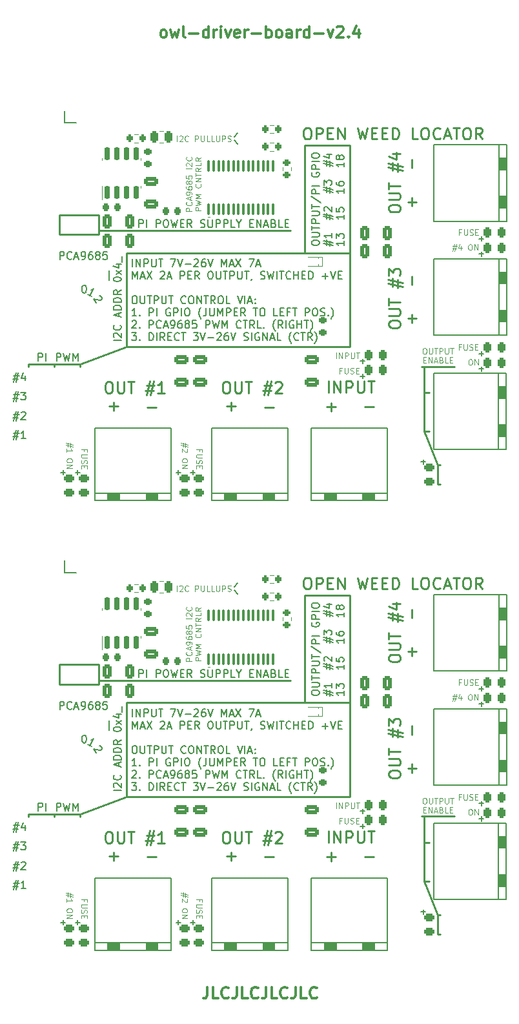
<source format=gbr>
%TF.GenerationSoftware,KiCad,Pcbnew,8.0.2+dfsg-1*%
%TF.CreationDate,2024-06-08T17:30:32+01:00*%
%TF.ProjectId,panel,70616e65-6c2e-46b6-9963-61645f706362,rev?*%
%TF.SameCoordinates,Original*%
%TF.FileFunction,Legend,Top*%
%TF.FilePolarity,Positive*%
%FSLAX46Y46*%
G04 Gerber Fmt 4.6, Leading zero omitted, Abs format (unit mm)*
G04 Created by KiCad (PCBNEW 8.0.2+dfsg-1) date 2024-06-08 17:30:32*
%MOMM*%
%LPD*%
G01*
G04 APERTURE LIST*
G04 Aperture macros list*
%AMRoundRect*
0 Rectangle with rounded corners*
0 $1 Rounding radius*
0 $2 $3 $4 $5 $6 $7 $8 $9 X,Y pos of 4 corners*
0 Add a 4 corners polygon primitive as box body*
4,1,4,$2,$3,$4,$5,$6,$7,$8,$9,$2,$3,0*
0 Add four circle primitives for the rounded corners*
1,1,$1+$1,$2,$3*
1,1,$1+$1,$4,$5*
1,1,$1+$1,$6,$7*
1,1,$1+$1,$8,$9*
0 Add four rect primitives between the rounded corners*
20,1,$1+$1,$2,$3,$4,$5,0*
20,1,$1+$1,$4,$5,$6,$7,0*
20,1,$1+$1,$6,$7,$8,$9,0*
20,1,$1+$1,$8,$9,$2,$3,0*%
%AMFreePoly0*
4,1,19,0.500000,-0.750000,0.000000,-0.750000,0.000000,-0.744911,-0.071157,-0.744911,-0.207708,-0.704816,-0.327430,-0.627875,-0.420627,-0.520320,-0.479746,-0.390866,-0.500000,-0.250000,-0.500000,0.250000,-0.479746,0.390866,-0.420627,0.520320,-0.327430,0.627875,-0.207708,0.704816,-0.071157,0.744911,0.000000,0.744911,0.000000,0.750000,0.500000,0.750000,0.500000,-0.750000,0.500000,-0.750000,
$1*%
%AMFreePoly1*
4,1,19,0.000000,0.744911,0.071157,0.744911,0.207708,0.704816,0.327430,0.627875,0.420627,0.520320,0.479746,0.390866,0.500000,0.250000,0.500000,-0.250000,0.479746,-0.390866,0.420627,-0.520320,0.327430,-0.627875,0.207708,-0.704816,0.071157,-0.744911,0.000000,-0.744911,0.000000,-0.750000,-0.500000,-0.750000,-0.500000,0.750000,0.000000,0.750000,0.000000,0.744911,0.000000,0.744911,
$1*%
G04 Aperture macros list end*
%ADD10C,0.250000*%
%ADD11C,0.150000*%
%ADD12C,0.240000*%
%ADD13C,0.120000*%
%ADD14C,0.300000*%
%ADD15RoundRect,0.250000X-0.650000X0.325000X-0.650000X-0.325000X0.650000X-0.325000X0.650000X0.325000X0*%
%ADD16C,2.500000*%
%ADD17C,1.000000*%
%ADD18C,2.082800*%
%ADD19R,3.600000X2.700000*%
%ADD20C,4.950000*%
%ADD21RoundRect,0.225000X0.225000X0.250000X-0.225000X0.250000X-0.225000X-0.250000X0.225000X-0.250000X0*%
%ADD22RoundRect,0.200000X0.275000X-0.200000X0.275000X0.200000X-0.275000X0.200000X-0.275000X-0.200000X0*%
%ADD23R,1.700000X1.700000*%
%ADD24O,1.700000X1.700000*%
%ADD25RoundRect,0.100000X0.100000X-0.637500X0.100000X0.637500X-0.100000X0.637500X-0.100000X-0.637500X0*%
%ADD26R,1.200000X2.250000*%
%ADD27RoundRect,0.243750X0.243750X0.456250X-0.243750X0.456250X-0.243750X-0.456250X0.243750X-0.456250X0*%
%ADD28RoundRect,0.250000X-0.325000X-0.650000X0.325000X-0.650000X0.325000X0.650000X-0.325000X0.650000X0*%
%ADD29RoundRect,0.250000X0.650000X-0.325000X0.650000X0.325000X-0.650000X0.325000X-0.650000X-0.325000X0*%
%ADD30RoundRect,0.200000X-0.200000X-0.275000X0.200000X-0.275000X0.200000X0.275000X-0.200000X0.275000X0*%
%ADD31RoundRect,0.243750X0.456250X-0.243750X0.456250X0.243750X-0.456250X0.243750X-0.456250X-0.243750X0*%
%ADD32RoundRect,0.250000X-0.250000X-0.475000X0.250000X-0.475000X0.250000X0.475000X-0.250000X0.475000X0*%
%ADD33C,6.200000*%
%ADD34R,0.600000X0.700000*%
%ADD35RoundRect,0.250000X0.325000X0.650000X-0.325000X0.650000X-0.325000X-0.650000X0.325000X-0.650000X0*%
%ADD36C,1.500000*%
%ADD37RoundRect,0.225000X-0.250000X0.225000X-0.250000X-0.225000X0.250000X-0.225000X0.250000X0.225000X0*%
%ADD38R,3.100000X2.400000*%
%ADD39RoundRect,0.150000X0.150000X-0.737500X0.150000X0.737500X-0.150000X0.737500X-0.150000X-0.737500X0*%
%ADD40RoundRect,0.225000X0.250000X-0.225000X0.250000X0.225000X-0.250000X0.225000X-0.250000X-0.225000X0*%
%ADD41FreePoly0,0.000000*%
%ADD42FreePoly1,0.000000*%
%ADD43R,1.727200X1.727200*%
%ADD44O,1.727200X1.727200*%
%ADD45C,1.600000*%
G04 APERTURE END LIST*
D10*
X131000000Y-63700000D02*
X124897469Y-66000000D01*
X172100000Y-79200000D02*
X171800000Y-79200000D01*
X127400000Y-107500000D02*
X152500000Y-107500000D01*
X118097469Y-66000000D02*
X118100000Y-66347641D01*
X170000000Y-125300000D02*
X169999973Y-128700003D01*
X174000000Y-125300000D02*
X169700000Y-125300000D01*
X171800000Y-138200000D02*
X171800000Y-140750000D01*
X170000000Y-69700000D02*
X170700000Y-69700000D01*
X154300000Y-96300000D02*
X160300000Y-96300000D01*
X160300000Y-110400000D01*
X154300000Y-110400000D01*
X154300000Y-96300000D01*
X127400000Y-48500000D02*
X152500000Y-48500000D01*
X121497469Y-66000000D02*
X121500000Y-66347641D01*
X170000000Y-133800000D02*
X170700000Y-133800000D01*
X170000000Y-74800000D02*
X170700000Y-74800000D01*
D11*
X145500000Y-96100000D02*
X145100000Y-95600000D01*
D10*
X131000000Y-51400000D02*
X160300000Y-51400000D01*
X160300000Y-63700000D01*
X131000000Y-63700000D01*
X131000000Y-51400000D01*
X174000000Y-66300000D02*
X169700000Y-66300000D01*
D11*
X145100000Y-95200000D02*
X145500000Y-94700000D01*
D10*
X170000000Y-133800000D02*
X171800000Y-138200000D01*
X172100000Y-138200000D02*
X171800000Y-138200000D01*
X124897469Y-125000000D02*
X124900000Y-125347641D01*
X154300000Y-37300000D02*
X160300000Y-37300000D01*
X160300000Y-51400000D01*
X154300000Y-51400000D01*
X154300000Y-37300000D01*
X118122469Y-125000000D02*
X124872469Y-125000000D01*
X170000000Y-69700000D02*
X170000000Y-74800000D01*
X122200000Y-46400000D02*
X127300000Y-46400000D01*
X127300000Y-49000000D01*
X122200000Y-49000000D01*
X122200000Y-46400000D01*
D11*
X145500000Y-37100000D02*
X145100000Y-36600000D01*
D10*
X118122469Y-66000000D02*
X124872469Y-66000000D01*
X170000000Y-128700000D02*
X170000000Y-133800000D01*
X121497469Y-125000000D02*
X121500000Y-125347641D01*
X170000000Y-66300000D02*
X169999973Y-69700003D01*
X171800000Y-140750000D02*
X172100000Y-140750000D01*
X171800000Y-81750000D02*
X172100000Y-81750000D01*
X131000000Y-110400000D02*
X160300000Y-110400000D01*
X160300000Y-122700000D01*
X131000000Y-122700000D01*
X131000000Y-110400000D01*
X131000000Y-122700000D02*
X124897469Y-125000000D01*
X171800000Y-79200000D02*
X171800000Y-81750000D01*
X122200000Y-105400000D02*
X127300000Y-105400000D01*
X127300000Y-108000000D01*
X122200000Y-108000000D01*
X122200000Y-105400000D01*
X170000000Y-128700000D02*
X170700000Y-128700000D01*
X118097469Y-125000000D02*
X118100000Y-125347641D01*
X124897469Y-66000000D02*
X124900000Y-66347641D01*
D11*
X145100000Y-36200000D02*
X145500000Y-35700000D01*
D10*
X170000000Y-74800000D02*
X171800000Y-79200000D01*
D12*
X128500751Y-127306448D02*
X128786465Y-127306448D01*
X128786465Y-127306448D02*
X128929322Y-127377877D01*
X128929322Y-127377877D02*
X129072179Y-127520734D01*
X129072179Y-127520734D02*
X129143608Y-127806448D01*
X129143608Y-127806448D02*
X129143608Y-128306448D01*
X129143608Y-128306448D02*
X129072179Y-128592162D01*
X129072179Y-128592162D02*
X128929322Y-128735020D01*
X128929322Y-128735020D02*
X128786465Y-128806448D01*
X128786465Y-128806448D02*
X128500751Y-128806448D01*
X128500751Y-128806448D02*
X128357894Y-128735020D01*
X128357894Y-128735020D02*
X128215036Y-128592162D01*
X128215036Y-128592162D02*
X128143608Y-128306448D01*
X128143608Y-128306448D02*
X128143608Y-127806448D01*
X128143608Y-127806448D02*
X128215036Y-127520734D01*
X128215036Y-127520734D02*
X128357894Y-127377877D01*
X128357894Y-127377877D02*
X128500751Y-127306448D01*
X129786465Y-127306448D02*
X129786465Y-128520734D01*
X129786465Y-128520734D02*
X129857894Y-128663591D01*
X129857894Y-128663591D02*
X129929323Y-128735020D01*
X129929323Y-128735020D02*
X130072180Y-128806448D01*
X130072180Y-128806448D02*
X130357894Y-128806448D01*
X130357894Y-128806448D02*
X130500751Y-128735020D01*
X130500751Y-128735020D02*
X130572180Y-128663591D01*
X130572180Y-128663591D02*
X130643608Y-128520734D01*
X130643608Y-128520734D02*
X130643608Y-127306448D01*
X131143609Y-127306448D02*
X132000752Y-127306448D01*
X131572180Y-128806448D02*
X131572180Y-127306448D01*
X133572180Y-127806448D02*
X134643608Y-127806448D01*
X134000751Y-127163591D02*
X133572180Y-129092162D01*
X134500751Y-128449305D02*
X133429323Y-128449305D01*
X134072180Y-129092162D02*
X134500751Y-127163591D01*
X135929323Y-128806448D02*
X135072180Y-128806448D01*
X135500751Y-128806448D02*
X135500751Y-127306448D01*
X135500751Y-127306448D02*
X135357894Y-127520734D01*
X135357894Y-127520734D02*
X135215037Y-127663591D01*
X135215037Y-127663591D02*
X135072180Y-127735020D01*
X165381448Y-119899248D02*
X165381448Y-119613534D01*
X165381448Y-119613534D02*
X165452877Y-119470677D01*
X165452877Y-119470677D02*
X165595734Y-119327820D01*
X165595734Y-119327820D02*
X165881448Y-119256391D01*
X165881448Y-119256391D02*
X166381448Y-119256391D01*
X166381448Y-119256391D02*
X166667162Y-119327820D01*
X166667162Y-119327820D02*
X166810020Y-119470677D01*
X166810020Y-119470677D02*
X166881448Y-119613534D01*
X166881448Y-119613534D02*
X166881448Y-119899248D01*
X166881448Y-119899248D02*
X166810020Y-120042106D01*
X166810020Y-120042106D02*
X166667162Y-120184963D01*
X166667162Y-120184963D02*
X166381448Y-120256391D01*
X166381448Y-120256391D02*
X165881448Y-120256391D01*
X165881448Y-120256391D02*
X165595734Y-120184963D01*
X165595734Y-120184963D02*
X165452877Y-120042106D01*
X165452877Y-120042106D02*
X165381448Y-119899248D01*
X165381448Y-118613534D02*
X166595734Y-118613534D01*
X166595734Y-118613534D02*
X166738591Y-118542105D01*
X166738591Y-118542105D02*
X166810020Y-118470677D01*
X166810020Y-118470677D02*
X166881448Y-118327819D01*
X166881448Y-118327819D02*
X166881448Y-118042105D01*
X166881448Y-118042105D02*
X166810020Y-117899248D01*
X166810020Y-117899248D02*
X166738591Y-117827819D01*
X166738591Y-117827819D02*
X166595734Y-117756391D01*
X166595734Y-117756391D02*
X165381448Y-117756391D01*
X165381448Y-117256390D02*
X165381448Y-116399248D01*
X166881448Y-116827819D02*
X165381448Y-116827819D01*
X165881448Y-114827819D02*
X165881448Y-113756391D01*
X165238591Y-114399248D02*
X167167162Y-114827819D01*
X166524305Y-113899248D02*
X166524305Y-114970676D01*
X167167162Y-114327819D02*
X165238591Y-113899248D01*
X165381448Y-113399248D02*
X165381448Y-112470676D01*
X165381448Y-112470676D02*
X165952877Y-112970676D01*
X165952877Y-112970676D02*
X165952877Y-112756391D01*
X165952877Y-112756391D02*
X166024305Y-112613534D01*
X166024305Y-112613534D02*
X166095734Y-112542105D01*
X166095734Y-112542105D02*
X166238591Y-112470676D01*
X166238591Y-112470676D02*
X166595734Y-112470676D01*
X166595734Y-112470676D02*
X166738591Y-112542105D01*
X166738591Y-112542105D02*
X166810020Y-112613534D01*
X166810020Y-112613534D02*
X166881448Y-112756391D01*
X166881448Y-112756391D02*
X166881448Y-113184962D01*
X166881448Y-113184962D02*
X166810020Y-113327819D01*
X166810020Y-113327819D02*
X166738591Y-113399248D01*
D13*
X176000375Y-65340724D02*
X176143232Y-65340724D01*
X176143232Y-65340724D02*
X176214661Y-65376438D01*
X176214661Y-65376438D02*
X176286089Y-65447867D01*
X176286089Y-65447867D02*
X176321804Y-65590724D01*
X176321804Y-65590724D02*
X176321804Y-65840724D01*
X176321804Y-65840724D02*
X176286089Y-65983581D01*
X176286089Y-65983581D02*
X176214661Y-66055010D01*
X176214661Y-66055010D02*
X176143232Y-66090724D01*
X176143232Y-66090724D02*
X176000375Y-66090724D01*
X176000375Y-66090724D02*
X175928947Y-66055010D01*
X175928947Y-66055010D02*
X175857518Y-65983581D01*
X175857518Y-65983581D02*
X175821804Y-65840724D01*
X175821804Y-65840724D02*
X175821804Y-65590724D01*
X175821804Y-65590724D02*
X175857518Y-65447867D01*
X175857518Y-65447867D02*
X175928947Y-65376438D01*
X175928947Y-65376438D02*
X176000375Y-65340724D01*
X176643232Y-66090724D02*
X176643232Y-65340724D01*
X176643232Y-65340724D02*
X177071803Y-66090724D01*
X177071803Y-66090724D02*
X177071803Y-65340724D01*
D12*
X162215036Y-130610020D02*
X163357894Y-130610020D01*
D13*
X125402132Y-136428196D02*
X125402132Y-136178196D01*
X125009275Y-136178196D02*
X125759275Y-136178196D01*
X125759275Y-136178196D02*
X125759275Y-136535339D01*
X125759275Y-136821053D02*
X125152132Y-136821053D01*
X125152132Y-136821053D02*
X125080704Y-136856767D01*
X125080704Y-136856767D02*
X125044990Y-136892482D01*
X125044990Y-136892482D02*
X125009275Y-136963910D01*
X125009275Y-136963910D02*
X125009275Y-137106767D01*
X125009275Y-137106767D02*
X125044990Y-137178196D01*
X125044990Y-137178196D02*
X125080704Y-137213910D01*
X125080704Y-137213910D02*
X125152132Y-137249624D01*
X125152132Y-137249624D02*
X125759275Y-137249624D01*
X125044990Y-137571053D02*
X125009275Y-137678196D01*
X125009275Y-137678196D02*
X125009275Y-137856767D01*
X125009275Y-137856767D02*
X125044990Y-137928196D01*
X125044990Y-137928196D02*
X125080704Y-137963910D01*
X125080704Y-137963910D02*
X125152132Y-137999624D01*
X125152132Y-137999624D02*
X125223561Y-137999624D01*
X125223561Y-137999624D02*
X125294990Y-137963910D01*
X125294990Y-137963910D02*
X125330704Y-137928196D01*
X125330704Y-137928196D02*
X125366418Y-137856767D01*
X125366418Y-137856767D02*
X125402132Y-137713910D01*
X125402132Y-137713910D02*
X125437847Y-137642481D01*
X125437847Y-137642481D02*
X125473561Y-137606767D01*
X125473561Y-137606767D02*
X125544990Y-137571053D01*
X125544990Y-137571053D02*
X125616418Y-137571053D01*
X125616418Y-137571053D02*
X125687847Y-137606767D01*
X125687847Y-137606767D02*
X125723561Y-137642481D01*
X125723561Y-137642481D02*
X125759275Y-137713910D01*
X125759275Y-137713910D02*
X125759275Y-137892481D01*
X125759275Y-137892481D02*
X125723561Y-137999624D01*
X125402132Y-138321053D02*
X125402132Y-138571053D01*
X125009275Y-138678196D02*
X125009275Y-138321053D01*
X125009275Y-138321053D02*
X125759275Y-138321053D01*
X125759275Y-138321053D02*
X125759275Y-138678196D01*
D11*
X116164286Y-131588152D02*
X116878571Y-131588152D01*
X116450000Y-131159580D02*
X116164286Y-132445295D01*
X116783333Y-132016723D02*
X116069048Y-132016723D01*
X116497619Y-132445295D02*
X116783333Y-131159580D01*
X117164286Y-131350057D02*
X117211905Y-131302438D01*
X117211905Y-131302438D02*
X117307143Y-131254819D01*
X117307143Y-131254819D02*
X117545238Y-131254819D01*
X117545238Y-131254819D02*
X117640476Y-131302438D01*
X117640476Y-131302438D02*
X117688095Y-131350057D01*
X117688095Y-131350057D02*
X117735714Y-131445295D01*
X117735714Y-131445295D02*
X117735714Y-131540533D01*
X117735714Y-131540533D02*
X117688095Y-131683390D01*
X117688095Y-131683390D02*
X117116667Y-132254819D01*
X117116667Y-132254819D02*
X117735714Y-132254819D01*
D12*
X149115036Y-71635020D02*
X150257894Y-71635020D01*
D11*
X130254819Y-62904761D02*
X129254819Y-62904761D01*
X129350057Y-62476190D02*
X129302438Y-62428571D01*
X129302438Y-62428571D02*
X129254819Y-62333333D01*
X129254819Y-62333333D02*
X129254819Y-62095238D01*
X129254819Y-62095238D02*
X129302438Y-62000000D01*
X129302438Y-62000000D02*
X129350057Y-61952381D01*
X129350057Y-61952381D02*
X129445295Y-61904762D01*
X129445295Y-61904762D02*
X129540533Y-61904762D01*
X129540533Y-61904762D02*
X129683390Y-61952381D01*
X129683390Y-61952381D02*
X130254819Y-62523809D01*
X130254819Y-62523809D02*
X130254819Y-61904762D01*
X130159580Y-60904762D02*
X130207200Y-60952381D01*
X130207200Y-60952381D02*
X130254819Y-61095238D01*
X130254819Y-61095238D02*
X130254819Y-61190476D01*
X130254819Y-61190476D02*
X130207200Y-61333333D01*
X130207200Y-61333333D02*
X130111961Y-61428571D01*
X130111961Y-61428571D02*
X130016723Y-61476190D01*
X130016723Y-61476190D02*
X129826247Y-61523809D01*
X129826247Y-61523809D02*
X129683390Y-61523809D01*
X129683390Y-61523809D02*
X129492914Y-61476190D01*
X129492914Y-61476190D02*
X129397676Y-61428571D01*
X129397676Y-61428571D02*
X129302438Y-61333333D01*
X129302438Y-61333333D02*
X129254819Y-61190476D01*
X129254819Y-61190476D02*
X129254819Y-61095238D01*
X129254819Y-61095238D02*
X129302438Y-60952381D01*
X129302438Y-60952381D02*
X129350057Y-60904762D01*
X129969104Y-59761904D02*
X129969104Y-59285714D01*
X130254819Y-59857142D02*
X129254819Y-59523809D01*
X129254819Y-59523809D02*
X130254819Y-59190476D01*
X130254819Y-58857142D02*
X129254819Y-58857142D01*
X129254819Y-58857142D02*
X129254819Y-58619047D01*
X129254819Y-58619047D02*
X129302438Y-58476190D01*
X129302438Y-58476190D02*
X129397676Y-58380952D01*
X129397676Y-58380952D02*
X129492914Y-58333333D01*
X129492914Y-58333333D02*
X129683390Y-58285714D01*
X129683390Y-58285714D02*
X129826247Y-58285714D01*
X129826247Y-58285714D02*
X130016723Y-58333333D01*
X130016723Y-58333333D02*
X130111961Y-58380952D01*
X130111961Y-58380952D02*
X130207200Y-58476190D01*
X130207200Y-58476190D02*
X130254819Y-58619047D01*
X130254819Y-58619047D02*
X130254819Y-58857142D01*
X130254819Y-57857142D02*
X129254819Y-57857142D01*
X129254819Y-57857142D02*
X129254819Y-57619047D01*
X129254819Y-57619047D02*
X129302438Y-57476190D01*
X129302438Y-57476190D02*
X129397676Y-57380952D01*
X129397676Y-57380952D02*
X129492914Y-57333333D01*
X129492914Y-57333333D02*
X129683390Y-57285714D01*
X129683390Y-57285714D02*
X129826247Y-57285714D01*
X129826247Y-57285714D02*
X130016723Y-57333333D01*
X130016723Y-57333333D02*
X130111961Y-57380952D01*
X130111961Y-57380952D02*
X130207200Y-57476190D01*
X130207200Y-57476190D02*
X130254819Y-57619047D01*
X130254819Y-57619047D02*
X130254819Y-57857142D01*
X130254819Y-56285714D02*
X129778628Y-56619047D01*
X130254819Y-56857142D02*
X129254819Y-56857142D01*
X129254819Y-56857142D02*
X129254819Y-56476190D01*
X129254819Y-56476190D02*
X129302438Y-56380952D01*
X129302438Y-56380952D02*
X129350057Y-56333333D01*
X129350057Y-56333333D02*
X129445295Y-56285714D01*
X129445295Y-56285714D02*
X129588152Y-56285714D01*
X129588152Y-56285714D02*
X129683390Y-56333333D01*
X129683390Y-56333333D02*
X129731009Y-56380952D01*
X129731009Y-56380952D02*
X129778628Y-56476190D01*
X129778628Y-56476190D02*
X129778628Y-56857142D01*
X129254819Y-54904761D02*
X129254819Y-54809523D01*
X129254819Y-54809523D02*
X129302438Y-54714285D01*
X129302438Y-54714285D02*
X129350057Y-54666666D01*
X129350057Y-54666666D02*
X129445295Y-54619047D01*
X129445295Y-54619047D02*
X129635771Y-54571428D01*
X129635771Y-54571428D02*
X129873866Y-54571428D01*
X129873866Y-54571428D02*
X130064342Y-54619047D01*
X130064342Y-54619047D02*
X130159580Y-54666666D01*
X130159580Y-54666666D02*
X130207200Y-54714285D01*
X130207200Y-54714285D02*
X130254819Y-54809523D01*
X130254819Y-54809523D02*
X130254819Y-54904761D01*
X130254819Y-54904761D02*
X130207200Y-54999999D01*
X130207200Y-54999999D02*
X130159580Y-55047618D01*
X130159580Y-55047618D02*
X130064342Y-55095237D01*
X130064342Y-55095237D02*
X129873866Y-55142856D01*
X129873866Y-55142856D02*
X129635771Y-55142856D01*
X129635771Y-55142856D02*
X129445295Y-55095237D01*
X129445295Y-55095237D02*
X129350057Y-55047618D01*
X129350057Y-55047618D02*
X129302438Y-54999999D01*
X129302438Y-54999999D02*
X129254819Y-54904761D01*
X130254819Y-54238094D02*
X129588152Y-53714285D01*
X129588152Y-54238094D02*
X130254819Y-53714285D01*
X129588152Y-52904761D02*
X130254819Y-52904761D01*
X129207200Y-53142856D02*
X129921485Y-53380951D01*
X129921485Y-53380951D02*
X129921485Y-52761904D01*
X130350057Y-52619047D02*
X130350057Y-51857142D01*
D13*
X174807518Y-122747867D02*
X174557518Y-122747867D01*
X174557518Y-123140724D02*
X174557518Y-122390724D01*
X174557518Y-122390724D02*
X174914661Y-122390724D01*
X175200375Y-122390724D02*
X175200375Y-122997867D01*
X175200375Y-122997867D02*
X175236089Y-123069295D01*
X175236089Y-123069295D02*
X175271804Y-123105010D01*
X175271804Y-123105010D02*
X175343232Y-123140724D01*
X175343232Y-123140724D02*
X175486089Y-123140724D01*
X175486089Y-123140724D02*
X175557518Y-123105010D01*
X175557518Y-123105010D02*
X175593232Y-123069295D01*
X175593232Y-123069295D02*
X175628946Y-122997867D01*
X175628946Y-122997867D02*
X175628946Y-122390724D01*
X175950375Y-123105010D02*
X176057518Y-123140724D01*
X176057518Y-123140724D02*
X176236089Y-123140724D01*
X176236089Y-123140724D02*
X176307518Y-123105010D01*
X176307518Y-123105010D02*
X176343232Y-123069295D01*
X176343232Y-123069295D02*
X176378946Y-122997867D01*
X176378946Y-122997867D02*
X176378946Y-122926438D01*
X176378946Y-122926438D02*
X176343232Y-122855010D01*
X176343232Y-122855010D02*
X176307518Y-122819295D01*
X176307518Y-122819295D02*
X176236089Y-122783581D01*
X176236089Y-122783581D02*
X176093232Y-122747867D01*
X176093232Y-122747867D02*
X176021803Y-122712152D01*
X176021803Y-122712152D02*
X175986089Y-122676438D01*
X175986089Y-122676438D02*
X175950375Y-122605010D01*
X175950375Y-122605010D02*
X175950375Y-122533581D01*
X175950375Y-122533581D02*
X175986089Y-122462152D01*
X175986089Y-122462152D02*
X176021803Y-122426438D01*
X176021803Y-122426438D02*
X176093232Y-122390724D01*
X176093232Y-122390724D02*
X176271803Y-122390724D01*
X176271803Y-122390724D02*
X176378946Y-122426438D01*
X176700375Y-122747867D02*
X176950375Y-122747867D01*
X177057518Y-123140724D02*
X176700375Y-123140724D01*
X176700375Y-123140724D02*
X176700375Y-122390724D01*
X176700375Y-122390724D02*
X177057518Y-122390724D01*
D11*
X116164286Y-134063152D02*
X116878571Y-134063152D01*
X116450000Y-133634580D02*
X116164286Y-134920295D01*
X116783333Y-134491723D02*
X116069048Y-134491723D01*
X116497619Y-134920295D02*
X116783333Y-133634580D01*
X117735714Y-134729819D02*
X117164286Y-134729819D01*
X117450000Y-134729819D02*
X117450000Y-133729819D01*
X117450000Y-133729819D02*
X117354762Y-133872676D01*
X117354762Y-133872676D02*
X117259524Y-133967914D01*
X117259524Y-133967914D02*
X117164286Y-134015533D01*
D12*
X157457803Y-69731448D02*
X157457803Y-68231448D01*
X158172089Y-69731448D02*
X158172089Y-68231448D01*
X158172089Y-68231448D02*
X159029232Y-69731448D01*
X159029232Y-69731448D02*
X159029232Y-68231448D01*
X159743518Y-69731448D02*
X159743518Y-68231448D01*
X159743518Y-68231448D02*
X160314947Y-68231448D01*
X160314947Y-68231448D02*
X160457804Y-68302877D01*
X160457804Y-68302877D02*
X160529233Y-68374305D01*
X160529233Y-68374305D02*
X160600661Y-68517162D01*
X160600661Y-68517162D02*
X160600661Y-68731448D01*
X160600661Y-68731448D02*
X160529233Y-68874305D01*
X160529233Y-68874305D02*
X160457804Y-68945734D01*
X160457804Y-68945734D02*
X160314947Y-69017162D01*
X160314947Y-69017162D02*
X159743518Y-69017162D01*
X161243518Y-68231448D02*
X161243518Y-69445734D01*
X161243518Y-69445734D02*
X161314947Y-69588591D01*
X161314947Y-69588591D02*
X161386376Y-69660020D01*
X161386376Y-69660020D02*
X161529233Y-69731448D01*
X161529233Y-69731448D02*
X161814947Y-69731448D01*
X161814947Y-69731448D02*
X161957804Y-69660020D01*
X161957804Y-69660020D02*
X162029233Y-69588591D01*
X162029233Y-69588591D02*
X162100661Y-69445734D01*
X162100661Y-69445734D02*
X162100661Y-68231448D01*
X162600662Y-68231448D02*
X163457805Y-68231448D01*
X163029233Y-69731448D02*
X163029233Y-68231448D01*
D13*
X140502132Y-77428196D02*
X140502132Y-77178196D01*
X140109275Y-77178196D02*
X140859275Y-77178196D01*
X140859275Y-77178196D02*
X140859275Y-77535339D01*
X140859275Y-77821053D02*
X140252132Y-77821053D01*
X140252132Y-77821053D02*
X140180704Y-77856767D01*
X140180704Y-77856767D02*
X140144990Y-77892482D01*
X140144990Y-77892482D02*
X140109275Y-77963910D01*
X140109275Y-77963910D02*
X140109275Y-78106767D01*
X140109275Y-78106767D02*
X140144990Y-78178196D01*
X140144990Y-78178196D02*
X140180704Y-78213910D01*
X140180704Y-78213910D02*
X140252132Y-78249624D01*
X140252132Y-78249624D02*
X140859275Y-78249624D01*
X140144990Y-78571053D02*
X140109275Y-78678196D01*
X140109275Y-78678196D02*
X140109275Y-78856767D01*
X140109275Y-78856767D02*
X140144990Y-78928196D01*
X140144990Y-78928196D02*
X140180704Y-78963910D01*
X140180704Y-78963910D02*
X140252132Y-78999624D01*
X140252132Y-78999624D02*
X140323561Y-78999624D01*
X140323561Y-78999624D02*
X140394990Y-78963910D01*
X140394990Y-78963910D02*
X140430704Y-78928196D01*
X140430704Y-78928196D02*
X140466418Y-78856767D01*
X140466418Y-78856767D02*
X140502132Y-78713910D01*
X140502132Y-78713910D02*
X140537847Y-78642481D01*
X140537847Y-78642481D02*
X140573561Y-78606767D01*
X140573561Y-78606767D02*
X140644990Y-78571053D01*
X140644990Y-78571053D02*
X140716418Y-78571053D01*
X140716418Y-78571053D02*
X140787847Y-78606767D01*
X140787847Y-78606767D02*
X140823561Y-78642481D01*
X140823561Y-78642481D02*
X140859275Y-78713910D01*
X140859275Y-78713910D02*
X140859275Y-78892481D01*
X140859275Y-78892481D02*
X140823561Y-78999624D01*
X140502132Y-79321053D02*
X140502132Y-79571053D01*
X140109275Y-79678196D02*
X140109275Y-79321053D01*
X140109275Y-79321053D02*
X140859275Y-79321053D01*
X140859275Y-79321053D02*
X140859275Y-79678196D01*
D14*
X135714286Y-23178328D02*
X135571429Y-23106900D01*
X135571429Y-23106900D02*
X135500000Y-23035471D01*
X135500000Y-23035471D02*
X135428572Y-22892614D01*
X135428572Y-22892614D02*
X135428572Y-22464042D01*
X135428572Y-22464042D02*
X135500000Y-22321185D01*
X135500000Y-22321185D02*
X135571429Y-22249757D01*
X135571429Y-22249757D02*
X135714286Y-22178328D01*
X135714286Y-22178328D02*
X135928572Y-22178328D01*
X135928572Y-22178328D02*
X136071429Y-22249757D01*
X136071429Y-22249757D02*
X136142858Y-22321185D01*
X136142858Y-22321185D02*
X136214286Y-22464042D01*
X136214286Y-22464042D02*
X136214286Y-22892614D01*
X136214286Y-22892614D02*
X136142858Y-23035471D01*
X136142858Y-23035471D02*
X136071429Y-23106900D01*
X136071429Y-23106900D02*
X135928572Y-23178328D01*
X135928572Y-23178328D02*
X135714286Y-23178328D01*
X136714286Y-22178328D02*
X137000001Y-23178328D01*
X137000001Y-23178328D02*
X137285715Y-22464042D01*
X137285715Y-22464042D02*
X137571429Y-23178328D01*
X137571429Y-23178328D02*
X137857143Y-22178328D01*
X138642858Y-23178328D02*
X138500001Y-23106900D01*
X138500001Y-23106900D02*
X138428572Y-22964042D01*
X138428572Y-22964042D02*
X138428572Y-21678328D01*
X139214286Y-22606900D02*
X140357144Y-22606900D01*
X141714287Y-23178328D02*
X141714287Y-21678328D01*
X141714287Y-23106900D02*
X141571429Y-23178328D01*
X141571429Y-23178328D02*
X141285715Y-23178328D01*
X141285715Y-23178328D02*
X141142858Y-23106900D01*
X141142858Y-23106900D02*
X141071429Y-23035471D01*
X141071429Y-23035471D02*
X141000001Y-22892614D01*
X141000001Y-22892614D02*
X141000001Y-22464042D01*
X141000001Y-22464042D02*
X141071429Y-22321185D01*
X141071429Y-22321185D02*
X141142858Y-22249757D01*
X141142858Y-22249757D02*
X141285715Y-22178328D01*
X141285715Y-22178328D02*
X141571429Y-22178328D01*
X141571429Y-22178328D02*
X141714287Y-22249757D01*
X142428572Y-23178328D02*
X142428572Y-22178328D01*
X142428572Y-22464042D02*
X142500001Y-22321185D01*
X142500001Y-22321185D02*
X142571430Y-22249757D01*
X142571430Y-22249757D02*
X142714287Y-22178328D01*
X142714287Y-22178328D02*
X142857144Y-22178328D01*
X143357143Y-23178328D02*
X143357143Y-22178328D01*
X143357143Y-21678328D02*
X143285715Y-21749757D01*
X143285715Y-21749757D02*
X143357143Y-21821185D01*
X143357143Y-21821185D02*
X143428572Y-21749757D01*
X143428572Y-21749757D02*
X143357143Y-21678328D01*
X143357143Y-21678328D02*
X143357143Y-21821185D01*
X143928572Y-22178328D02*
X144285715Y-23178328D01*
X144285715Y-23178328D02*
X144642858Y-22178328D01*
X145785715Y-23106900D02*
X145642858Y-23178328D01*
X145642858Y-23178328D02*
X145357144Y-23178328D01*
X145357144Y-23178328D02*
X145214286Y-23106900D01*
X145214286Y-23106900D02*
X145142858Y-22964042D01*
X145142858Y-22964042D02*
X145142858Y-22392614D01*
X145142858Y-22392614D02*
X145214286Y-22249757D01*
X145214286Y-22249757D02*
X145357144Y-22178328D01*
X145357144Y-22178328D02*
X145642858Y-22178328D01*
X145642858Y-22178328D02*
X145785715Y-22249757D01*
X145785715Y-22249757D02*
X145857144Y-22392614D01*
X145857144Y-22392614D02*
X145857144Y-22535471D01*
X145857144Y-22535471D02*
X145142858Y-22678328D01*
X146500000Y-23178328D02*
X146500000Y-22178328D01*
X146500000Y-22464042D02*
X146571429Y-22321185D01*
X146571429Y-22321185D02*
X146642858Y-22249757D01*
X146642858Y-22249757D02*
X146785715Y-22178328D01*
X146785715Y-22178328D02*
X146928572Y-22178328D01*
X147428571Y-22606900D02*
X148571429Y-22606900D01*
X149285714Y-23178328D02*
X149285714Y-21678328D01*
X149285714Y-22249757D02*
X149428572Y-22178328D01*
X149428572Y-22178328D02*
X149714286Y-22178328D01*
X149714286Y-22178328D02*
X149857143Y-22249757D01*
X149857143Y-22249757D02*
X149928572Y-22321185D01*
X149928572Y-22321185D02*
X150000000Y-22464042D01*
X150000000Y-22464042D02*
X150000000Y-22892614D01*
X150000000Y-22892614D02*
X149928572Y-23035471D01*
X149928572Y-23035471D02*
X149857143Y-23106900D01*
X149857143Y-23106900D02*
X149714286Y-23178328D01*
X149714286Y-23178328D02*
X149428572Y-23178328D01*
X149428572Y-23178328D02*
X149285714Y-23106900D01*
X150857143Y-23178328D02*
X150714286Y-23106900D01*
X150714286Y-23106900D02*
X150642857Y-23035471D01*
X150642857Y-23035471D02*
X150571429Y-22892614D01*
X150571429Y-22892614D02*
X150571429Y-22464042D01*
X150571429Y-22464042D02*
X150642857Y-22321185D01*
X150642857Y-22321185D02*
X150714286Y-22249757D01*
X150714286Y-22249757D02*
X150857143Y-22178328D01*
X150857143Y-22178328D02*
X151071429Y-22178328D01*
X151071429Y-22178328D02*
X151214286Y-22249757D01*
X151214286Y-22249757D02*
X151285715Y-22321185D01*
X151285715Y-22321185D02*
X151357143Y-22464042D01*
X151357143Y-22464042D02*
X151357143Y-22892614D01*
X151357143Y-22892614D02*
X151285715Y-23035471D01*
X151285715Y-23035471D02*
X151214286Y-23106900D01*
X151214286Y-23106900D02*
X151071429Y-23178328D01*
X151071429Y-23178328D02*
X150857143Y-23178328D01*
X152642858Y-23178328D02*
X152642858Y-22392614D01*
X152642858Y-22392614D02*
X152571429Y-22249757D01*
X152571429Y-22249757D02*
X152428572Y-22178328D01*
X152428572Y-22178328D02*
X152142858Y-22178328D01*
X152142858Y-22178328D02*
X152000000Y-22249757D01*
X152642858Y-23106900D02*
X152500000Y-23178328D01*
X152500000Y-23178328D02*
X152142858Y-23178328D01*
X152142858Y-23178328D02*
X152000000Y-23106900D01*
X152000000Y-23106900D02*
X151928572Y-22964042D01*
X151928572Y-22964042D02*
X151928572Y-22821185D01*
X151928572Y-22821185D02*
X152000000Y-22678328D01*
X152000000Y-22678328D02*
X152142858Y-22606900D01*
X152142858Y-22606900D02*
X152500000Y-22606900D01*
X152500000Y-22606900D02*
X152642858Y-22535471D01*
X153357143Y-23178328D02*
X153357143Y-22178328D01*
X153357143Y-22464042D02*
X153428572Y-22321185D01*
X153428572Y-22321185D02*
X153500001Y-22249757D01*
X153500001Y-22249757D02*
X153642858Y-22178328D01*
X153642858Y-22178328D02*
X153785715Y-22178328D01*
X154928572Y-23178328D02*
X154928572Y-21678328D01*
X154928572Y-23106900D02*
X154785714Y-23178328D01*
X154785714Y-23178328D02*
X154500000Y-23178328D01*
X154500000Y-23178328D02*
X154357143Y-23106900D01*
X154357143Y-23106900D02*
X154285714Y-23035471D01*
X154285714Y-23035471D02*
X154214286Y-22892614D01*
X154214286Y-22892614D02*
X154214286Y-22464042D01*
X154214286Y-22464042D02*
X154285714Y-22321185D01*
X154285714Y-22321185D02*
X154357143Y-22249757D01*
X154357143Y-22249757D02*
X154500000Y-22178328D01*
X154500000Y-22178328D02*
X154785714Y-22178328D01*
X154785714Y-22178328D02*
X154928572Y-22249757D01*
X155642857Y-22606900D02*
X156785715Y-22606900D01*
X157357143Y-22178328D02*
X157714286Y-23178328D01*
X157714286Y-23178328D02*
X158071429Y-22178328D01*
X158571429Y-21821185D02*
X158642857Y-21749757D01*
X158642857Y-21749757D02*
X158785715Y-21678328D01*
X158785715Y-21678328D02*
X159142857Y-21678328D01*
X159142857Y-21678328D02*
X159285715Y-21749757D01*
X159285715Y-21749757D02*
X159357143Y-21821185D01*
X159357143Y-21821185D02*
X159428572Y-21964042D01*
X159428572Y-21964042D02*
X159428572Y-22106900D01*
X159428572Y-22106900D02*
X159357143Y-22321185D01*
X159357143Y-22321185D02*
X158500000Y-23178328D01*
X158500000Y-23178328D02*
X159428572Y-23178328D01*
X160071428Y-23035471D02*
X160142857Y-23106900D01*
X160142857Y-23106900D02*
X160071428Y-23178328D01*
X160071428Y-23178328D02*
X160000000Y-23106900D01*
X160000000Y-23106900D02*
X160071428Y-23035471D01*
X160071428Y-23035471D02*
X160071428Y-23178328D01*
X161428572Y-22178328D02*
X161428572Y-23178328D01*
X161071429Y-21606900D02*
X160714286Y-22678328D01*
X160714286Y-22678328D02*
X161642857Y-22678328D01*
D12*
X144115036Y-130535020D02*
X145257894Y-130535020D01*
X144686465Y-131106448D02*
X144686465Y-129963591D01*
X154542856Y-34981448D02*
X154828570Y-34981448D01*
X154828570Y-34981448D02*
X154971427Y-35052877D01*
X154971427Y-35052877D02*
X155114284Y-35195734D01*
X155114284Y-35195734D02*
X155185713Y-35481448D01*
X155185713Y-35481448D02*
X155185713Y-35981448D01*
X155185713Y-35981448D02*
X155114284Y-36267162D01*
X155114284Y-36267162D02*
X154971427Y-36410020D01*
X154971427Y-36410020D02*
X154828570Y-36481448D01*
X154828570Y-36481448D02*
X154542856Y-36481448D01*
X154542856Y-36481448D02*
X154399999Y-36410020D01*
X154399999Y-36410020D02*
X154257141Y-36267162D01*
X154257141Y-36267162D02*
X154185713Y-35981448D01*
X154185713Y-35981448D02*
X154185713Y-35481448D01*
X154185713Y-35481448D02*
X154257141Y-35195734D01*
X154257141Y-35195734D02*
X154399999Y-35052877D01*
X154399999Y-35052877D02*
X154542856Y-34981448D01*
X155828570Y-36481448D02*
X155828570Y-34981448D01*
X155828570Y-34981448D02*
X156399999Y-34981448D01*
X156399999Y-34981448D02*
X156542856Y-35052877D01*
X156542856Y-35052877D02*
X156614285Y-35124305D01*
X156614285Y-35124305D02*
X156685713Y-35267162D01*
X156685713Y-35267162D02*
X156685713Y-35481448D01*
X156685713Y-35481448D02*
X156614285Y-35624305D01*
X156614285Y-35624305D02*
X156542856Y-35695734D01*
X156542856Y-35695734D02*
X156399999Y-35767162D01*
X156399999Y-35767162D02*
X155828570Y-35767162D01*
X157328570Y-35695734D02*
X157828570Y-35695734D01*
X158042856Y-36481448D02*
X157328570Y-36481448D01*
X157328570Y-36481448D02*
X157328570Y-34981448D01*
X157328570Y-34981448D02*
X158042856Y-34981448D01*
X158685713Y-36481448D02*
X158685713Y-34981448D01*
X158685713Y-34981448D02*
X159542856Y-36481448D01*
X159542856Y-36481448D02*
X159542856Y-34981448D01*
X161257142Y-34981448D02*
X161614285Y-36481448D01*
X161614285Y-36481448D02*
X161899999Y-35410020D01*
X161899999Y-35410020D02*
X162185714Y-36481448D01*
X162185714Y-36481448D02*
X162542857Y-34981448D01*
X163114285Y-35695734D02*
X163614285Y-35695734D01*
X163828571Y-36481448D02*
X163114285Y-36481448D01*
X163114285Y-36481448D02*
X163114285Y-34981448D01*
X163114285Y-34981448D02*
X163828571Y-34981448D01*
X164471428Y-35695734D02*
X164971428Y-35695734D01*
X165185714Y-36481448D02*
X164471428Y-36481448D01*
X164471428Y-36481448D02*
X164471428Y-34981448D01*
X164471428Y-34981448D02*
X165185714Y-34981448D01*
X165828571Y-36481448D02*
X165828571Y-34981448D01*
X165828571Y-34981448D02*
X166185714Y-34981448D01*
X166185714Y-34981448D02*
X166400000Y-35052877D01*
X166400000Y-35052877D02*
X166542857Y-35195734D01*
X166542857Y-35195734D02*
X166614286Y-35338591D01*
X166614286Y-35338591D02*
X166685714Y-35624305D01*
X166685714Y-35624305D02*
X166685714Y-35838591D01*
X166685714Y-35838591D02*
X166614286Y-36124305D01*
X166614286Y-36124305D02*
X166542857Y-36267162D01*
X166542857Y-36267162D02*
X166400000Y-36410020D01*
X166400000Y-36410020D02*
X166185714Y-36481448D01*
X166185714Y-36481448D02*
X165828571Y-36481448D01*
X169185714Y-36481448D02*
X168471428Y-36481448D01*
X168471428Y-36481448D02*
X168471428Y-34981448D01*
X169971429Y-34981448D02*
X170257143Y-34981448D01*
X170257143Y-34981448D02*
X170400000Y-35052877D01*
X170400000Y-35052877D02*
X170542857Y-35195734D01*
X170542857Y-35195734D02*
X170614286Y-35481448D01*
X170614286Y-35481448D02*
X170614286Y-35981448D01*
X170614286Y-35981448D02*
X170542857Y-36267162D01*
X170542857Y-36267162D02*
X170400000Y-36410020D01*
X170400000Y-36410020D02*
X170257143Y-36481448D01*
X170257143Y-36481448D02*
X169971429Y-36481448D01*
X169971429Y-36481448D02*
X169828572Y-36410020D01*
X169828572Y-36410020D02*
X169685714Y-36267162D01*
X169685714Y-36267162D02*
X169614286Y-35981448D01*
X169614286Y-35981448D02*
X169614286Y-35481448D01*
X169614286Y-35481448D02*
X169685714Y-35195734D01*
X169685714Y-35195734D02*
X169828572Y-35052877D01*
X169828572Y-35052877D02*
X169971429Y-34981448D01*
X172114286Y-36338591D02*
X172042858Y-36410020D01*
X172042858Y-36410020D02*
X171828572Y-36481448D01*
X171828572Y-36481448D02*
X171685715Y-36481448D01*
X171685715Y-36481448D02*
X171471429Y-36410020D01*
X171471429Y-36410020D02*
X171328572Y-36267162D01*
X171328572Y-36267162D02*
X171257143Y-36124305D01*
X171257143Y-36124305D02*
X171185715Y-35838591D01*
X171185715Y-35838591D02*
X171185715Y-35624305D01*
X171185715Y-35624305D02*
X171257143Y-35338591D01*
X171257143Y-35338591D02*
X171328572Y-35195734D01*
X171328572Y-35195734D02*
X171471429Y-35052877D01*
X171471429Y-35052877D02*
X171685715Y-34981448D01*
X171685715Y-34981448D02*
X171828572Y-34981448D01*
X171828572Y-34981448D02*
X172042858Y-35052877D01*
X172042858Y-35052877D02*
X172114286Y-35124305D01*
X172685715Y-36052877D02*
X173400001Y-36052877D01*
X172542858Y-36481448D02*
X173042858Y-34981448D01*
X173042858Y-34981448D02*
X173542858Y-36481448D01*
X173828572Y-34981448D02*
X174685715Y-34981448D01*
X174257143Y-36481448D02*
X174257143Y-34981448D01*
X175471429Y-34981448D02*
X175757143Y-34981448D01*
X175757143Y-34981448D02*
X175900000Y-35052877D01*
X175900000Y-35052877D02*
X176042857Y-35195734D01*
X176042857Y-35195734D02*
X176114286Y-35481448D01*
X176114286Y-35481448D02*
X176114286Y-35981448D01*
X176114286Y-35981448D02*
X176042857Y-36267162D01*
X176042857Y-36267162D02*
X175900000Y-36410020D01*
X175900000Y-36410020D02*
X175757143Y-36481448D01*
X175757143Y-36481448D02*
X175471429Y-36481448D01*
X175471429Y-36481448D02*
X175328572Y-36410020D01*
X175328572Y-36410020D02*
X175185714Y-36267162D01*
X175185714Y-36267162D02*
X175114286Y-35981448D01*
X175114286Y-35981448D02*
X175114286Y-35481448D01*
X175114286Y-35481448D02*
X175185714Y-35195734D01*
X175185714Y-35195734D02*
X175328572Y-35052877D01*
X175328572Y-35052877D02*
X175471429Y-34981448D01*
X177614286Y-36481448D02*
X177114286Y-35767162D01*
X176757143Y-36481448D02*
X176757143Y-34981448D01*
X176757143Y-34981448D02*
X177328572Y-34981448D01*
X177328572Y-34981448D02*
X177471429Y-35052877D01*
X177471429Y-35052877D02*
X177542858Y-35124305D01*
X177542858Y-35124305D02*
X177614286Y-35267162D01*
X177614286Y-35267162D02*
X177614286Y-35481448D01*
X177614286Y-35481448D02*
X177542858Y-35624305D01*
X177542858Y-35624305D02*
X177471429Y-35695734D01*
X177471429Y-35695734D02*
X177328572Y-35767162D01*
X177328572Y-35767162D02*
X176757143Y-35767162D01*
D11*
X155244875Y-50172744D02*
X155244875Y-49982268D01*
X155244875Y-49982268D02*
X155292494Y-49887030D01*
X155292494Y-49887030D02*
X155387732Y-49791792D01*
X155387732Y-49791792D02*
X155578208Y-49744173D01*
X155578208Y-49744173D02*
X155911541Y-49744173D01*
X155911541Y-49744173D02*
X156102017Y-49791792D01*
X156102017Y-49791792D02*
X156197256Y-49887030D01*
X156197256Y-49887030D02*
X156244875Y-49982268D01*
X156244875Y-49982268D02*
X156244875Y-50172744D01*
X156244875Y-50172744D02*
X156197256Y-50267982D01*
X156197256Y-50267982D02*
X156102017Y-50363220D01*
X156102017Y-50363220D02*
X155911541Y-50410839D01*
X155911541Y-50410839D02*
X155578208Y-50410839D01*
X155578208Y-50410839D02*
X155387732Y-50363220D01*
X155387732Y-50363220D02*
X155292494Y-50267982D01*
X155292494Y-50267982D02*
X155244875Y-50172744D01*
X155244875Y-49315601D02*
X156054398Y-49315601D01*
X156054398Y-49315601D02*
X156149636Y-49267982D01*
X156149636Y-49267982D02*
X156197256Y-49220363D01*
X156197256Y-49220363D02*
X156244875Y-49125125D01*
X156244875Y-49125125D02*
X156244875Y-48934649D01*
X156244875Y-48934649D02*
X156197256Y-48839411D01*
X156197256Y-48839411D02*
X156149636Y-48791792D01*
X156149636Y-48791792D02*
X156054398Y-48744173D01*
X156054398Y-48744173D02*
X155244875Y-48744173D01*
X155244875Y-48410839D02*
X155244875Y-47839411D01*
X156244875Y-48125125D02*
X155244875Y-48125125D01*
X156244875Y-47506077D02*
X155244875Y-47506077D01*
X155244875Y-47506077D02*
X155244875Y-47125125D01*
X155244875Y-47125125D02*
X155292494Y-47029887D01*
X155292494Y-47029887D02*
X155340113Y-46982268D01*
X155340113Y-46982268D02*
X155435351Y-46934649D01*
X155435351Y-46934649D02*
X155578208Y-46934649D01*
X155578208Y-46934649D02*
X155673446Y-46982268D01*
X155673446Y-46982268D02*
X155721065Y-47029887D01*
X155721065Y-47029887D02*
X155768684Y-47125125D01*
X155768684Y-47125125D02*
X155768684Y-47506077D01*
X155244875Y-46506077D02*
X156054398Y-46506077D01*
X156054398Y-46506077D02*
X156149636Y-46458458D01*
X156149636Y-46458458D02*
X156197256Y-46410839D01*
X156197256Y-46410839D02*
X156244875Y-46315601D01*
X156244875Y-46315601D02*
X156244875Y-46125125D01*
X156244875Y-46125125D02*
X156197256Y-46029887D01*
X156197256Y-46029887D02*
X156149636Y-45982268D01*
X156149636Y-45982268D02*
X156054398Y-45934649D01*
X156054398Y-45934649D02*
X155244875Y-45934649D01*
X155244875Y-45601315D02*
X155244875Y-45029887D01*
X156244875Y-45315601D02*
X155244875Y-45315601D01*
X155197256Y-43982268D02*
X156482970Y-44839410D01*
X156244875Y-43648934D02*
X155244875Y-43648934D01*
X155244875Y-43648934D02*
X155244875Y-43267982D01*
X155244875Y-43267982D02*
X155292494Y-43172744D01*
X155292494Y-43172744D02*
X155340113Y-43125125D01*
X155340113Y-43125125D02*
X155435351Y-43077506D01*
X155435351Y-43077506D02*
X155578208Y-43077506D01*
X155578208Y-43077506D02*
X155673446Y-43125125D01*
X155673446Y-43125125D02*
X155721065Y-43172744D01*
X155721065Y-43172744D02*
X155768684Y-43267982D01*
X155768684Y-43267982D02*
X155768684Y-43648934D01*
X156244875Y-42648934D02*
X155244875Y-42648934D01*
X155292494Y-40887030D02*
X155244875Y-40982268D01*
X155244875Y-40982268D02*
X155244875Y-41125125D01*
X155244875Y-41125125D02*
X155292494Y-41267982D01*
X155292494Y-41267982D02*
X155387732Y-41363220D01*
X155387732Y-41363220D02*
X155482970Y-41410839D01*
X155482970Y-41410839D02*
X155673446Y-41458458D01*
X155673446Y-41458458D02*
X155816303Y-41458458D01*
X155816303Y-41458458D02*
X156006779Y-41410839D01*
X156006779Y-41410839D02*
X156102017Y-41363220D01*
X156102017Y-41363220D02*
X156197256Y-41267982D01*
X156197256Y-41267982D02*
X156244875Y-41125125D01*
X156244875Y-41125125D02*
X156244875Y-41029887D01*
X156244875Y-41029887D02*
X156197256Y-40887030D01*
X156197256Y-40887030D02*
X156149636Y-40839411D01*
X156149636Y-40839411D02*
X155816303Y-40839411D01*
X155816303Y-40839411D02*
X155816303Y-41029887D01*
X156244875Y-40410839D02*
X155244875Y-40410839D01*
X155244875Y-40410839D02*
X155244875Y-40029887D01*
X155244875Y-40029887D02*
X155292494Y-39934649D01*
X155292494Y-39934649D02*
X155340113Y-39887030D01*
X155340113Y-39887030D02*
X155435351Y-39839411D01*
X155435351Y-39839411D02*
X155578208Y-39839411D01*
X155578208Y-39839411D02*
X155673446Y-39887030D01*
X155673446Y-39887030D02*
X155721065Y-39934649D01*
X155721065Y-39934649D02*
X155768684Y-40029887D01*
X155768684Y-40029887D02*
X155768684Y-40410839D01*
X156244875Y-39410839D02*
X155244875Y-39410839D01*
X155244875Y-38744173D02*
X155244875Y-38553697D01*
X155244875Y-38553697D02*
X155292494Y-38458459D01*
X155292494Y-38458459D02*
X155387732Y-38363221D01*
X155387732Y-38363221D02*
X155578208Y-38315602D01*
X155578208Y-38315602D02*
X155911541Y-38315602D01*
X155911541Y-38315602D02*
X156102017Y-38363221D01*
X156102017Y-38363221D02*
X156197256Y-38458459D01*
X156197256Y-38458459D02*
X156244875Y-38553697D01*
X156244875Y-38553697D02*
X156244875Y-38744173D01*
X156244875Y-38744173D02*
X156197256Y-38839411D01*
X156197256Y-38839411D02*
X156102017Y-38934649D01*
X156102017Y-38934649D02*
X155911541Y-38982268D01*
X155911541Y-38982268D02*
X155578208Y-38982268D01*
X155578208Y-38982268D02*
X155387732Y-38934649D01*
X155387732Y-38934649D02*
X155292494Y-38839411D01*
X155292494Y-38839411D02*
X155244875Y-38744173D01*
X157188152Y-50410839D02*
X157188152Y-49696554D01*
X156759580Y-50125125D02*
X158045295Y-50410839D01*
X157616723Y-49791792D02*
X157616723Y-50506077D01*
X158045295Y-50077506D02*
X156759580Y-49791792D01*
X157854819Y-48839411D02*
X157854819Y-49410839D01*
X157854819Y-49125125D02*
X156854819Y-49125125D01*
X156854819Y-49125125D02*
X156997676Y-49220363D01*
X156997676Y-49220363D02*
X157092914Y-49315601D01*
X157092914Y-49315601D02*
X157140533Y-49410839D01*
X157188152Y-46934648D02*
X157188152Y-46220363D01*
X156759580Y-46648934D02*
X158045295Y-46934648D01*
X157616723Y-46315601D02*
X157616723Y-47029886D01*
X158045295Y-46601315D02*
X156759580Y-46315601D01*
X156950057Y-45934648D02*
X156902438Y-45887029D01*
X156902438Y-45887029D02*
X156854819Y-45791791D01*
X156854819Y-45791791D02*
X156854819Y-45553696D01*
X156854819Y-45553696D02*
X156902438Y-45458458D01*
X156902438Y-45458458D02*
X156950057Y-45410839D01*
X156950057Y-45410839D02*
X157045295Y-45363220D01*
X157045295Y-45363220D02*
X157140533Y-45363220D01*
X157140533Y-45363220D02*
X157283390Y-45410839D01*
X157283390Y-45410839D02*
X157854819Y-45982267D01*
X157854819Y-45982267D02*
X157854819Y-45363220D01*
X157188152Y-43458457D02*
X157188152Y-42744172D01*
X156759580Y-43172743D02*
X158045295Y-43458457D01*
X157616723Y-42839410D02*
X157616723Y-43553695D01*
X158045295Y-43125124D02*
X156759580Y-42839410D01*
X156854819Y-42506076D02*
X156854819Y-41887029D01*
X156854819Y-41887029D02*
X157235771Y-42220362D01*
X157235771Y-42220362D02*
X157235771Y-42077505D01*
X157235771Y-42077505D02*
X157283390Y-41982267D01*
X157283390Y-41982267D02*
X157331009Y-41934648D01*
X157331009Y-41934648D02*
X157426247Y-41887029D01*
X157426247Y-41887029D02*
X157664342Y-41887029D01*
X157664342Y-41887029D02*
X157759580Y-41934648D01*
X157759580Y-41934648D02*
X157807200Y-41982267D01*
X157807200Y-41982267D02*
X157854819Y-42077505D01*
X157854819Y-42077505D02*
X157854819Y-42363219D01*
X157854819Y-42363219D02*
X157807200Y-42458457D01*
X157807200Y-42458457D02*
X157759580Y-42506076D01*
X157188152Y-39982266D02*
X157188152Y-39267981D01*
X156759580Y-39696552D02*
X158045295Y-39982266D01*
X157616723Y-39363219D02*
X157616723Y-40077504D01*
X158045295Y-39648933D02*
X156759580Y-39363219D01*
X157188152Y-38506076D02*
X157854819Y-38506076D01*
X156807200Y-38744171D02*
X157521485Y-38982266D01*
X157521485Y-38982266D02*
X157521485Y-38363219D01*
X159464763Y-49839411D02*
X159464763Y-50410839D01*
X159464763Y-50125125D02*
X158464763Y-50125125D01*
X158464763Y-50125125D02*
X158607620Y-50220363D01*
X158607620Y-50220363D02*
X158702858Y-50315601D01*
X158702858Y-50315601D02*
X158750477Y-50410839D01*
X158464763Y-49506077D02*
X158464763Y-48887030D01*
X158464763Y-48887030D02*
X158845715Y-49220363D01*
X158845715Y-49220363D02*
X158845715Y-49077506D01*
X158845715Y-49077506D02*
X158893334Y-48982268D01*
X158893334Y-48982268D02*
X158940953Y-48934649D01*
X158940953Y-48934649D02*
X159036191Y-48887030D01*
X159036191Y-48887030D02*
X159274286Y-48887030D01*
X159274286Y-48887030D02*
X159369524Y-48934649D01*
X159369524Y-48934649D02*
X159417144Y-48982268D01*
X159417144Y-48982268D02*
X159464763Y-49077506D01*
X159464763Y-49077506D02*
X159464763Y-49363220D01*
X159464763Y-49363220D02*
X159417144Y-49458458D01*
X159417144Y-49458458D02*
X159369524Y-49506077D01*
X159464763Y-46410839D02*
X159464763Y-46982267D01*
X159464763Y-46696553D02*
X158464763Y-46696553D01*
X158464763Y-46696553D02*
X158607620Y-46791791D01*
X158607620Y-46791791D02*
X158702858Y-46887029D01*
X158702858Y-46887029D02*
X158750477Y-46982267D01*
X158464763Y-45506077D02*
X158464763Y-45982267D01*
X158464763Y-45982267D02*
X158940953Y-46029886D01*
X158940953Y-46029886D02*
X158893334Y-45982267D01*
X158893334Y-45982267D02*
X158845715Y-45887029D01*
X158845715Y-45887029D02*
X158845715Y-45648934D01*
X158845715Y-45648934D02*
X158893334Y-45553696D01*
X158893334Y-45553696D02*
X158940953Y-45506077D01*
X158940953Y-45506077D02*
X159036191Y-45458458D01*
X159036191Y-45458458D02*
X159274286Y-45458458D01*
X159274286Y-45458458D02*
X159369524Y-45506077D01*
X159369524Y-45506077D02*
X159417144Y-45553696D01*
X159417144Y-45553696D02*
X159464763Y-45648934D01*
X159464763Y-45648934D02*
X159464763Y-45887029D01*
X159464763Y-45887029D02*
X159417144Y-45982267D01*
X159417144Y-45982267D02*
X159369524Y-46029886D01*
X159464763Y-42982267D02*
X159464763Y-43553695D01*
X159464763Y-43267981D02*
X158464763Y-43267981D01*
X158464763Y-43267981D02*
X158607620Y-43363219D01*
X158607620Y-43363219D02*
X158702858Y-43458457D01*
X158702858Y-43458457D02*
X158750477Y-43553695D01*
X158464763Y-42125124D02*
X158464763Y-42315600D01*
X158464763Y-42315600D02*
X158512382Y-42410838D01*
X158512382Y-42410838D02*
X158560001Y-42458457D01*
X158560001Y-42458457D02*
X158702858Y-42553695D01*
X158702858Y-42553695D02*
X158893334Y-42601314D01*
X158893334Y-42601314D02*
X159274286Y-42601314D01*
X159274286Y-42601314D02*
X159369524Y-42553695D01*
X159369524Y-42553695D02*
X159417144Y-42506076D01*
X159417144Y-42506076D02*
X159464763Y-42410838D01*
X159464763Y-42410838D02*
X159464763Y-42220362D01*
X159464763Y-42220362D02*
X159417144Y-42125124D01*
X159417144Y-42125124D02*
X159369524Y-42077505D01*
X159369524Y-42077505D02*
X159274286Y-42029886D01*
X159274286Y-42029886D02*
X159036191Y-42029886D01*
X159036191Y-42029886D02*
X158940953Y-42077505D01*
X158940953Y-42077505D02*
X158893334Y-42125124D01*
X158893334Y-42125124D02*
X158845715Y-42220362D01*
X158845715Y-42220362D02*
X158845715Y-42410838D01*
X158845715Y-42410838D02*
X158893334Y-42506076D01*
X158893334Y-42506076D02*
X158940953Y-42553695D01*
X158940953Y-42553695D02*
X159036191Y-42601314D01*
X159464763Y-39553695D02*
X159464763Y-40125123D01*
X159464763Y-39839409D02*
X158464763Y-39839409D01*
X158464763Y-39839409D02*
X158607620Y-39934647D01*
X158607620Y-39934647D02*
X158702858Y-40029885D01*
X158702858Y-40029885D02*
X158750477Y-40125123D01*
X158893334Y-38982266D02*
X158845715Y-39077504D01*
X158845715Y-39077504D02*
X158798096Y-39125123D01*
X158798096Y-39125123D02*
X158702858Y-39172742D01*
X158702858Y-39172742D02*
X158655239Y-39172742D01*
X158655239Y-39172742D02*
X158560001Y-39125123D01*
X158560001Y-39125123D02*
X158512382Y-39077504D01*
X158512382Y-39077504D02*
X158464763Y-38982266D01*
X158464763Y-38982266D02*
X158464763Y-38791790D01*
X158464763Y-38791790D02*
X158512382Y-38696552D01*
X158512382Y-38696552D02*
X158560001Y-38648933D01*
X158560001Y-38648933D02*
X158655239Y-38601314D01*
X158655239Y-38601314D02*
X158702858Y-38601314D01*
X158702858Y-38601314D02*
X158798096Y-38648933D01*
X158798096Y-38648933D02*
X158845715Y-38696552D01*
X158845715Y-38696552D02*
X158893334Y-38791790D01*
X158893334Y-38791790D02*
X158893334Y-38982266D01*
X158893334Y-38982266D02*
X158940953Y-39077504D01*
X158940953Y-39077504D02*
X158988572Y-39125123D01*
X158988572Y-39125123D02*
X159083810Y-39172742D01*
X159083810Y-39172742D02*
X159274286Y-39172742D01*
X159274286Y-39172742D02*
X159369524Y-39125123D01*
X159369524Y-39125123D02*
X159417144Y-39077504D01*
X159417144Y-39077504D02*
X159464763Y-38982266D01*
X159464763Y-38982266D02*
X159464763Y-38791790D01*
X159464763Y-38791790D02*
X159417144Y-38696552D01*
X159417144Y-38696552D02*
X159369524Y-38648933D01*
X159369524Y-38648933D02*
X159274286Y-38601314D01*
X159274286Y-38601314D02*
X159083810Y-38601314D01*
X159083810Y-38601314D02*
X158988572Y-38648933D01*
X158988572Y-38648933D02*
X158940953Y-38696552D01*
X158940953Y-38696552D02*
X158893334Y-38791790D01*
D12*
X128715036Y-71535020D02*
X129857894Y-71535020D01*
X129286465Y-72106448D02*
X129286465Y-70963591D01*
X149115036Y-130635020D02*
X150257894Y-130635020D01*
D13*
X174828196Y-107697867D02*
X174578196Y-107697867D01*
X174578196Y-108090724D02*
X174578196Y-107340724D01*
X174578196Y-107340724D02*
X174935339Y-107340724D01*
X175221053Y-107340724D02*
X175221053Y-107947867D01*
X175221053Y-107947867D02*
X175256767Y-108019295D01*
X175256767Y-108019295D02*
X175292482Y-108055010D01*
X175292482Y-108055010D02*
X175363910Y-108090724D01*
X175363910Y-108090724D02*
X175506767Y-108090724D01*
X175506767Y-108090724D02*
X175578196Y-108055010D01*
X175578196Y-108055010D02*
X175613910Y-108019295D01*
X175613910Y-108019295D02*
X175649624Y-107947867D01*
X175649624Y-107947867D02*
X175649624Y-107340724D01*
X175971053Y-108055010D02*
X176078196Y-108090724D01*
X176078196Y-108090724D02*
X176256767Y-108090724D01*
X176256767Y-108090724D02*
X176328196Y-108055010D01*
X176328196Y-108055010D02*
X176363910Y-108019295D01*
X176363910Y-108019295D02*
X176399624Y-107947867D01*
X176399624Y-107947867D02*
X176399624Y-107876438D01*
X176399624Y-107876438D02*
X176363910Y-107805010D01*
X176363910Y-107805010D02*
X176328196Y-107769295D01*
X176328196Y-107769295D02*
X176256767Y-107733581D01*
X176256767Y-107733581D02*
X176113910Y-107697867D01*
X176113910Y-107697867D02*
X176042481Y-107662152D01*
X176042481Y-107662152D02*
X176006767Y-107626438D01*
X176006767Y-107626438D02*
X175971053Y-107555010D01*
X175971053Y-107555010D02*
X175971053Y-107483581D01*
X175971053Y-107483581D02*
X176006767Y-107412152D01*
X176006767Y-107412152D02*
X176042481Y-107376438D01*
X176042481Y-107376438D02*
X176113910Y-107340724D01*
X176113910Y-107340724D02*
X176292481Y-107340724D01*
X176292481Y-107340724D02*
X176399624Y-107376438D01*
X176721053Y-107697867D02*
X176971053Y-107697867D01*
X177078196Y-108090724D02*
X176721053Y-108090724D01*
X176721053Y-108090724D02*
X176721053Y-107340724D01*
X176721053Y-107340724D02*
X177078196Y-107340724D01*
D12*
X133715036Y-130635020D02*
X134857894Y-130635020D01*
X157457803Y-128731448D02*
X157457803Y-127231448D01*
X158172089Y-128731448D02*
X158172089Y-127231448D01*
X158172089Y-127231448D02*
X159029232Y-128731448D01*
X159029232Y-128731448D02*
X159029232Y-127231448D01*
X159743518Y-128731448D02*
X159743518Y-127231448D01*
X159743518Y-127231448D02*
X160314947Y-127231448D01*
X160314947Y-127231448D02*
X160457804Y-127302877D01*
X160457804Y-127302877D02*
X160529233Y-127374305D01*
X160529233Y-127374305D02*
X160600661Y-127517162D01*
X160600661Y-127517162D02*
X160600661Y-127731448D01*
X160600661Y-127731448D02*
X160529233Y-127874305D01*
X160529233Y-127874305D02*
X160457804Y-127945734D01*
X160457804Y-127945734D02*
X160314947Y-128017162D01*
X160314947Y-128017162D02*
X159743518Y-128017162D01*
X161243518Y-127231448D02*
X161243518Y-128445734D01*
X161243518Y-128445734D02*
X161314947Y-128588591D01*
X161314947Y-128588591D02*
X161386376Y-128660020D01*
X161386376Y-128660020D02*
X161529233Y-128731448D01*
X161529233Y-128731448D02*
X161814947Y-128731448D01*
X161814947Y-128731448D02*
X161957804Y-128660020D01*
X161957804Y-128660020D02*
X162029233Y-128588591D01*
X162029233Y-128588591D02*
X162100661Y-128445734D01*
X162100661Y-128445734D02*
X162100661Y-127231448D01*
X162600662Y-127231448D02*
X163457805Y-127231448D01*
X163029233Y-128731448D02*
X163029233Y-127231448D01*
D13*
X158499624Y-124240724D02*
X158499624Y-123490724D01*
X158856767Y-124240724D02*
X158856767Y-123490724D01*
X158856767Y-123490724D02*
X159285338Y-124240724D01*
X159285338Y-124240724D02*
X159285338Y-123490724D01*
X159642481Y-124240724D02*
X159642481Y-123490724D01*
X159642481Y-123490724D02*
X159928195Y-123490724D01*
X159928195Y-123490724D02*
X159999624Y-123526438D01*
X159999624Y-123526438D02*
X160035338Y-123562152D01*
X160035338Y-123562152D02*
X160071052Y-123633581D01*
X160071052Y-123633581D02*
X160071052Y-123740724D01*
X160071052Y-123740724D02*
X160035338Y-123812152D01*
X160035338Y-123812152D02*
X159999624Y-123847867D01*
X159999624Y-123847867D02*
X159928195Y-123883581D01*
X159928195Y-123883581D02*
X159642481Y-123883581D01*
X160392481Y-123490724D02*
X160392481Y-124097867D01*
X160392481Y-124097867D02*
X160428195Y-124169295D01*
X160428195Y-124169295D02*
X160463910Y-124205010D01*
X160463910Y-124205010D02*
X160535338Y-124240724D01*
X160535338Y-124240724D02*
X160678195Y-124240724D01*
X160678195Y-124240724D02*
X160749624Y-124205010D01*
X160749624Y-124205010D02*
X160785338Y-124169295D01*
X160785338Y-124169295D02*
X160821052Y-124097867D01*
X160821052Y-124097867D02*
X160821052Y-123490724D01*
X161071052Y-123490724D02*
X161499624Y-123490724D01*
X161285338Y-124240724D02*
X161285338Y-123490724D01*
D12*
X168410020Y-45284963D02*
X168410020Y-44142106D01*
X168981448Y-44713534D02*
X167838591Y-44713534D01*
D13*
X123609275Y-135356767D02*
X123609275Y-135892481D01*
X123930704Y-135571052D02*
X122966418Y-135356767D01*
X123287847Y-135821052D02*
X123287847Y-135285338D01*
X122966418Y-135606767D02*
X123930704Y-135821052D01*
X123109275Y-136535338D02*
X123109275Y-136106767D01*
X123109275Y-136321052D02*
X123859275Y-136321052D01*
X123859275Y-136321052D02*
X123752132Y-136249624D01*
X123752132Y-136249624D02*
X123680704Y-136178195D01*
X123680704Y-136178195D02*
X123644990Y-136106767D01*
X123859275Y-137571053D02*
X123859275Y-137713910D01*
X123859275Y-137713910D02*
X123823561Y-137785339D01*
X123823561Y-137785339D02*
X123752132Y-137856767D01*
X123752132Y-137856767D02*
X123609275Y-137892482D01*
X123609275Y-137892482D02*
X123359275Y-137892482D01*
X123359275Y-137892482D02*
X123216418Y-137856767D01*
X123216418Y-137856767D02*
X123144990Y-137785339D01*
X123144990Y-137785339D02*
X123109275Y-137713910D01*
X123109275Y-137713910D02*
X123109275Y-137571053D01*
X123109275Y-137571053D02*
X123144990Y-137499625D01*
X123144990Y-137499625D02*
X123216418Y-137428196D01*
X123216418Y-137428196D02*
X123359275Y-137392482D01*
X123359275Y-137392482D02*
X123609275Y-137392482D01*
X123609275Y-137392482D02*
X123752132Y-137428196D01*
X123752132Y-137428196D02*
X123823561Y-137499625D01*
X123823561Y-137499625D02*
X123859275Y-137571053D01*
X123109275Y-138213910D02*
X123859275Y-138213910D01*
X123859275Y-138213910D02*
X123109275Y-138642481D01*
X123109275Y-138642481D02*
X123859275Y-138642481D01*
D11*
X131736779Y-53224987D02*
X131736779Y-52224987D01*
X132212969Y-53224987D02*
X132212969Y-52224987D01*
X132212969Y-52224987D02*
X132784397Y-53224987D01*
X132784397Y-53224987D02*
X132784397Y-52224987D01*
X133260588Y-53224987D02*
X133260588Y-52224987D01*
X133260588Y-52224987D02*
X133641540Y-52224987D01*
X133641540Y-52224987D02*
X133736778Y-52272606D01*
X133736778Y-52272606D02*
X133784397Y-52320225D01*
X133784397Y-52320225D02*
X133832016Y-52415463D01*
X133832016Y-52415463D02*
X133832016Y-52558320D01*
X133832016Y-52558320D02*
X133784397Y-52653558D01*
X133784397Y-52653558D02*
X133736778Y-52701177D01*
X133736778Y-52701177D02*
X133641540Y-52748796D01*
X133641540Y-52748796D02*
X133260588Y-52748796D01*
X134260588Y-52224987D02*
X134260588Y-53034510D01*
X134260588Y-53034510D02*
X134308207Y-53129748D01*
X134308207Y-53129748D02*
X134355826Y-53177368D01*
X134355826Y-53177368D02*
X134451064Y-53224987D01*
X134451064Y-53224987D02*
X134641540Y-53224987D01*
X134641540Y-53224987D02*
X134736778Y-53177368D01*
X134736778Y-53177368D02*
X134784397Y-53129748D01*
X134784397Y-53129748D02*
X134832016Y-53034510D01*
X134832016Y-53034510D02*
X134832016Y-52224987D01*
X135165350Y-52224987D02*
X135736778Y-52224987D01*
X135451064Y-53224987D02*
X135451064Y-52224987D01*
X136736779Y-52224987D02*
X137403445Y-52224987D01*
X137403445Y-52224987D02*
X136974874Y-53224987D01*
X137641541Y-52224987D02*
X137974874Y-53224987D01*
X137974874Y-53224987D02*
X138308207Y-52224987D01*
X138641541Y-52844034D02*
X139403446Y-52844034D01*
X139832017Y-52320225D02*
X139879636Y-52272606D01*
X139879636Y-52272606D02*
X139974874Y-52224987D01*
X139974874Y-52224987D02*
X140212969Y-52224987D01*
X140212969Y-52224987D02*
X140308207Y-52272606D01*
X140308207Y-52272606D02*
X140355826Y-52320225D01*
X140355826Y-52320225D02*
X140403445Y-52415463D01*
X140403445Y-52415463D02*
X140403445Y-52510701D01*
X140403445Y-52510701D02*
X140355826Y-52653558D01*
X140355826Y-52653558D02*
X139784398Y-53224987D01*
X139784398Y-53224987D02*
X140403445Y-53224987D01*
X141260588Y-52224987D02*
X141070112Y-52224987D01*
X141070112Y-52224987D02*
X140974874Y-52272606D01*
X140974874Y-52272606D02*
X140927255Y-52320225D01*
X140927255Y-52320225D02*
X140832017Y-52463082D01*
X140832017Y-52463082D02*
X140784398Y-52653558D01*
X140784398Y-52653558D02*
X140784398Y-53034510D01*
X140784398Y-53034510D02*
X140832017Y-53129748D01*
X140832017Y-53129748D02*
X140879636Y-53177368D01*
X140879636Y-53177368D02*
X140974874Y-53224987D01*
X140974874Y-53224987D02*
X141165350Y-53224987D01*
X141165350Y-53224987D02*
X141260588Y-53177368D01*
X141260588Y-53177368D02*
X141308207Y-53129748D01*
X141308207Y-53129748D02*
X141355826Y-53034510D01*
X141355826Y-53034510D02*
X141355826Y-52796415D01*
X141355826Y-52796415D02*
X141308207Y-52701177D01*
X141308207Y-52701177D02*
X141260588Y-52653558D01*
X141260588Y-52653558D02*
X141165350Y-52605939D01*
X141165350Y-52605939D02*
X140974874Y-52605939D01*
X140974874Y-52605939D02*
X140879636Y-52653558D01*
X140879636Y-52653558D02*
X140832017Y-52701177D01*
X140832017Y-52701177D02*
X140784398Y-52796415D01*
X141641541Y-52224987D02*
X141974874Y-53224987D01*
X141974874Y-53224987D02*
X142308207Y-52224987D01*
X143403446Y-53224987D02*
X143403446Y-52224987D01*
X143403446Y-52224987D02*
X143736779Y-52939272D01*
X143736779Y-52939272D02*
X144070112Y-52224987D01*
X144070112Y-52224987D02*
X144070112Y-53224987D01*
X144498684Y-52939272D02*
X144974874Y-52939272D01*
X144403446Y-53224987D02*
X144736779Y-52224987D01*
X144736779Y-52224987D02*
X145070112Y-53224987D01*
X145308208Y-52224987D02*
X145974874Y-53224987D01*
X145974874Y-52224987D02*
X145308208Y-53224987D01*
X147022494Y-52224987D02*
X147689160Y-52224987D01*
X147689160Y-52224987D02*
X147260589Y-53224987D01*
X148022494Y-52939272D02*
X148498684Y-52939272D01*
X147927256Y-53224987D02*
X148260589Y-52224987D01*
X148260589Y-52224987D02*
X148593922Y-53224987D01*
X131736779Y-54834931D02*
X131736779Y-53834931D01*
X131736779Y-53834931D02*
X132070112Y-54549216D01*
X132070112Y-54549216D02*
X132403445Y-53834931D01*
X132403445Y-53834931D02*
X132403445Y-54834931D01*
X132832017Y-54549216D02*
X133308207Y-54549216D01*
X132736779Y-54834931D02*
X133070112Y-53834931D01*
X133070112Y-53834931D02*
X133403445Y-54834931D01*
X133641541Y-53834931D02*
X134308207Y-54834931D01*
X134308207Y-53834931D02*
X133641541Y-54834931D01*
X135403446Y-53930169D02*
X135451065Y-53882550D01*
X135451065Y-53882550D02*
X135546303Y-53834931D01*
X135546303Y-53834931D02*
X135784398Y-53834931D01*
X135784398Y-53834931D02*
X135879636Y-53882550D01*
X135879636Y-53882550D02*
X135927255Y-53930169D01*
X135927255Y-53930169D02*
X135974874Y-54025407D01*
X135974874Y-54025407D02*
X135974874Y-54120645D01*
X135974874Y-54120645D02*
X135927255Y-54263502D01*
X135927255Y-54263502D02*
X135355827Y-54834931D01*
X135355827Y-54834931D02*
X135974874Y-54834931D01*
X136355827Y-54549216D02*
X136832017Y-54549216D01*
X136260589Y-54834931D02*
X136593922Y-53834931D01*
X136593922Y-53834931D02*
X136927255Y-54834931D01*
X138022494Y-54834931D02*
X138022494Y-53834931D01*
X138022494Y-53834931D02*
X138403446Y-53834931D01*
X138403446Y-53834931D02*
X138498684Y-53882550D01*
X138498684Y-53882550D02*
X138546303Y-53930169D01*
X138546303Y-53930169D02*
X138593922Y-54025407D01*
X138593922Y-54025407D02*
X138593922Y-54168264D01*
X138593922Y-54168264D02*
X138546303Y-54263502D01*
X138546303Y-54263502D02*
X138498684Y-54311121D01*
X138498684Y-54311121D02*
X138403446Y-54358740D01*
X138403446Y-54358740D02*
X138022494Y-54358740D01*
X139022494Y-54311121D02*
X139355827Y-54311121D01*
X139498684Y-54834931D02*
X139022494Y-54834931D01*
X139022494Y-54834931D02*
X139022494Y-53834931D01*
X139022494Y-53834931D02*
X139498684Y-53834931D01*
X140498684Y-54834931D02*
X140165351Y-54358740D01*
X139927256Y-54834931D02*
X139927256Y-53834931D01*
X139927256Y-53834931D02*
X140308208Y-53834931D01*
X140308208Y-53834931D02*
X140403446Y-53882550D01*
X140403446Y-53882550D02*
X140451065Y-53930169D01*
X140451065Y-53930169D02*
X140498684Y-54025407D01*
X140498684Y-54025407D02*
X140498684Y-54168264D01*
X140498684Y-54168264D02*
X140451065Y-54263502D01*
X140451065Y-54263502D02*
X140403446Y-54311121D01*
X140403446Y-54311121D02*
X140308208Y-54358740D01*
X140308208Y-54358740D02*
X139927256Y-54358740D01*
X141879637Y-53834931D02*
X142070113Y-53834931D01*
X142070113Y-53834931D02*
X142165351Y-53882550D01*
X142165351Y-53882550D02*
X142260589Y-53977788D01*
X142260589Y-53977788D02*
X142308208Y-54168264D01*
X142308208Y-54168264D02*
X142308208Y-54501597D01*
X142308208Y-54501597D02*
X142260589Y-54692073D01*
X142260589Y-54692073D02*
X142165351Y-54787312D01*
X142165351Y-54787312D02*
X142070113Y-54834931D01*
X142070113Y-54834931D02*
X141879637Y-54834931D01*
X141879637Y-54834931D02*
X141784399Y-54787312D01*
X141784399Y-54787312D02*
X141689161Y-54692073D01*
X141689161Y-54692073D02*
X141641542Y-54501597D01*
X141641542Y-54501597D02*
X141641542Y-54168264D01*
X141641542Y-54168264D02*
X141689161Y-53977788D01*
X141689161Y-53977788D02*
X141784399Y-53882550D01*
X141784399Y-53882550D02*
X141879637Y-53834931D01*
X142736780Y-53834931D02*
X142736780Y-54644454D01*
X142736780Y-54644454D02*
X142784399Y-54739692D01*
X142784399Y-54739692D02*
X142832018Y-54787312D01*
X142832018Y-54787312D02*
X142927256Y-54834931D01*
X142927256Y-54834931D02*
X143117732Y-54834931D01*
X143117732Y-54834931D02*
X143212970Y-54787312D01*
X143212970Y-54787312D02*
X143260589Y-54739692D01*
X143260589Y-54739692D02*
X143308208Y-54644454D01*
X143308208Y-54644454D02*
X143308208Y-53834931D01*
X143641542Y-53834931D02*
X144212970Y-53834931D01*
X143927256Y-54834931D02*
X143927256Y-53834931D01*
X144546304Y-54834931D02*
X144546304Y-53834931D01*
X144546304Y-53834931D02*
X144927256Y-53834931D01*
X144927256Y-53834931D02*
X145022494Y-53882550D01*
X145022494Y-53882550D02*
X145070113Y-53930169D01*
X145070113Y-53930169D02*
X145117732Y-54025407D01*
X145117732Y-54025407D02*
X145117732Y-54168264D01*
X145117732Y-54168264D02*
X145070113Y-54263502D01*
X145070113Y-54263502D02*
X145022494Y-54311121D01*
X145022494Y-54311121D02*
X144927256Y-54358740D01*
X144927256Y-54358740D02*
X144546304Y-54358740D01*
X145546304Y-53834931D02*
X145546304Y-54644454D01*
X145546304Y-54644454D02*
X145593923Y-54739692D01*
X145593923Y-54739692D02*
X145641542Y-54787312D01*
X145641542Y-54787312D02*
X145736780Y-54834931D01*
X145736780Y-54834931D02*
X145927256Y-54834931D01*
X145927256Y-54834931D02*
X146022494Y-54787312D01*
X146022494Y-54787312D02*
X146070113Y-54739692D01*
X146070113Y-54739692D02*
X146117732Y-54644454D01*
X146117732Y-54644454D02*
X146117732Y-53834931D01*
X146451066Y-53834931D02*
X147022494Y-53834931D01*
X146736780Y-54834931D02*
X146736780Y-53834931D01*
X147403447Y-54787312D02*
X147403447Y-54834931D01*
X147403447Y-54834931D02*
X147355828Y-54930169D01*
X147355828Y-54930169D02*
X147308209Y-54977788D01*
X148546304Y-54787312D02*
X148689161Y-54834931D01*
X148689161Y-54834931D02*
X148927256Y-54834931D01*
X148927256Y-54834931D02*
X149022494Y-54787312D01*
X149022494Y-54787312D02*
X149070113Y-54739692D01*
X149070113Y-54739692D02*
X149117732Y-54644454D01*
X149117732Y-54644454D02*
X149117732Y-54549216D01*
X149117732Y-54549216D02*
X149070113Y-54453978D01*
X149070113Y-54453978D02*
X149022494Y-54406359D01*
X149022494Y-54406359D02*
X148927256Y-54358740D01*
X148927256Y-54358740D02*
X148736780Y-54311121D01*
X148736780Y-54311121D02*
X148641542Y-54263502D01*
X148641542Y-54263502D02*
X148593923Y-54215883D01*
X148593923Y-54215883D02*
X148546304Y-54120645D01*
X148546304Y-54120645D02*
X148546304Y-54025407D01*
X148546304Y-54025407D02*
X148593923Y-53930169D01*
X148593923Y-53930169D02*
X148641542Y-53882550D01*
X148641542Y-53882550D02*
X148736780Y-53834931D01*
X148736780Y-53834931D02*
X148974875Y-53834931D01*
X148974875Y-53834931D02*
X149117732Y-53882550D01*
X149451066Y-53834931D02*
X149689161Y-54834931D01*
X149689161Y-54834931D02*
X149879637Y-54120645D01*
X149879637Y-54120645D02*
X150070113Y-54834931D01*
X150070113Y-54834931D02*
X150308209Y-53834931D01*
X150689161Y-54834931D02*
X150689161Y-53834931D01*
X151022494Y-53834931D02*
X151593922Y-53834931D01*
X151308208Y-54834931D02*
X151308208Y-53834931D01*
X152498684Y-54739692D02*
X152451065Y-54787312D01*
X152451065Y-54787312D02*
X152308208Y-54834931D01*
X152308208Y-54834931D02*
X152212970Y-54834931D01*
X152212970Y-54834931D02*
X152070113Y-54787312D01*
X152070113Y-54787312D02*
X151974875Y-54692073D01*
X151974875Y-54692073D02*
X151927256Y-54596835D01*
X151927256Y-54596835D02*
X151879637Y-54406359D01*
X151879637Y-54406359D02*
X151879637Y-54263502D01*
X151879637Y-54263502D02*
X151927256Y-54073026D01*
X151927256Y-54073026D02*
X151974875Y-53977788D01*
X151974875Y-53977788D02*
X152070113Y-53882550D01*
X152070113Y-53882550D02*
X152212970Y-53834931D01*
X152212970Y-53834931D02*
X152308208Y-53834931D01*
X152308208Y-53834931D02*
X152451065Y-53882550D01*
X152451065Y-53882550D02*
X152498684Y-53930169D01*
X152927256Y-54834931D02*
X152927256Y-53834931D01*
X152927256Y-54311121D02*
X153498684Y-54311121D01*
X153498684Y-54834931D02*
X153498684Y-53834931D01*
X153974875Y-54311121D02*
X154308208Y-54311121D01*
X154451065Y-54834931D02*
X153974875Y-54834931D01*
X153974875Y-54834931D02*
X153974875Y-53834931D01*
X153974875Y-53834931D02*
X154451065Y-53834931D01*
X154879637Y-54834931D02*
X154879637Y-53834931D01*
X154879637Y-53834931D02*
X155117732Y-53834931D01*
X155117732Y-53834931D02*
X155260589Y-53882550D01*
X155260589Y-53882550D02*
X155355827Y-53977788D01*
X155355827Y-53977788D02*
X155403446Y-54073026D01*
X155403446Y-54073026D02*
X155451065Y-54263502D01*
X155451065Y-54263502D02*
X155451065Y-54406359D01*
X155451065Y-54406359D02*
X155403446Y-54596835D01*
X155403446Y-54596835D02*
X155355827Y-54692073D01*
X155355827Y-54692073D02*
X155260589Y-54787312D01*
X155260589Y-54787312D02*
X155117732Y-54834931D01*
X155117732Y-54834931D02*
X154879637Y-54834931D01*
X156641542Y-54453978D02*
X157403447Y-54453978D01*
X157022494Y-54834931D02*
X157022494Y-54073026D01*
X157736780Y-53834931D02*
X158070113Y-54834931D01*
X158070113Y-54834931D02*
X158403446Y-53834931D01*
X158736780Y-54311121D02*
X159070113Y-54311121D01*
X159212970Y-54834931D02*
X158736780Y-54834931D01*
X158736780Y-54834931D02*
X158736780Y-53834931D01*
X158736780Y-53834931D02*
X159212970Y-53834931D01*
X131927255Y-57054819D02*
X132117731Y-57054819D01*
X132117731Y-57054819D02*
X132212969Y-57102438D01*
X132212969Y-57102438D02*
X132308207Y-57197676D01*
X132308207Y-57197676D02*
X132355826Y-57388152D01*
X132355826Y-57388152D02*
X132355826Y-57721485D01*
X132355826Y-57721485D02*
X132308207Y-57911961D01*
X132308207Y-57911961D02*
X132212969Y-58007200D01*
X132212969Y-58007200D02*
X132117731Y-58054819D01*
X132117731Y-58054819D02*
X131927255Y-58054819D01*
X131927255Y-58054819D02*
X131832017Y-58007200D01*
X131832017Y-58007200D02*
X131736779Y-57911961D01*
X131736779Y-57911961D02*
X131689160Y-57721485D01*
X131689160Y-57721485D02*
X131689160Y-57388152D01*
X131689160Y-57388152D02*
X131736779Y-57197676D01*
X131736779Y-57197676D02*
X131832017Y-57102438D01*
X131832017Y-57102438D02*
X131927255Y-57054819D01*
X132784398Y-57054819D02*
X132784398Y-57864342D01*
X132784398Y-57864342D02*
X132832017Y-57959580D01*
X132832017Y-57959580D02*
X132879636Y-58007200D01*
X132879636Y-58007200D02*
X132974874Y-58054819D01*
X132974874Y-58054819D02*
X133165350Y-58054819D01*
X133165350Y-58054819D02*
X133260588Y-58007200D01*
X133260588Y-58007200D02*
X133308207Y-57959580D01*
X133308207Y-57959580D02*
X133355826Y-57864342D01*
X133355826Y-57864342D02*
X133355826Y-57054819D01*
X133689160Y-57054819D02*
X134260588Y-57054819D01*
X133974874Y-58054819D02*
X133974874Y-57054819D01*
X134593922Y-58054819D02*
X134593922Y-57054819D01*
X134593922Y-57054819D02*
X134974874Y-57054819D01*
X134974874Y-57054819D02*
X135070112Y-57102438D01*
X135070112Y-57102438D02*
X135117731Y-57150057D01*
X135117731Y-57150057D02*
X135165350Y-57245295D01*
X135165350Y-57245295D02*
X135165350Y-57388152D01*
X135165350Y-57388152D02*
X135117731Y-57483390D01*
X135117731Y-57483390D02*
X135070112Y-57531009D01*
X135070112Y-57531009D02*
X134974874Y-57578628D01*
X134974874Y-57578628D02*
X134593922Y-57578628D01*
X135593922Y-57054819D02*
X135593922Y-57864342D01*
X135593922Y-57864342D02*
X135641541Y-57959580D01*
X135641541Y-57959580D02*
X135689160Y-58007200D01*
X135689160Y-58007200D02*
X135784398Y-58054819D01*
X135784398Y-58054819D02*
X135974874Y-58054819D01*
X135974874Y-58054819D02*
X136070112Y-58007200D01*
X136070112Y-58007200D02*
X136117731Y-57959580D01*
X136117731Y-57959580D02*
X136165350Y-57864342D01*
X136165350Y-57864342D02*
X136165350Y-57054819D01*
X136498684Y-57054819D02*
X137070112Y-57054819D01*
X136784398Y-58054819D02*
X136784398Y-57054819D01*
X138736779Y-57959580D02*
X138689160Y-58007200D01*
X138689160Y-58007200D02*
X138546303Y-58054819D01*
X138546303Y-58054819D02*
X138451065Y-58054819D01*
X138451065Y-58054819D02*
X138308208Y-58007200D01*
X138308208Y-58007200D02*
X138212970Y-57911961D01*
X138212970Y-57911961D02*
X138165351Y-57816723D01*
X138165351Y-57816723D02*
X138117732Y-57626247D01*
X138117732Y-57626247D02*
X138117732Y-57483390D01*
X138117732Y-57483390D02*
X138165351Y-57292914D01*
X138165351Y-57292914D02*
X138212970Y-57197676D01*
X138212970Y-57197676D02*
X138308208Y-57102438D01*
X138308208Y-57102438D02*
X138451065Y-57054819D01*
X138451065Y-57054819D02*
X138546303Y-57054819D01*
X138546303Y-57054819D02*
X138689160Y-57102438D01*
X138689160Y-57102438D02*
X138736779Y-57150057D01*
X139355827Y-57054819D02*
X139546303Y-57054819D01*
X139546303Y-57054819D02*
X139641541Y-57102438D01*
X139641541Y-57102438D02*
X139736779Y-57197676D01*
X139736779Y-57197676D02*
X139784398Y-57388152D01*
X139784398Y-57388152D02*
X139784398Y-57721485D01*
X139784398Y-57721485D02*
X139736779Y-57911961D01*
X139736779Y-57911961D02*
X139641541Y-58007200D01*
X139641541Y-58007200D02*
X139546303Y-58054819D01*
X139546303Y-58054819D02*
X139355827Y-58054819D01*
X139355827Y-58054819D02*
X139260589Y-58007200D01*
X139260589Y-58007200D02*
X139165351Y-57911961D01*
X139165351Y-57911961D02*
X139117732Y-57721485D01*
X139117732Y-57721485D02*
X139117732Y-57388152D01*
X139117732Y-57388152D02*
X139165351Y-57197676D01*
X139165351Y-57197676D02*
X139260589Y-57102438D01*
X139260589Y-57102438D02*
X139355827Y-57054819D01*
X140212970Y-58054819D02*
X140212970Y-57054819D01*
X140212970Y-57054819D02*
X140784398Y-58054819D01*
X140784398Y-58054819D02*
X140784398Y-57054819D01*
X141117732Y-57054819D02*
X141689160Y-57054819D01*
X141403446Y-58054819D02*
X141403446Y-57054819D01*
X142593922Y-58054819D02*
X142260589Y-57578628D01*
X142022494Y-58054819D02*
X142022494Y-57054819D01*
X142022494Y-57054819D02*
X142403446Y-57054819D01*
X142403446Y-57054819D02*
X142498684Y-57102438D01*
X142498684Y-57102438D02*
X142546303Y-57150057D01*
X142546303Y-57150057D02*
X142593922Y-57245295D01*
X142593922Y-57245295D02*
X142593922Y-57388152D01*
X142593922Y-57388152D02*
X142546303Y-57483390D01*
X142546303Y-57483390D02*
X142498684Y-57531009D01*
X142498684Y-57531009D02*
X142403446Y-57578628D01*
X142403446Y-57578628D02*
X142022494Y-57578628D01*
X143212970Y-57054819D02*
X143403446Y-57054819D01*
X143403446Y-57054819D02*
X143498684Y-57102438D01*
X143498684Y-57102438D02*
X143593922Y-57197676D01*
X143593922Y-57197676D02*
X143641541Y-57388152D01*
X143641541Y-57388152D02*
X143641541Y-57721485D01*
X143641541Y-57721485D02*
X143593922Y-57911961D01*
X143593922Y-57911961D02*
X143498684Y-58007200D01*
X143498684Y-58007200D02*
X143403446Y-58054819D01*
X143403446Y-58054819D02*
X143212970Y-58054819D01*
X143212970Y-58054819D02*
X143117732Y-58007200D01*
X143117732Y-58007200D02*
X143022494Y-57911961D01*
X143022494Y-57911961D02*
X142974875Y-57721485D01*
X142974875Y-57721485D02*
X142974875Y-57388152D01*
X142974875Y-57388152D02*
X143022494Y-57197676D01*
X143022494Y-57197676D02*
X143117732Y-57102438D01*
X143117732Y-57102438D02*
X143212970Y-57054819D01*
X144546303Y-58054819D02*
X144070113Y-58054819D01*
X144070113Y-58054819D02*
X144070113Y-57054819D01*
X145498685Y-57054819D02*
X145832018Y-58054819D01*
X145832018Y-58054819D02*
X146165351Y-57054819D01*
X146498685Y-58054819D02*
X146498685Y-57054819D01*
X146927256Y-57769104D02*
X147403446Y-57769104D01*
X146832018Y-58054819D02*
X147165351Y-57054819D01*
X147165351Y-57054819D02*
X147498684Y-58054819D01*
X147832018Y-57959580D02*
X147879637Y-58007200D01*
X147879637Y-58007200D02*
X147832018Y-58054819D01*
X147832018Y-58054819D02*
X147784399Y-58007200D01*
X147784399Y-58007200D02*
X147832018Y-57959580D01*
X147832018Y-57959580D02*
X147832018Y-58054819D01*
X147832018Y-57435771D02*
X147879637Y-57483390D01*
X147879637Y-57483390D02*
X147832018Y-57531009D01*
X147832018Y-57531009D02*
X147784399Y-57483390D01*
X147784399Y-57483390D02*
X147832018Y-57435771D01*
X147832018Y-57435771D02*
X147832018Y-57531009D01*
X132260588Y-59664763D02*
X131689160Y-59664763D01*
X131974874Y-59664763D02*
X131974874Y-58664763D01*
X131974874Y-58664763D02*
X131879636Y-58807620D01*
X131879636Y-58807620D02*
X131784398Y-58902858D01*
X131784398Y-58902858D02*
X131689160Y-58950477D01*
X132689160Y-59569524D02*
X132736779Y-59617144D01*
X132736779Y-59617144D02*
X132689160Y-59664763D01*
X132689160Y-59664763D02*
X132641541Y-59617144D01*
X132641541Y-59617144D02*
X132689160Y-59569524D01*
X132689160Y-59569524D02*
X132689160Y-59664763D01*
X133927255Y-59664763D02*
X133927255Y-58664763D01*
X133927255Y-58664763D02*
X134308207Y-58664763D01*
X134308207Y-58664763D02*
X134403445Y-58712382D01*
X134403445Y-58712382D02*
X134451064Y-58760001D01*
X134451064Y-58760001D02*
X134498683Y-58855239D01*
X134498683Y-58855239D02*
X134498683Y-58998096D01*
X134498683Y-58998096D02*
X134451064Y-59093334D01*
X134451064Y-59093334D02*
X134403445Y-59140953D01*
X134403445Y-59140953D02*
X134308207Y-59188572D01*
X134308207Y-59188572D02*
X133927255Y-59188572D01*
X134927255Y-59664763D02*
X134927255Y-58664763D01*
X136689159Y-58712382D02*
X136593921Y-58664763D01*
X136593921Y-58664763D02*
X136451064Y-58664763D01*
X136451064Y-58664763D02*
X136308207Y-58712382D01*
X136308207Y-58712382D02*
X136212969Y-58807620D01*
X136212969Y-58807620D02*
X136165350Y-58902858D01*
X136165350Y-58902858D02*
X136117731Y-59093334D01*
X136117731Y-59093334D02*
X136117731Y-59236191D01*
X136117731Y-59236191D02*
X136165350Y-59426667D01*
X136165350Y-59426667D02*
X136212969Y-59521905D01*
X136212969Y-59521905D02*
X136308207Y-59617144D01*
X136308207Y-59617144D02*
X136451064Y-59664763D01*
X136451064Y-59664763D02*
X136546302Y-59664763D01*
X136546302Y-59664763D02*
X136689159Y-59617144D01*
X136689159Y-59617144D02*
X136736778Y-59569524D01*
X136736778Y-59569524D02*
X136736778Y-59236191D01*
X136736778Y-59236191D02*
X136546302Y-59236191D01*
X137165350Y-59664763D02*
X137165350Y-58664763D01*
X137165350Y-58664763D02*
X137546302Y-58664763D01*
X137546302Y-58664763D02*
X137641540Y-58712382D01*
X137641540Y-58712382D02*
X137689159Y-58760001D01*
X137689159Y-58760001D02*
X137736778Y-58855239D01*
X137736778Y-58855239D02*
X137736778Y-58998096D01*
X137736778Y-58998096D02*
X137689159Y-59093334D01*
X137689159Y-59093334D02*
X137641540Y-59140953D01*
X137641540Y-59140953D02*
X137546302Y-59188572D01*
X137546302Y-59188572D02*
X137165350Y-59188572D01*
X138165350Y-59664763D02*
X138165350Y-58664763D01*
X138832016Y-58664763D02*
X139022492Y-58664763D01*
X139022492Y-58664763D02*
X139117730Y-58712382D01*
X139117730Y-58712382D02*
X139212968Y-58807620D01*
X139212968Y-58807620D02*
X139260587Y-58998096D01*
X139260587Y-58998096D02*
X139260587Y-59331429D01*
X139260587Y-59331429D02*
X139212968Y-59521905D01*
X139212968Y-59521905D02*
X139117730Y-59617144D01*
X139117730Y-59617144D02*
X139022492Y-59664763D01*
X139022492Y-59664763D02*
X138832016Y-59664763D01*
X138832016Y-59664763D02*
X138736778Y-59617144D01*
X138736778Y-59617144D02*
X138641540Y-59521905D01*
X138641540Y-59521905D02*
X138593921Y-59331429D01*
X138593921Y-59331429D02*
X138593921Y-58998096D01*
X138593921Y-58998096D02*
X138641540Y-58807620D01*
X138641540Y-58807620D02*
X138736778Y-58712382D01*
X138736778Y-58712382D02*
X138832016Y-58664763D01*
X140736778Y-60045715D02*
X140689159Y-59998096D01*
X140689159Y-59998096D02*
X140593921Y-59855239D01*
X140593921Y-59855239D02*
X140546302Y-59760001D01*
X140546302Y-59760001D02*
X140498683Y-59617144D01*
X140498683Y-59617144D02*
X140451064Y-59379048D01*
X140451064Y-59379048D02*
X140451064Y-59188572D01*
X140451064Y-59188572D02*
X140498683Y-58950477D01*
X140498683Y-58950477D02*
X140546302Y-58807620D01*
X140546302Y-58807620D02*
X140593921Y-58712382D01*
X140593921Y-58712382D02*
X140689159Y-58569524D01*
X140689159Y-58569524D02*
X140736778Y-58521905D01*
X141403445Y-58664763D02*
X141403445Y-59379048D01*
X141403445Y-59379048D02*
X141355826Y-59521905D01*
X141355826Y-59521905D02*
X141260588Y-59617144D01*
X141260588Y-59617144D02*
X141117731Y-59664763D01*
X141117731Y-59664763D02*
X141022493Y-59664763D01*
X141879636Y-58664763D02*
X141879636Y-59474286D01*
X141879636Y-59474286D02*
X141927255Y-59569524D01*
X141927255Y-59569524D02*
X141974874Y-59617144D01*
X141974874Y-59617144D02*
X142070112Y-59664763D01*
X142070112Y-59664763D02*
X142260588Y-59664763D01*
X142260588Y-59664763D02*
X142355826Y-59617144D01*
X142355826Y-59617144D02*
X142403445Y-59569524D01*
X142403445Y-59569524D02*
X142451064Y-59474286D01*
X142451064Y-59474286D02*
X142451064Y-58664763D01*
X142927255Y-59664763D02*
X142927255Y-58664763D01*
X142927255Y-58664763D02*
X143260588Y-59379048D01*
X143260588Y-59379048D02*
X143593921Y-58664763D01*
X143593921Y-58664763D02*
X143593921Y-59664763D01*
X144070112Y-59664763D02*
X144070112Y-58664763D01*
X144070112Y-58664763D02*
X144451064Y-58664763D01*
X144451064Y-58664763D02*
X144546302Y-58712382D01*
X144546302Y-58712382D02*
X144593921Y-58760001D01*
X144593921Y-58760001D02*
X144641540Y-58855239D01*
X144641540Y-58855239D02*
X144641540Y-58998096D01*
X144641540Y-58998096D02*
X144593921Y-59093334D01*
X144593921Y-59093334D02*
X144546302Y-59140953D01*
X144546302Y-59140953D02*
X144451064Y-59188572D01*
X144451064Y-59188572D02*
X144070112Y-59188572D01*
X145070112Y-59140953D02*
X145403445Y-59140953D01*
X145546302Y-59664763D02*
X145070112Y-59664763D01*
X145070112Y-59664763D02*
X145070112Y-58664763D01*
X145070112Y-58664763D02*
X145546302Y-58664763D01*
X146546302Y-59664763D02*
X146212969Y-59188572D01*
X145974874Y-59664763D02*
X145974874Y-58664763D01*
X145974874Y-58664763D02*
X146355826Y-58664763D01*
X146355826Y-58664763D02*
X146451064Y-58712382D01*
X146451064Y-58712382D02*
X146498683Y-58760001D01*
X146498683Y-58760001D02*
X146546302Y-58855239D01*
X146546302Y-58855239D02*
X146546302Y-58998096D01*
X146546302Y-58998096D02*
X146498683Y-59093334D01*
X146498683Y-59093334D02*
X146451064Y-59140953D01*
X146451064Y-59140953D02*
X146355826Y-59188572D01*
X146355826Y-59188572D02*
X145974874Y-59188572D01*
X147593922Y-58664763D02*
X148165350Y-58664763D01*
X147879636Y-59664763D02*
X147879636Y-58664763D01*
X148689160Y-58664763D02*
X148879636Y-58664763D01*
X148879636Y-58664763D02*
X148974874Y-58712382D01*
X148974874Y-58712382D02*
X149070112Y-58807620D01*
X149070112Y-58807620D02*
X149117731Y-58998096D01*
X149117731Y-58998096D02*
X149117731Y-59331429D01*
X149117731Y-59331429D02*
X149070112Y-59521905D01*
X149070112Y-59521905D02*
X148974874Y-59617144D01*
X148974874Y-59617144D02*
X148879636Y-59664763D01*
X148879636Y-59664763D02*
X148689160Y-59664763D01*
X148689160Y-59664763D02*
X148593922Y-59617144D01*
X148593922Y-59617144D02*
X148498684Y-59521905D01*
X148498684Y-59521905D02*
X148451065Y-59331429D01*
X148451065Y-59331429D02*
X148451065Y-58998096D01*
X148451065Y-58998096D02*
X148498684Y-58807620D01*
X148498684Y-58807620D02*
X148593922Y-58712382D01*
X148593922Y-58712382D02*
X148689160Y-58664763D01*
X150784398Y-59664763D02*
X150308208Y-59664763D01*
X150308208Y-59664763D02*
X150308208Y-58664763D01*
X151117732Y-59140953D02*
X151451065Y-59140953D01*
X151593922Y-59664763D02*
X151117732Y-59664763D01*
X151117732Y-59664763D02*
X151117732Y-58664763D01*
X151117732Y-58664763D02*
X151593922Y-58664763D01*
X152355827Y-59140953D02*
X152022494Y-59140953D01*
X152022494Y-59664763D02*
X152022494Y-58664763D01*
X152022494Y-58664763D02*
X152498684Y-58664763D01*
X152736780Y-58664763D02*
X153308208Y-58664763D01*
X153022494Y-59664763D02*
X153022494Y-58664763D01*
X154403447Y-59664763D02*
X154403447Y-58664763D01*
X154403447Y-58664763D02*
X154784399Y-58664763D01*
X154784399Y-58664763D02*
X154879637Y-58712382D01*
X154879637Y-58712382D02*
X154927256Y-58760001D01*
X154927256Y-58760001D02*
X154974875Y-58855239D01*
X154974875Y-58855239D02*
X154974875Y-58998096D01*
X154974875Y-58998096D02*
X154927256Y-59093334D01*
X154927256Y-59093334D02*
X154879637Y-59140953D01*
X154879637Y-59140953D02*
X154784399Y-59188572D01*
X154784399Y-59188572D02*
X154403447Y-59188572D01*
X155593923Y-58664763D02*
X155784399Y-58664763D01*
X155784399Y-58664763D02*
X155879637Y-58712382D01*
X155879637Y-58712382D02*
X155974875Y-58807620D01*
X155974875Y-58807620D02*
X156022494Y-58998096D01*
X156022494Y-58998096D02*
X156022494Y-59331429D01*
X156022494Y-59331429D02*
X155974875Y-59521905D01*
X155974875Y-59521905D02*
X155879637Y-59617144D01*
X155879637Y-59617144D02*
X155784399Y-59664763D01*
X155784399Y-59664763D02*
X155593923Y-59664763D01*
X155593923Y-59664763D02*
X155498685Y-59617144D01*
X155498685Y-59617144D02*
X155403447Y-59521905D01*
X155403447Y-59521905D02*
X155355828Y-59331429D01*
X155355828Y-59331429D02*
X155355828Y-58998096D01*
X155355828Y-58998096D02*
X155403447Y-58807620D01*
X155403447Y-58807620D02*
X155498685Y-58712382D01*
X155498685Y-58712382D02*
X155593923Y-58664763D01*
X156403447Y-59617144D02*
X156546304Y-59664763D01*
X156546304Y-59664763D02*
X156784399Y-59664763D01*
X156784399Y-59664763D02*
X156879637Y-59617144D01*
X156879637Y-59617144D02*
X156927256Y-59569524D01*
X156927256Y-59569524D02*
X156974875Y-59474286D01*
X156974875Y-59474286D02*
X156974875Y-59379048D01*
X156974875Y-59379048D02*
X156927256Y-59283810D01*
X156927256Y-59283810D02*
X156879637Y-59236191D01*
X156879637Y-59236191D02*
X156784399Y-59188572D01*
X156784399Y-59188572D02*
X156593923Y-59140953D01*
X156593923Y-59140953D02*
X156498685Y-59093334D01*
X156498685Y-59093334D02*
X156451066Y-59045715D01*
X156451066Y-59045715D02*
X156403447Y-58950477D01*
X156403447Y-58950477D02*
X156403447Y-58855239D01*
X156403447Y-58855239D02*
X156451066Y-58760001D01*
X156451066Y-58760001D02*
X156498685Y-58712382D01*
X156498685Y-58712382D02*
X156593923Y-58664763D01*
X156593923Y-58664763D02*
X156832018Y-58664763D01*
X156832018Y-58664763D02*
X156974875Y-58712382D01*
X157403447Y-59569524D02*
X157451066Y-59617144D01*
X157451066Y-59617144D02*
X157403447Y-59664763D01*
X157403447Y-59664763D02*
X157355828Y-59617144D01*
X157355828Y-59617144D02*
X157403447Y-59569524D01*
X157403447Y-59569524D02*
X157403447Y-59664763D01*
X157784399Y-60045715D02*
X157832018Y-59998096D01*
X157832018Y-59998096D02*
X157927256Y-59855239D01*
X157927256Y-59855239D02*
X157974875Y-59760001D01*
X157974875Y-59760001D02*
X158022494Y-59617144D01*
X158022494Y-59617144D02*
X158070113Y-59379048D01*
X158070113Y-59379048D02*
X158070113Y-59188572D01*
X158070113Y-59188572D02*
X158022494Y-58950477D01*
X158022494Y-58950477D02*
X157974875Y-58807620D01*
X157974875Y-58807620D02*
X157927256Y-58712382D01*
X157927256Y-58712382D02*
X157832018Y-58569524D01*
X157832018Y-58569524D02*
X157784399Y-58521905D01*
X131689160Y-60369945D02*
X131736779Y-60322326D01*
X131736779Y-60322326D02*
X131832017Y-60274707D01*
X131832017Y-60274707D02*
X132070112Y-60274707D01*
X132070112Y-60274707D02*
X132165350Y-60322326D01*
X132165350Y-60322326D02*
X132212969Y-60369945D01*
X132212969Y-60369945D02*
X132260588Y-60465183D01*
X132260588Y-60465183D02*
X132260588Y-60560421D01*
X132260588Y-60560421D02*
X132212969Y-60703278D01*
X132212969Y-60703278D02*
X131641541Y-61274707D01*
X131641541Y-61274707D02*
X132260588Y-61274707D01*
X132689160Y-61179468D02*
X132736779Y-61227088D01*
X132736779Y-61227088D02*
X132689160Y-61274707D01*
X132689160Y-61274707D02*
X132641541Y-61227088D01*
X132641541Y-61227088D02*
X132689160Y-61179468D01*
X132689160Y-61179468D02*
X132689160Y-61274707D01*
X133927255Y-61274707D02*
X133927255Y-60274707D01*
X133927255Y-60274707D02*
X134308207Y-60274707D01*
X134308207Y-60274707D02*
X134403445Y-60322326D01*
X134403445Y-60322326D02*
X134451064Y-60369945D01*
X134451064Y-60369945D02*
X134498683Y-60465183D01*
X134498683Y-60465183D02*
X134498683Y-60608040D01*
X134498683Y-60608040D02*
X134451064Y-60703278D01*
X134451064Y-60703278D02*
X134403445Y-60750897D01*
X134403445Y-60750897D02*
X134308207Y-60798516D01*
X134308207Y-60798516D02*
X133927255Y-60798516D01*
X135498683Y-61179468D02*
X135451064Y-61227088D01*
X135451064Y-61227088D02*
X135308207Y-61274707D01*
X135308207Y-61274707D02*
X135212969Y-61274707D01*
X135212969Y-61274707D02*
X135070112Y-61227088D01*
X135070112Y-61227088D02*
X134974874Y-61131849D01*
X134974874Y-61131849D02*
X134927255Y-61036611D01*
X134927255Y-61036611D02*
X134879636Y-60846135D01*
X134879636Y-60846135D02*
X134879636Y-60703278D01*
X134879636Y-60703278D02*
X134927255Y-60512802D01*
X134927255Y-60512802D02*
X134974874Y-60417564D01*
X134974874Y-60417564D02*
X135070112Y-60322326D01*
X135070112Y-60322326D02*
X135212969Y-60274707D01*
X135212969Y-60274707D02*
X135308207Y-60274707D01*
X135308207Y-60274707D02*
X135451064Y-60322326D01*
X135451064Y-60322326D02*
X135498683Y-60369945D01*
X135879636Y-60988992D02*
X136355826Y-60988992D01*
X135784398Y-61274707D02*
X136117731Y-60274707D01*
X136117731Y-60274707D02*
X136451064Y-61274707D01*
X136832017Y-61274707D02*
X137022493Y-61274707D01*
X137022493Y-61274707D02*
X137117731Y-61227088D01*
X137117731Y-61227088D02*
X137165350Y-61179468D01*
X137165350Y-61179468D02*
X137260588Y-61036611D01*
X137260588Y-61036611D02*
X137308207Y-60846135D01*
X137308207Y-60846135D02*
X137308207Y-60465183D01*
X137308207Y-60465183D02*
X137260588Y-60369945D01*
X137260588Y-60369945D02*
X137212969Y-60322326D01*
X137212969Y-60322326D02*
X137117731Y-60274707D01*
X137117731Y-60274707D02*
X136927255Y-60274707D01*
X136927255Y-60274707D02*
X136832017Y-60322326D01*
X136832017Y-60322326D02*
X136784398Y-60369945D01*
X136784398Y-60369945D02*
X136736779Y-60465183D01*
X136736779Y-60465183D02*
X136736779Y-60703278D01*
X136736779Y-60703278D02*
X136784398Y-60798516D01*
X136784398Y-60798516D02*
X136832017Y-60846135D01*
X136832017Y-60846135D02*
X136927255Y-60893754D01*
X136927255Y-60893754D02*
X137117731Y-60893754D01*
X137117731Y-60893754D02*
X137212969Y-60846135D01*
X137212969Y-60846135D02*
X137260588Y-60798516D01*
X137260588Y-60798516D02*
X137308207Y-60703278D01*
X138165350Y-60274707D02*
X137974874Y-60274707D01*
X137974874Y-60274707D02*
X137879636Y-60322326D01*
X137879636Y-60322326D02*
X137832017Y-60369945D01*
X137832017Y-60369945D02*
X137736779Y-60512802D01*
X137736779Y-60512802D02*
X137689160Y-60703278D01*
X137689160Y-60703278D02*
X137689160Y-61084230D01*
X137689160Y-61084230D02*
X137736779Y-61179468D01*
X137736779Y-61179468D02*
X137784398Y-61227088D01*
X137784398Y-61227088D02*
X137879636Y-61274707D01*
X137879636Y-61274707D02*
X138070112Y-61274707D01*
X138070112Y-61274707D02*
X138165350Y-61227088D01*
X138165350Y-61227088D02*
X138212969Y-61179468D01*
X138212969Y-61179468D02*
X138260588Y-61084230D01*
X138260588Y-61084230D02*
X138260588Y-60846135D01*
X138260588Y-60846135D02*
X138212969Y-60750897D01*
X138212969Y-60750897D02*
X138165350Y-60703278D01*
X138165350Y-60703278D02*
X138070112Y-60655659D01*
X138070112Y-60655659D02*
X137879636Y-60655659D01*
X137879636Y-60655659D02*
X137784398Y-60703278D01*
X137784398Y-60703278D02*
X137736779Y-60750897D01*
X137736779Y-60750897D02*
X137689160Y-60846135D01*
X138832017Y-60703278D02*
X138736779Y-60655659D01*
X138736779Y-60655659D02*
X138689160Y-60608040D01*
X138689160Y-60608040D02*
X138641541Y-60512802D01*
X138641541Y-60512802D02*
X138641541Y-60465183D01*
X138641541Y-60465183D02*
X138689160Y-60369945D01*
X138689160Y-60369945D02*
X138736779Y-60322326D01*
X138736779Y-60322326D02*
X138832017Y-60274707D01*
X138832017Y-60274707D02*
X139022493Y-60274707D01*
X139022493Y-60274707D02*
X139117731Y-60322326D01*
X139117731Y-60322326D02*
X139165350Y-60369945D01*
X139165350Y-60369945D02*
X139212969Y-60465183D01*
X139212969Y-60465183D02*
X139212969Y-60512802D01*
X139212969Y-60512802D02*
X139165350Y-60608040D01*
X139165350Y-60608040D02*
X139117731Y-60655659D01*
X139117731Y-60655659D02*
X139022493Y-60703278D01*
X139022493Y-60703278D02*
X138832017Y-60703278D01*
X138832017Y-60703278D02*
X138736779Y-60750897D01*
X138736779Y-60750897D02*
X138689160Y-60798516D01*
X138689160Y-60798516D02*
X138641541Y-60893754D01*
X138641541Y-60893754D02*
X138641541Y-61084230D01*
X138641541Y-61084230D02*
X138689160Y-61179468D01*
X138689160Y-61179468D02*
X138736779Y-61227088D01*
X138736779Y-61227088D02*
X138832017Y-61274707D01*
X138832017Y-61274707D02*
X139022493Y-61274707D01*
X139022493Y-61274707D02*
X139117731Y-61227088D01*
X139117731Y-61227088D02*
X139165350Y-61179468D01*
X139165350Y-61179468D02*
X139212969Y-61084230D01*
X139212969Y-61084230D02*
X139212969Y-60893754D01*
X139212969Y-60893754D02*
X139165350Y-60798516D01*
X139165350Y-60798516D02*
X139117731Y-60750897D01*
X139117731Y-60750897D02*
X139022493Y-60703278D01*
X140117731Y-60274707D02*
X139641541Y-60274707D01*
X139641541Y-60274707D02*
X139593922Y-60750897D01*
X139593922Y-60750897D02*
X139641541Y-60703278D01*
X139641541Y-60703278D02*
X139736779Y-60655659D01*
X139736779Y-60655659D02*
X139974874Y-60655659D01*
X139974874Y-60655659D02*
X140070112Y-60703278D01*
X140070112Y-60703278D02*
X140117731Y-60750897D01*
X140117731Y-60750897D02*
X140165350Y-60846135D01*
X140165350Y-60846135D02*
X140165350Y-61084230D01*
X140165350Y-61084230D02*
X140117731Y-61179468D01*
X140117731Y-61179468D02*
X140070112Y-61227088D01*
X140070112Y-61227088D02*
X139974874Y-61274707D01*
X139974874Y-61274707D02*
X139736779Y-61274707D01*
X139736779Y-61274707D02*
X139641541Y-61227088D01*
X139641541Y-61227088D02*
X139593922Y-61179468D01*
X141355827Y-61274707D02*
X141355827Y-60274707D01*
X141355827Y-60274707D02*
X141736779Y-60274707D01*
X141736779Y-60274707D02*
X141832017Y-60322326D01*
X141832017Y-60322326D02*
X141879636Y-60369945D01*
X141879636Y-60369945D02*
X141927255Y-60465183D01*
X141927255Y-60465183D02*
X141927255Y-60608040D01*
X141927255Y-60608040D02*
X141879636Y-60703278D01*
X141879636Y-60703278D02*
X141832017Y-60750897D01*
X141832017Y-60750897D02*
X141736779Y-60798516D01*
X141736779Y-60798516D02*
X141355827Y-60798516D01*
X142260589Y-60274707D02*
X142498684Y-61274707D01*
X142498684Y-61274707D02*
X142689160Y-60560421D01*
X142689160Y-60560421D02*
X142879636Y-61274707D01*
X142879636Y-61274707D02*
X143117732Y-60274707D01*
X143498684Y-61274707D02*
X143498684Y-60274707D01*
X143498684Y-60274707D02*
X143832017Y-60988992D01*
X143832017Y-60988992D02*
X144165350Y-60274707D01*
X144165350Y-60274707D02*
X144165350Y-61274707D01*
X145974874Y-61179468D02*
X145927255Y-61227088D01*
X145927255Y-61227088D02*
X145784398Y-61274707D01*
X145784398Y-61274707D02*
X145689160Y-61274707D01*
X145689160Y-61274707D02*
X145546303Y-61227088D01*
X145546303Y-61227088D02*
X145451065Y-61131849D01*
X145451065Y-61131849D02*
X145403446Y-61036611D01*
X145403446Y-61036611D02*
X145355827Y-60846135D01*
X145355827Y-60846135D02*
X145355827Y-60703278D01*
X145355827Y-60703278D02*
X145403446Y-60512802D01*
X145403446Y-60512802D02*
X145451065Y-60417564D01*
X145451065Y-60417564D02*
X145546303Y-60322326D01*
X145546303Y-60322326D02*
X145689160Y-60274707D01*
X145689160Y-60274707D02*
X145784398Y-60274707D01*
X145784398Y-60274707D02*
X145927255Y-60322326D01*
X145927255Y-60322326D02*
X145974874Y-60369945D01*
X146260589Y-60274707D02*
X146832017Y-60274707D01*
X146546303Y-61274707D02*
X146546303Y-60274707D01*
X147736779Y-61274707D02*
X147403446Y-60798516D01*
X147165351Y-61274707D02*
X147165351Y-60274707D01*
X147165351Y-60274707D02*
X147546303Y-60274707D01*
X147546303Y-60274707D02*
X147641541Y-60322326D01*
X147641541Y-60322326D02*
X147689160Y-60369945D01*
X147689160Y-60369945D02*
X147736779Y-60465183D01*
X147736779Y-60465183D02*
X147736779Y-60608040D01*
X147736779Y-60608040D02*
X147689160Y-60703278D01*
X147689160Y-60703278D02*
X147641541Y-60750897D01*
X147641541Y-60750897D02*
X147546303Y-60798516D01*
X147546303Y-60798516D02*
X147165351Y-60798516D01*
X148641541Y-61274707D02*
X148165351Y-61274707D01*
X148165351Y-61274707D02*
X148165351Y-60274707D01*
X148974875Y-61179468D02*
X149022494Y-61227088D01*
X149022494Y-61227088D02*
X148974875Y-61274707D01*
X148974875Y-61274707D02*
X148927256Y-61227088D01*
X148927256Y-61227088D02*
X148974875Y-61179468D01*
X148974875Y-61179468D02*
X148974875Y-61274707D01*
X150498684Y-61655659D02*
X150451065Y-61608040D01*
X150451065Y-61608040D02*
X150355827Y-61465183D01*
X150355827Y-61465183D02*
X150308208Y-61369945D01*
X150308208Y-61369945D02*
X150260589Y-61227088D01*
X150260589Y-61227088D02*
X150212970Y-60988992D01*
X150212970Y-60988992D02*
X150212970Y-60798516D01*
X150212970Y-60798516D02*
X150260589Y-60560421D01*
X150260589Y-60560421D02*
X150308208Y-60417564D01*
X150308208Y-60417564D02*
X150355827Y-60322326D01*
X150355827Y-60322326D02*
X150451065Y-60179468D01*
X150451065Y-60179468D02*
X150498684Y-60131849D01*
X151451065Y-61274707D02*
X151117732Y-60798516D01*
X150879637Y-61274707D02*
X150879637Y-60274707D01*
X150879637Y-60274707D02*
X151260589Y-60274707D01*
X151260589Y-60274707D02*
X151355827Y-60322326D01*
X151355827Y-60322326D02*
X151403446Y-60369945D01*
X151403446Y-60369945D02*
X151451065Y-60465183D01*
X151451065Y-60465183D02*
X151451065Y-60608040D01*
X151451065Y-60608040D02*
X151403446Y-60703278D01*
X151403446Y-60703278D02*
X151355827Y-60750897D01*
X151355827Y-60750897D02*
X151260589Y-60798516D01*
X151260589Y-60798516D02*
X150879637Y-60798516D01*
X151879637Y-61274707D02*
X151879637Y-60274707D01*
X152879636Y-60322326D02*
X152784398Y-60274707D01*
X152784398Y-60274707D02*
X152641541Y-60274707D01*
X152641541Y-60274707D02*
X152498684Y-60322326D01*
X152498684Y-60322326D02*
X152403446Y-60417564D01*
X152403446Y-60417564D02*
X152355827Y-60512802D01*
X152355827Y-60512802D02*
X152308208Y-60703278D01*
X152308208Y-60703278D02*
X152308208Y-60846135D01*
X152308208Y-60846135D02*
X152355827Y-61036611D01*
X152355827Y-61036611D02*
X152403446Y-61131849D01*
X152403446Y-61131849D02*
X152498684Y-61227088D01*
X152498684Y-61227088D02*
X152641541Y-61274707D01*
X152641541Y-61274707D02*
X152736779Y-61274707D01*
X152736779Y-61274707D02*
X152879636Y-61227088D01*
X152879636Y-61227088D02*
X152927255Y-61179468D01*
X152927255Y-61179468D02*
X152927255Y-60846135D01*
X152927255Y-60846135D02*
X152736779Y-60846135D01*
X153355827Y-61274707D02*
X153355827Y-60274707D01*
X153355827Y-60750897D02*
X153927255Y-60750897D01*
X153927255Y-61274707D02*
X153927255Y-60274707D01*
X154260589Y-60274707D02*
X154832017Y-60274707D01*
X154546303Y-61274707D02*
X154546303Y-60274707D01*
X155070113Y-61655659D02*
X155117732Y-61608040D01*
X155117732Y-61608040D02*
X155212970Y-61465183D01*
X155212970Y-61465183D02*
X155260589Y-61369945D01*
X155260589Y-61369945D02*
X155308208Y-61227088D01*
X155308208Y-61227088D02*
X155355827Y-60988992D01*
X155355827Y-60988992D02*
X155355827Y-60798516D01*
X155355827Y-60798516D02*
X155308208Y-60560421D01*
X155308208Y-60560421D02*
X155260589Y-60417564D01*
X155260589Y-60417564D02*
X155212970Y-60322326D01*
X155212970Y-60322326D02*
X155117732Y-60179468D01*
X155117732Y-60179468D02*
X155070113Y-60131849D01*
X131641541Y-61884651D02*
X132260588Y-61884651D01*
X132260588Y-61884651D02*
X131927255Y-62265603D01*
X131927255Y-62265603D02*
X132070112Y-62265603D01*
X132070112Y-62265603D02*
X132165350Y-62313222D01*
X132165350Y-62313222D02*
X132212969Y-62360841D01*
X132212969Y-62360841D02*
X132260588Y-62456079D01*
X132260588Y-62456079D02*
X132260588Y-62694174D01*
X132260588Y-62694174D02*
X132212969Y-62789412D01*
X132212969Y-62789412D02*
X132165350Y-62837032D01*
X132165350Y-62837032D02*
X132070112Y-62884651D01*
X132070112Y-62884651D02*
X131784398Y-62884651D01*
X131784398Y-62884651D02*
X131689160Y-62837032D01*
X131689160Y-62837032D02*
X131641541Y-62789412D01*
X132689160Y-62789412D02*
X132736779Y-62837032D01*
X132736779Y-62837032D02*
X132689160Y-62884651D01*
X132689160Y-62884651D02*
X132641541Y-62837032D01*
X132641541Y-62837032D02*
X132689160Y-62789412D01*
X132689160Y-62789412D02*
X132689160Y-62884651D01*
X133927255Y-62884651D02*
X133927255Y-61884651D01*
X133927255Y-61884651D02*
X134165350Y-61884651D01*
X134165350Y-61884651D02*
X134308207Y-61932270D01*
X134308207Y-61932270D02*
X134403445Y-62027508D01*
X134403445Y-62027508D02*
X134451064Y-62122746D01*
X134451064Y-62122746D02*
X134498683Y-62313222D01*
X134498683Y-62313222D02*
X134498683Y-62456079D01*
X134498683Y-62456079D02*
X134451064Y-62646555D01*
X134451064Y-62646555D02*
X134403445Y-62741793D01*
X134403445Y-62741793D02*
X134308207Y-62837032D01*
X134308207Y-62837032D02*
X134165350Y-62884651D01*
X134165350Y-62884651D02*
X133927255Y-62884651D01*
X134927255Y-62884651D02*
X134927255Y-61884651D01*
X135974873Y-62884651D02*
X135641540Y-62408460D01*
X135403445Y-62884651D02*
X135403445Y-61884651D01*
X135403445Y-61884651D02*
X135784397Y-61884651D01*
X135784397Y-61884651D02*
X135879635Y-61932270D01*
X135879635Y-61932270D02*
X135927254Y-61979889D01*
X135927254Y-61979889D02*
X135974873Y-62075127D01*
X135974873Y-62075127D02*
X135974873Y-62217984D01*
X135974873Y-62217984D02*
X135927254Y-62313222D01*
X135927254Y-62313222D02*
X135879635Y-62360841D01*
X135879635Y-62360841D02*
X135784397Y-62408460D01*
X135784397Y-62408460D02*
X135403445Y-62408460D01*
X136403445Y-62360841D02*
X136736778Y-62360841D01*
X136879635Y-62884651D02*
X136403445Y-62884651D01*
X136403445Y-62884651D02*
X136403445Y-61884651D01*
X136403445Y-61884651D02*
X136879635Y-61884651D01*
X137879635Y-62789412D02*
X137832016Y-62837032D01*
X137832016Y-62837032D02*
X137689159Y-62884651D01*
X137689159Y-62884651D02*
X137593921Y-62884651D01*
X137593921Y-62884651D02*
X137451064Y-62837032D01*
X137451064Y-62837032D02*
X137355826Y-62741793D01*
X137355826Y-62741793D02*
X137308207Y-62646555D01*
X137308207Y-62646555D02*
X137260588Y-62456079D01*
X137260588Y-62456079D02*
X137260588Y-62313222D01*
X137260588Y-62313222D02*
X137308207Y-62122746D01*
X137308207Y-62122746D02*
X137355826Y-62027508D01*
X137355826Y-62027508D02*
X137451064Y-61932270D01*
X137451064Y-61932270D02*
X137593921Y-61884651D01*
X137593921Y-61884651D02*
X137689159Y-61884651D01*
X137689159Y-61884651D02*
X137832016Y-61932270D01*
X137832016Y-61932270D02*
X137879635Y-61979889D01*
X138165350Y-61884651D02*
X138736778Y-61884651D01*
X138451064Y-62884651D02*
X138451064Y-61884651D01*
X139736779Y-61884651D02*
X140355826Y-61884651D01*
X140355826Y-61884651D02*
X140022493Y-62265603D01*
X140022493Y-62265603D02*
X140165350Y-62265603D01*
X140165350Y-62265603D02*
X140260588Y-62313222D01*
X140260588Y-62313222D02*
X140308207Y-62360841D01*
X140308207Y-62360841D02*
X140355826Y-62456079D01*
X140355826Y-62456079D02*
X140355826Y-62694174D01*
X140355826Y-62694174D02*
X140308207Y-62789412D01*
X140308207Y-62789412D02*
X140260588Y-62837032D01*
X140260588Y-62837032D02*
X140165350Y-62884651D01*
X140165350Y-62884651D02*
X139879636Y-62884651D01*
X139879636Y-62884651D02*
X139784398Y-62837032D01*
X139784398Y-62837032D02*
X139736779Y-62789412D01*
X140641541Y-61884651D02*
X140974874Y-62884651D01*
X140974874Y-62884651D02*
X141308207Y-61884651D01*
X141641541Y-62503698D02*
X142403446Y-62503698D01*
X142832017Y-61979889D02*
X142879636Y-61932270D01*
X142879636Y-61932270D02*
X142974874Y-61884651D01*
X142974874Y-61884651D02*
X143212969Y-61884651D01*
X143212969Y-61884651D02*
X143308207Y-61932270D01*
X143308207Y-61932270D02*
X143355826Y-61979889D01*
X143355826Y-61979889D02*
X143403445Y-62075127D01*
X143403445Y-62075127D02*
X143403445Y-62170365D01*
X143403445Y-62170365D02*
X143355826Y-62313222D01*
X143355826Y-62313222D02*
X142784398Y-62884651D01*
X142784398Y-62884651D02*
X143403445Y-62884651D01*
X144260588Y-61884651D02*
X144070112Y-61884651D01*
X144070112Y-61884651D02*
X143974874Y-61932270D01*
X143974874Y-61932270D02*
X143927255Y-61979889D01*
X143927255Y-61979889D02*
X143832017Y-62122746D01*
X143832017Y-62122746D02*
X143784398Y-62313222D01*
X143784398Y-62313222D02*
X143784398Y-62694174D01*
X143784398Y-62694174D02*
X143832017Y-62789412D01*
X143832017Y-62789412D02*
X143879636Y-62837032D01*
X143879636Y-62837032D02*
X143974874Y-62884651D01*
X143974874Y-62884651D02*
X144165350Y-62884651D01*
X144165350Y-62884651D02*
X144260588Y-62837032D01*
X144260588Y-62837032D02*
X144308207Y-62789412D01*
X144308207Y-62789412D02*
X144355826Y-62694174D01*
X144355826Y-62694174D02*
X144355826Y-62456079D01*
X144355826Y-62456079D02*
X144308207Y-62360841D01*
X144308207Y-62360841D02*
X144260588Y-62313222D01*
X144260588Y-62313222D02*
X144165350Y-62265603D01*
X144165350Y-62265603D02*
X143974874Y-62265603D01*
X143974874Y-62265603D02*
X143879636Y-62313222D01*
X143879636Y-62313222D02*
X143832017Y-62360841D01*
X143832017Y-62360841D02*
X143784398Y-62456079D01*
X144641541Y-61884651D02*
X144974874Y-62884651D01*
X144974874Y-62884651D02*
X145308207Y-61884651D01*
X146355827Y-62837032D02*
X146498684Y-62884651D01*
X146498684Y-62884651D02*
X146736779Y-62884651D01*
X146736779Y-62884651D02*
X146832017Y-62837032D01*
X146832017Y-62837032D02*
X146879636Y-62789412D01*
X146879636Y-62789412D02*
X146927255Y-62694174D01*
X146927255Y-62694174D02*
X146927255Y-62598936D01*
X146927255Y-62598936D02*
X146879636Y-62503698D01*
X146879636Y-62503698D02*
X146832017Y-62456079D01*
X146832017Y-62456079D02*
X146736779Y-62408460D01*
X146736779Y-62408460D02*
X146546303Y-62360841D01*
X146546303Y-62360841D02*
X146451065Y-62313222D01*
X146451065Y-62313222D02*
X146403446Y-62265603D01*
X146403446Y-62265603D02*
X146355827Y-62170365D01*
X146355827Y-62170365D02*
X146355827Y-62075127D01*
X146355827Y-62075127D02*
X146403446Y-61979889D01*
X146403446Y-61979889D02*
X146451065Y-61932270D01*
X146451065Y-61932270D02*
X146546303Y-61884651D01*
X146546303Y-61884651D02*
X146784398Y-61884651D01*
X146784398Y-61884651D02*
X146927255Y-61932270D01*
X147355827Y-62884651D02*
X147355827Y-61884651D01*
X148355826Y-61932270D02*
X148260588Y-61884651D01*
X148260588Y-61884651D02*
X148117731Y-61884651D01*
X148117731Y-61884651D02*
X147974874Y-61932270D01*
X147974874Y-61932270D02*
X147879636Y-62027508D01*
X147879636Y-62027508D02*
X147832017Y-62122746D01*
X147832017Y-62122746D02*
X147784398Y-62313222D01*
X147784398Y-62313222D02*
X147784398Y-62456079D01*
X147784398Y-62456079D02*
X147832017Y-62646555D01*
X147832017Y-62646555D02*
X147879636Y-62741793D01*
X147879636Y-62741793D02*
X147974874Y-62837032D01*
X147974874Y-62837032D02*
X148117731Y-62884651D01*
X148117731Y-62884651D02*
X148212969Y-62884651D01*
X148212969Y-62884651D02*
X148355826Y-62837032D01*
X148355826Y-62837032D02*
X148403445Y-62789412D01*
X148403445Y-62789412D02*
X148403445Y-62456079D01*
X148403445Y-62456079D02*
X148212969Y-62456079D01*
X148832017Y-62884651D02*
X148832017Y-61884651D01*
X148832017Y-61884651D02*
X149403445Y-62884651D01*
X149403445Y-62884651D02*
X149403445Y-61884651D01*
X149832017Y-62598936D02*
X150308207Y-62598936D01*
X149736779Y-62884651D02*
X150070112Y-61884651D01*
X150070112Y-61884651D02*
X150403445Y-62884651D01*
X151212969Y-62884651D02*
X150736779Y-62884651D01*
X150736779Y-62884651D02*
X150736779Y-61884651D01*
X152593922Y-63265603D02*
X152546303Y-63217984D01*
X152546303Y-63217984D02*
X152451065Y-63075127D01*
X152451065Y-63075127D02*
X152403446Y-62979889D01*
X152403446Y-62979889D02*
X152355827Y-62837032D01*
X152355827Y-62837032D02*
X152308208Y-62598936D01*
X152308208Y-62598936D02*
X152308208Y-62408460D01*
X152308208Y-62408460D02*
X152355827Y-62170365D01*
X152355827Y-62170365D02*
X152403446Y-62027508D01*
X152403446Y-62027508D02*
X152451065Y-61932270D01*
X152451065Y-61932270D02*
X152546303Y-61789412D01*
X152546303Y-61789412D02*
X152593922Y-61741793D01*
X153546303Y-62789412D02*
X153498684Y-62837032D01*
X153498684Y-62837032D02*
X153355827Y-62884651D01*
X153355827Y-62884651D02*
X153260589Y-62884651D01*
X153260589Y-62884651D02*
X153117732Y-62837032D01*
X153117732Y-62837032D02*
X153022494Y-62741793D01*
X153022494Y-62741793D02*
X152974875Y-62646555D01*
X152974875Y-62646555D02*
X152927256Y-62456079D01*
X152927256Y-62456079D02*
X152927256Y-62313222D01*
X152927256Y-62313222D02*
X152974875Y-62122746D01*
X152974875Y-62122746D02*
X153022494Y-62027508D01*
X153022494Y-62027508D02*
X153117732Y-61932270D01*
X153117732Y-61932270D02*
X153260589Y-61884651D01*
X153260589Y-61884651D02*
X153355827Y-61884651D01*
X153355827Y-61884651D02*
X153498684Y-61932270D01*
X153498684Y-61932270D02*
X153546303Y-61979889D01*
X153832018Y-61884651D02*
X154403446Y-61884651D01*
X154117732Y-62884651D02*
X154117732Y-61884651D01*
X155308208Y-62884651D02*
X154974875Y-62408460D01*
X154736780Y-62884651D02*
X154736780Y-61884651D01*
X154736780Y-61884651D02*
X155117732Y-61884651D01*
X155117732Y-61884651D02*
X155212970Y-61932270D01*
X155212970Y-61932270D02*
X155260589Y-61979889D01*
X155260589Y-61979889D02*
X155308208Y-62075127D01*
X155308208Y-62075127D02*
X155308208Y-62217984D01*
X155308208Y-62217984D02*
X155260589Y-62313222D01*
X155260589Y-62313222D02*
X155212970Y-62360841D01*
X155212970Y-62360841D02*
X155117732Y-62408460D01*
X155117732Y-62408460D02*
X154736780Y-62408460D01*
X155641542Y-63265603D02*
X155689161Y-63217984D01*
X155689161Y-63217984D02*
X155784399Y-63075127D01*
X155784399Y-63075127D02*
X155832018Y-62979889D01*
X155832018Y-62979889D02*
X155879637Y-62837032D01*
X155879637Y-62837032D02*
X155927256Y-62598936D01*
X155927256Y-62598936D02*
X155927256Y-62408460D01*
X155927256Y-62408460D02*
X155879637Y-62170365D01*
X155879637Y-62170365D02*
X155832018Y-62027508D01*
X155832018Y-62027508D02*
X155784399Y-61932270D01*
X155784399Y-61932270D02*
X155689161Y-61789412D01*
X155689161Y-61789412D02*
X155641542Y-61741793D01*
D12*
X168410020Y-60584963D02*
X168410020Y-59442106D01*
X168981448Y-60013534D02*
X167838591Y-60013534D01*
X162215036Y-71610020D02*
X163357894Y-71610020D01*
X144115036Y-71535020D02*
X145257894Y-71535020D01*
X144686465Y-72106448D02*
X144686465Y-70963591D01*
D11*
X121795238Y-124554819D02*
X121795238Y-123554819D01*
X121795238Y-123554819D02*
X122176190Y-123554819D01*
X122176190Y-123554819D02*
X122271428Y-123602438D01*
X122271428Y-123602438D02*
X122319047Y-123650057D01*
X122319047Y-123650057D02*
X122366666Y-123745295D01*
X122366666Y-123745295D02*
X122366666Y-123888152D01*
X122366666Y-123888152D02*
X122319047Y-123983390D01*
X122319047Y-123983390D02*
X122271428Y-124031009D01*
X122271428Y-124031009D02*
X122176190Y-124078628D01*
X122176190Y-124078628D02*
X121795238Y-124078628D01*
X122700000Y-123554819D02*
X122938095Y-124554819D01*
X122938095Y-124554819D02*
X123128571Y-123840533D01*
X123128571Y-123840533D02*
X123319047Y-124554819D01*
X123319047Y-124554819D02*
X123557143Y-123554819D01*
X123938095Y-124554819D02*
X123938095Y-123554819D01*
X123938095Y-123554819D02*
X124271428Y-124269104D01*
X124271428Y-124269104D02*
X124604761Y-123554819D01*
X124604761Y-123554819D02*
X124604761Y-124554819D01*
X122204762Y-111254819D02*
X122204762Y-110254819D01*
X122204762Y-110254819D02*
X122585714Y-110254819D01*
X122585714Y-110254819D02*
X122680952Y-110302438D01*
X122680952Y-110302438D02*
X122728571Y-110350057D01*
X122728571Y-110350057D02*
X122776190Y-110445295D01*
X122776190Y-110445295D02*
X122776190Y-110588152D01*
X122776190Y-110588152D02*
X122728571Y-110683390D01*
X122728571Y-110683390D02*
X122680952Y-110731009D01*
X122680952Y-110731009D02*
X122585714Y-110778628D01*
X122585714Y-110778628D02*
X122204762Y-110778628D01*
X123776190Y-111159580D02*
X123728571Y-111207200D01*
X123728571Y-111207200D02*
X123585714Y-111254819D01*
X123585714Y-111254819D02*
X123490476Y-111254819D01*
X123490476Y-111254819D02*
X123347619Y-111207200D01*
X123347619Y-111207200D02*
X123252381Y-111111961D01*
X123252381Y-111111961D02*
X123204762Y-111016723D01*
X123204762Y-111016723D02*
X123157143Y-110826247D01*
X123157143Y-110826247D02*
X123157143Y-110683390D01*
X123157143Y-110683390D02*
X123204762Y-110492914D01*
X123204762Y-110492914D02*
X123252381Y-110397676D01*
X123252381Y-110397676D02*
X123347619Y-110302438D01*
X123347619Y-110302438D02*
X123490476Y-110254819D01*
X123490476Y-110254819D02*
X123585714Y-110254819D01*
X123585714Y-110254819D02*
X123728571Y-110302438D01*
X123728571Y-110302438D02*
X123776190Y-110350057D01*
X124157143Y-110969104D02*
X124633333Y-110969104D01*
X124061905Y-111254819D02*
X124395238Y-110254819D01*
X124395238Y-110254819D02*
X124728571Y-111254819D01*
X125109524Y-111254819D02*
X125300000Y-111254819D01*
X125300000Y-111254819D02*
X125395238Y-111207200D01*
X125395238Y-111207200D02*
X125442857Y-111159580D01*
X125442857Y-111159580D02*
X125538095Y-111016723D01*
X125538095Y-111016723D02*
X125585714Y-110826247D01*
X125585714Y-110826247D02*
X125585714Y-110445295D01*
X125585714Y-110445295D02*
X125538095Y-110350057D01*
X125538095Y-110350057D02*
X125490476Y-110302438D01*
X125490476Y-110302438D02*
X125395238Y-110254819D01*
X125395238Y-110254819D02*
X125204762Y-110254819D01*
X125204762Y-110254819D02*
X125109524Y-110302438D01*
X125109524Y-110302438D02*
X125061905Y-110350057D01*
X125061905Y-110350057D02*
X125014286Y-110445295D01*
X125014286Y-110445295D02*
X125014286Y-110683390D01*
X125014286Y-110683390D02*
X125061905Y-110778628D01*
X125061905Y-110778628D02*
X125109524Y-110826247D01*
X125109524Y-110826247D02*
X125204762Y-110873866D01*
X125204762Y-110873866D02*
X125395238Y-110873866D01*
X125395238Y-110873866D02*
X125490476Y-110826247D01*
X125490476Y-110826247D02*
X125538095Y-110778628D01*
X125538095Y-110778628D02*
X125585714Y-110683390D01*
X126442857Y-110254819D02*
X126252381Y-110254819D01*
X126252381Y-110254819D02*
X126157143Y-110302438D01*
X126157143Y-110302438D02*
X126109524Y-110350057D01*
X126109524Y-110350057D02*
X126014286Y-110492914D01*
X126014286Y-110492914D02*
X125966667Y-110683390D01*
X125966667Y-110683390D02*
X125966667Y-111064342D01*
X125966667Y-111064342D02*
X126014286Y-111159580D01*
X126014286Y-111159580D02*
X126061905Y-111207200D01*
X126061905Y-111207200D02*
X126157143Y-111254819D01*
X126157143Y-111254819D02*
X126347619Y-111254819D01*
X126347619Y-111254819D02*
X126442857Y-111207200D01*
X126442857Y-111207200D02*
X126490476Y-111159580D01*
X126490476Y-111159580D02*
X126538095Y-111064342D01*
X126538095Y-111064342D02*
X126538095Y-110826247D01*
X126538095Y-110826247D02*
X126490476Y-110731009D01*
X126490476Y-110731009D02*
X126442857Y-110683390D01*
X126442857Y-110683390D02*
X126347619Y-110635771D01*
X126347619Y-110635771D02*
X126157143Y-110635771D01*
X126157143Y-110635771D02*
X126061905Y-110683390D01*
X126061905Y-110683390D02*
X126014286Y-110731009D01*
X126014286Y-110731009D02*
X125966667Y-110826247D01*
X127109524Y-110683390D02*
X127014286Y-110635771D01*
X127014286Y-110635771D02*
X126966667Y-110588152D01*
X126966667Y-110588152D02*
X126919048Y-110492914D01*
X126919048Y-110492914D02*
X126919048Y-110445295D01*
X126919048Y-110445295D02*
X126966667Y-110350057D01*
X126966667Y-110350057D02*
X127014286Y-110302438D01*
X127014286Y-110302438D02*
X127109524Y-110254819D01*
X127109524Y-110254819D02*
X127300000Y-110254819D01*
X127300000Y-110254819D02*
X127395238Y-110302438D01*
X127395238Y-110302438D02*
X127442857Y-110350057D01*
X127442857Y-110350057D02*
X127490476Y-110445295D01*
X127490476Y-110445295D02*
X127490476Y-110492914D01*
X127490476Y-110492914D02*
X127442857Y-110588152D01*
X127442857Y-110588152D02*
X127395238Y-110635771D01*
X127395238Y-110635771D02*
X127300000Y-110683390D01*
X127300000Y-110683390D02*
X127109524Y-110683390D01*
X127109524Y-110683390D02*
X127014286Y-110731009D01*
X127014286Y-110731009D02*
X126966667Y-110778628D01*
X126966667Y-110778628D02*
X126919048Y-110873866D01*
X126919048Y-110873866D02*
X126919048Y-111064342D01*
X126919048Y-111064342D02*
X126966667Y-111159580D01*
X126966667Y-111159580D02*
X127014286Y-111207200D01*
X127014286Y-111207200D02*
X127109524Y-111254819D01*
X127109524Y-111254819D02*
X127300000Y-111254819D01*
X127300000Y-111254819D02*
X127395238Y-111207200D01*
X127395238Y-111207200D02*
X127442857Y-111159580D01*
X127442857Y-111159580D02*
X127490476Y-111064342D01*
X127490476Y-111064342D02*
X127490476Y-110873866D01*
X127490476Y-110873866D02*
X127442857Y-110778628D01*
X127442857Y-110778628D02*
X127395238Y-110731009D01*
X127395238Y-110731009D02*
X127300000Y-110683390D01*
X128395238Y-110254819D02*
X127919048Y-110254819D01*
X127919048Y-110254819D02*
X127871429Y-110731009D01*
X127871429Y-110731009D02*
X127919048Y-110683390D01*
X127919048Y-110683390D02*
X128014286Y-110635771D01*
X128014286Y-110635771D02*
X128252381Y-110635771D01*
X128252381Y-110635771D02*
X128347619Y-110683390D01*
X128347619Y-110683390D02*
X128395238Y-110731009D01*
X128395238Y-110731009D02*
X128442857Y-110826247D01*
X128442857Y-110826247D02*
X128442857Y-111064342D01*
X128442857Y-111064342D02*
X128395238Y-111159580D01*
X128395238Y-111159580D02*
X128347619Y-111207200D01*
X128347619Y-111207200D02*
X128252381Y-111254819D01*
X128252381Y-111254819D02*
X128014286Y-111254819D01*
X128014286Y-111254819D02*
X127919048Y-111207200D01*
X127919048Y-111207200D02*
X127871429Y-111159580D01*
D12*
X128500751Y-68306448D02*
X128786465Y-68306448D01*
X128786465Y-68306448D02*
X128929322Y-68377877D01*
X128929322Y-68377877D02*
X129072179Y-68520734D01*
X129072179Y-68520734D02*
X129143608Y-68806448D01*
X129143608Y-68806448D02*
X129143608Y-69306448D01*
X129143608Y-69306448D02*
X129072179Y-69592162D01*
X129072179Y-69592162D02*
X128929322Y-69735020D01*
X128929322Y-69735020D02*
X128786465Y-69806448D01*
X128786465Y-69806448D02*
X128500751Y-69806448D01*
X128500751Y-69806448D02*
X128357894Y-69735020D01*
X128357894Y-69735020D02*
X128215036Y-69592162D01*
X128215036Y-69592162D02*
X128143608Y-69306448D01*
X128143608Y-69306448D02*
X128143608Y-68806448D01*
X128143608Y-68806448D02*
X128215036Y-68520734D01*
X128215036Y-68520734D02*
X128357894Y-68377877D01*
X128357894Y-68377877D02*
X128500751Y-68306448D01*
X129786465Y-68306448D02*
X129786465Y-69520734D01*
X129786465Y-69520734D02*
X129857894Y-69663591D01*
X129857894Y-69663591D02*
X129929323Y-69735020D01*
X129929323Y-69735020D02*
X130072180Y-69806448D01*
X130072180Y-69806448D02*
X130357894Y-69806448D01*
X130357894Y-69806448D02*
X130500751Y-69735020D01*
X130500751Y-69735020D02*
X130572180Y-69663591D01*
X130572180Y-69663591D02*
X130643608Y-69520734D01*
X130643608Y-69520734D02*
X130643608Y-68306448D01*
X131143609Y-68306448D02*
X132000752Y-68306448D01*
X131572180Y-69806448D02*
X131572180Y-68306448D01*
X133572180Y-68806448D02*
X134643608Y-68806448D01*
X134000751Y-68163591D02*
X133572180Y-70092162D01*
X134500751Y-69449305D02*
X133429323Y-69449305D01*
X134072180Y-70092162D02*
X134500751Y-68163591D01*
X135929323Y-69806448D02*
X135072180Y-69806448D01*
X135500751Y-69806448D02*
X135500751Y-68306448D01*
X135500751Y-68306448D02*
X135357894Y-68520734D01*
X135357894Y-68520734D02*
X135215037Y-68663591D01*
X135215037Y-68663591D02*
X135072180Y-68735020D01*
D11*
X116164286Y-72588152D02*
X116878571Y-72588152D01*
X116450000Y-72159580D02*
X116164286Y-73445295D01*
X116783333Y-73016723D02*
X116069048Y-73016723D01*
X116497619Y-73445295D02*
X116783333Y-72159580D01*
X117164286Y-72350057D02*
X117211905Y-72302438D01*
X117211905Y-72302438D02*
X117307143Y-72254819D01*
X117307143Y-72254819D02*
X117545238Y-72254819D01*
X117545238Y-72254819D02*
X117640476Y-72302438D01*
X117640476Y-72302438D02*
X117688095Y-72350057D01*
X117688095Y-72350057D02*
X117735714Y-72445295D01*
X117735714Y-72445295D02*
X117735714Y-72540533D01*
X117735714Y-72540533D02*
X117688095Y-72683390D01*
X117688095Y-72683390D02*
X117116667Y-73254819D01*
X117116667Y-73254819D02*
X117735714Y-73254819D01*
D12*
X168410020Y-40284963D02*
X168410020Y-39142106D01*
D11*
X155244875Y-109172744D02*
X155244875Y-108982268D01*
X155244875Y-108982268D02*
X155292494Y-108887030D01*
X155292494Y-108887030D02*
X155387732Y-108791792D01*
X155387732Y-108791792D02*
X155578208Y-108744173D01*
X155578208Y-108744173D02*
X155911541Y-108744173D01*
X155911541Y-108744173D02*
X156102017Y-108791792D01*
X156102017Y-108791792D02*
X156197256Y-108887030D01*
X156197256Y-108887030D02*
X156244875Y-108982268D01*
X156244875Y-108982268D02*
X156244875Y-109172744D01*
X156244875Y-109172744D02*
X156197256Y-109267982D01*
X156197256Y-109267982D02*
X156102017Y-109363220D01*
X156102017Y-109363220D02*
X155911541Y-109410839D01*
X155911541Y-109410839D02*
X155578208Y-109410839D01*
X155578208Y-109410839D02*
X155387732Y-109363220D01*
X155387732Y-109363220D02*
X155292494Y-109267982D01*
X155292494Y-109267982D02*
X155244875Y-109172744D01*
X155244875Y-108315601D02*
X156054398Y-108315601D01*
X156054398Y-108315601D02*
X156149636Y-108267982D01*
X156149636Y-108267982D02*
X156197256Y-108220363D01*
X156197256Y-108220363D02*
X156244875Y-108125125D01*
X156244875Y-108125125D02*
X156244875Y-107934649D01*
X156244875Y-107934649D02*
X156197256Y-107839411D01*
X156197256Y-107839411D02*
X156149636Y-107791792D01*
X156149636Y-107791792D02*
X156054398Y-107744173D01*
X156054398Y-107744173D02*
X155244875Y-107744173D01*
X155244875Y-107410839D02*
X155244875Y-106839411D01*
X156244875Y-107125125D02*
X155244875Y-107125125D01*
X156244875Y-106506077D02*
X155244875Y-106506077D01*
X155244875Y-106506077D02*
X155244875Y-106125125D01*
X155244875Y-106125125D02*
X155292494Y-106029887D01*
X155292494Y-106029887D02*
X155340113Y-105982268D01*
X155340113Y-105982268D02*
X155435351Y-105934649D01*
X155435351Y-105934649D02*
X155578208Y-105934649D01*
X155578208Y-105934649D02*
X155673446Y-105982268D01*
X155673446Y-105982268D02*
X155721065Y-106029887D01*
X155721065Y-106029887D02*
X155768684Y-106125125D01*
X155768684Y-106125125D02*
X155768684Y-106506077D01*
X155244875Y-105506077D02*
X156054398Y-105506077D01*
X156054398Y-105506077D02*
X156149636Y-105458458D01*
X156149636Y-105458458D02*
X156197256Y-105410839D01*
X156197256Y-105410839D02*
X156244875Y-105315601D01*
X156244875Y-105315601D02*
X156244875Y-105125125D01*
X156244875Y-105125125D02*
X156197256Y-105029887D01*
X156197256Y-105029887D02*
X156149636Y-104982268D01*
X156149636Y-104982268D02*
X156054398Y-104934649D01*
X156054398Y-104934649D02*
X155244875Y-104934649D01*
X155244875Y-104601315D02*
X155244875Y-104029887D01*
X156244875Y-104315601D02*
X155244875Y-104315601D01*
X155197256Y-102982268D02*
X156482970Y-103839410D01*
X156244875Y-102648934D02*
X155244875Y-102648934D01*
X155244875Y-102648934D02*
X155244875Y-102267982D01*
X155244875Y-102267982D02*
X155292494Y-102172744D01*
X155292494Y-102172744D02*
X155340113Y-102125125D01*
X155340113Y-102125125D02*
X155435351Y-102077506D01*
X155435351Y-102077506D02*
X155578208Y-102077506D01*
X155578208Y-102077506D02*
X155673446Y-102125125D01*
X155673446Y-102125125D02*
X155721065Y-102172744D01*
X155721065Y-102172744D02*
X155768684Y-102267982D01*
X155768684Y-102267982D02*
X155768684Y-102648934D01*
X156244875Y-101648934D02*
X155244875Y-101648934D01*
X155292494Y-99887030D02*
X155244875Y-99982268D01*
X155244875Y-99982268D02*
X155244875Y-100125125D01*
X155244875Y-100125125D02*
X155292494Y-100267982D01*
X155292494Y-100267982D02*
X155387732Y-100363220D01*
X155387732Y-100363220D02*
X155482970Y-100410839D01*
X155482970Y-100410839D02*
X155673446Y-100458458D01*
X155673446Y-100458458D02*
X155816303Y-100458458D01*
X155816303Y-100458458D02*
X156006779Y-100410839D01*
X156006779Y-100410839D02*
X156102017Y-100363220D01*
X156102017Y-100363220D02*
X156197256Y-100267982D01*
X156197256Y-100267982D02*
X156244875Y-100125125D01*
X156244875Y-100125125D02*
X156244875Y-100029887D01*
X156244875Y-100029887D02*
X156197256Y-99887030D01*
X156197256Y-99887030D02*
X156149636Y-99839411D01*
X156149636Y-99839411D02*
X155816303Y-99839411D01*
X155816303Y-99839411D02*
X155816303Y-100029887D01*
X156244875Y-99410839D02*
X155244875Y-99410839D01*
X155244875Y-99410839D02*
X155244875Y-99029887D01*
X155244875Y-99029887D02*
X155292494Y-98934649D01*
X155292494Y-98934649D02*
X155340113Y-98887030D01*
X155340113Y-98887030D02*
X155435351Y-98839411D01*
X155435351Y-98839411D02*
X155578208Y-98839411D01*
X155578208Y-98839411D02*
X155673446Y-98887030D01*
X155673446Y-98887030D02*
X155721065Y-98934649D01*
X155721065Y-98934649D02*
X155768684Y-99029887D01*
X155768684Y-99029887D02*
X155768684Y-99410839D01*
X156244875Y-98410839D02*
X155244875Y-98410839D01*
X155244875Y-97744173D02*
X155244875Y-97553697D01*
X155244875Y-97553697D02*
X155292494Y-97458459D01*
X155292494Y-97458459D02*
X155387732Y-97363221D01*
X155387732Y-97363221D02*
X155578208Y-97315602D01*
X155578208Y-97315602D02*
X155911541Y-97315602D01*
X155911541Y-97315602D02*
X156102017Y-97363221D01*
X156102017Y-97363221D02*
X156197256Y-97458459D01*
X156197256Y-97458459D02*
X156244875Y-97553697D01*
X156244875Y-97553697D02*
X156244875Y-97744173D01*
X156244875Y-97744173D02*
X156197256Y-97839411D01*
X156197256Y-97839411D02*
X156102017Y-97934649D01*
X156102017Y-97934649D02*
X155911541Y-97982268D01*
X155911541Y-97982268D02*
X155578208Y-97982268D01*
X155578208Y-97982268D02*
X155387732Y-97934649D01*
X155387732Y-97934649D02*
X155292494Y-97839411D01*
X155292494Y-97839411D02*
X155244875Y-97744173D01*
X157188152Y-109410839D02*
X157188152Y-108696554D01*
X156759580Y-109125125D02*
X158045295Y-109410839D01*
X157616723Y-108791792D02*
X157616723Y-109506077D01*
X158045295Y-109077506D02*
X156759580Y-108791792D01*
X157854819Y-107839411D02*
X157854819Y-108410839D01*
X157854819Y-108125125D02*
X156854819Y-108125125D01*
X156854819Y-108125125D02*
X156997676Y-108220363D01*
X156997676Y-108220363D02*
X157092914Y-108315601D01*
X157092914Y-108315601D02*
X157140533Y-108410839D01*
X157188152Y-105934648D02*
X157188152Y-105220363D01*
X156759580Y-105648934D02*
X158045295Y-105934648D01*
X157616723Y-105315601D02*
X157616723Y-106029886D01*
X158045295Y-105601315D02*
X156759580Y-105315601D01*
X156950057Y-104934648D02*
X156902438Y-104887029D01*
X156902438Y-104887029D02*
X156854819Y-104791791D01*
X156854819Y-104791791D02*
X156854819Y-104553696D01*
X156854819Y-104553696D02*
X156902438Y-104458458D01*
X156902438Y-104458458D02*
X156950057Y-104410839D01*
X156950057Y-104410839D02*
X157045295Y-104363220D01*
X157045295Y-104363220D02*
X157140533Y-104363220D01*
X157140533Y-104363220D02*
X157283390Y-104410839D01*
X157283390Y-104410839D02*
X157854819Y-104982267D01*
X157854819Y-104982267D02*
X157854819Y-104363220D01*
X157188152Y-102458457D02*
X157188152Y-101744172D01*
X156759580Y-102172743D02*
X158045295Y-102458457D01*
X157616723Y-101839410D02*
X157616723Y-102553695D01*
X158045295Y-102125124D02*
X156759580Y-101839410D01*
X156854819Y-101506076D02*
X156854819Y-100887029D01*
X156854819Y-100887029D02*
X157235771Y-101220362D01*
X157235771Y-101220362D02*
X157235771Y-101077505D01*
X157235771Y-101077505D02*
X157283390Y-100982267D01*
X157283390Y-100982267D02*
X157331009Y-100934648D01*
X157331009Y-100934648D02*
X157426247Y-100887029D01*
X157426247Y-100887029D02*
X157664342Y-100887029D01*
X157664342Y-100887029D02*
X157759580Y-100934648D01*
X157759580Y-100934648D02*
X157807200Y-100982267D01*
X157807200Y-100982267D02*
X157854819Y-101077505D01*
X157854819Y-101077505D02*
X157854819Y-101363219D01*
X157854819Y-101363219D02*
X157807200Y-101458457D01*
X157807200Y-101458457D02*
X157759580Y-101506076D01*
X157188152Y-98982266D02*
X157188152Y-98267981D01*
X156759580Y-98696552D02*
X158045295Y-98982266D01*
X157616723Y-98363219D02*
X157616723Y-99077504D01*
X158045295Y-98648933D02*
X156759580Y-98363219D01*
X157188152Y-97506076D02*
X157854819Y-97506076D01*
X156807200Y-97744171D02*
X157521485Y-97982266D01*
X157521485Y-97982266D02*
X157521485Y-97363219D01*
X159464763Y-108839411D02*
X159464763Y-109410839D01*
X159464763Y-109125125D02*
X158464763Y-109125125D01*
X158464763Y-109125125D02*
X158607620Y-109220363D01*
X158607620Y-109220363D02*
X158702858Y-109315601D01*
X158702858Y-109315601D02*
X158750477Y-109410839D01*
X158464763Y-108506077D02*
X158464763Y-107887030D01*
X158464763Y-107887030D02*
X158845715Y-108220363D01*
X158845715Y-108220363D02*
X158845715Y-108077506D01*
X158845715Y-108077506D02*
X158893334Y-107982268D01*
X158893334Y-107982268D02*
X158940953Y-107934649D01*
X158940953Y-107934649D02*
X159036191Y-107887030D01*
X159036191Y-107887030D02*
X159274286Y-107887030D01*
X159274286Y-107887030D02*
X159369524Y-107934649D01*
X159369524Y-107934649D02*
X159417144Y-107982268D01*
X159417144Y-107982268D02*
X159464763Y-108077506D01*
X159464763Y-108077506D02*
X159464763Y-108363220D01*
X159464763Y-108363220D02*
X159417144Y-108458458D01*
X159417144Y-108458458D02*
X159369524Y-108506077D01*
X159464763Y-105410839D02*
X159464763Y-105982267D01*
X159464763Y-105696553D02*
X158464763Y-105696553D01*
X158464763Y-105696553D02*
X158607620Y-105791791D01*
X158607620Y-105791791D02*
X158702858Y-105887029D01*
X158702858Y-105887029D02*
X158750477Y-105982267D01*
X158464763Y-104506077D02*
X158464763Y-104982267D01*
X158464763Y-104982267D02*
X158940953Y-105029886D01*
X158940953Y-105029886D02*
X158893334Y-104982267D01*
X158893334Y-104982267D02*
X158845715Y-104887029D01*
X158845715Y-104887029D02*
X158845715Y-104648934D01*
X158845715Y-104648934D02*
X158893334Y-104553696D01*
X158893334Y-104553696D02*
X158940953Y-104506077D01*
X158940953Y-104506077D02*
X159036191Y-104458458D01*
X159036191Y-104458458D02*
X159274286Y-104458458D01*
X159274286Y-104458458D02*
X159369524Y-104506077D01*
X159369524Y-104506077D02*
X159417144Y-104553696D01*
X159417144Y-104553696D02*
X159464763Y-104648934D01*
X159464763Y-104648934D02*
X159464763Y-104887029D01*
X159464763Y-104887029D02*
X159417144Y-104982267D01*
X159417144Y-104982267D02*
X159369524Y-105029886D01*
X159464763Y-101982267D02*
X159464763Y-102553695D01*
X159464763Y-102267981D02*
X158464763Y-102267981D01*
X158464763Y-102267981D02*
X158607620Y-102363219D01*
X158607620Y-102363219D02*
X158702858Y-102458457D01*
X158702858Y-102458457D02*
X158750477Y-102553695D01*
X158464763Y-101125124D02*
X158464763Y-101315600D01*
X158464763Y-101315600D02*
X158512382Y-101410838D01*
X158512382Y-101410838D02*
X158560001Y-101458457D01*
X158560001Y-101458457D02*
X158702858Y-101553695D01*
X158702858Y-101553695D02*
X158893334Y-101601314D01*
X158893334Y-101601314D02*
X159274286Y-101601314D01*
X159274286Y-101601314D02*
X159369524Y-101553695D01*
X159369524Y-101553695D02*
X159417144Y-101506076D01*
X159417144Y-101506076D02*
X159464763Y-101410838D01*
X159464763Y-101410838D02*
X159464763Y-101220362D01*
X159464763Y-101220362D02*
X159417144Y-101125124D01*
X159417144Y-101125124D02*
X159369524Y-101077505D01*
X159369524Y-101077505D02*
X159274286Y-101029886D01*
X159274286Y-101029886D02*
X159036191Y-101029886D01*
X159036191Y-101029886D02*
X158940953Y-101077505D01*
X158940953Y-101077505D02*
X158893334Y-101125124D01*
X158893334Y-101125124D02*
X158845715Y-101220362D01*
X158845715Y-101220362D02*
X158845715Y-101410838D01*
X158845715Y-101410838D02*
X158893334Y-101506076D01*
X158893334Y-101506076D02*
X158940953Y-101553695D01*
X158940953Y-101553695D02*
X159036191Y-101601314D01*
X159464763Y-98553695D02*
X159464763Y-99125123D01*
X159464763Y-98839409D02*
X158464763Y-98839409D01*
X158464763Y-98839409D02*
X158607620Y-98934647D01*
X158607620Y-98934647D02*
X158702858Y-99029885D01*
X158702858Y-99029885D02*
X158750477Y-99125123D01*
X158893334Y-97982266D02*
X158845715Y-98077504D01*
X158845715Y-98077504D02*
X158798096Y-98125123D01*
X158798096Y-98125123D02*
X158702858Y-98172742D01*
X158702858Y-98172742D02*
X158655239Y-98172742D01*
X158655239Y-98172742D02*
X158560001Y-98125123D01*
X158560001Y-98125123D02*
X158512382Y-98077504D01*
X158512382Y-98077504D02*
X158464763Y-97982266D01*
X158464763Y-97982266D02*
X158464763Y-97791790D01*
X158464763Y-97791790D02*
X158512382Y-97696552D01*
X158512382Y-97696552D02*
X158560001Y-97648933D01*
X158560001Y-97648933D02*
X158655239Y-97601314D01*
X158655239Y-97601314D02*
X158702858Y-97601314D01*
X158702858Y-97601314D02*
X158798096Y-97648933D01*
X158798096Y-97648933D02*
X158845715Y-97696552D01*
X158845715Y-97696552D02*
X158893334Y-97791790D01*
X158893334Y-97791790D02*
X158893334Y-97982266D01*
X158893334Y-97982266D02*
X158940953Y-98077504D01*
X158940953Y-98077504D02*
X158988572Y-98125123D01*
X158988572Y-98125123D02*
X159083810Y-98172742D01*
X159083810Y-98172742D02*
X159274286Y-98172742D01*
X159274286Y-98172742D02*
X159369524Y-98125123D01*
X159369524Y-98125123D02*
X159417144Y-98077504D01*
X159417144Y-98077504D02*
X159464763Y-97982266D01*
X159464763Y-97982266D02*
X159464763Y-97791790D01*
X159464763Y-97791790D02*
X159417144Y-97696552D01*
X159417144Y-97696552D02*
X159369524Y-97648933D01*
X159369524Y-97648933D02*
X159274286Y-97601314D01*
X159274286Y-97601314D02*
X159083810Y-97601314D01*
X159083810Y-97601314D02*
X158988572Y-97648933D01*
X158988572Y-97648933D02*
X158940953Y-97696552D01*
X158940953Y-97696552D02*
X158893334Y-97791790D01*
D12*
X128715036Y-130535020D02*
X129857894Y-130535020D01*
X129286465Y-131106448D02*
X129286465Y-129963591D01*
D13*
X140502132Y-136428196D02*
X140502132Y-136178196D01*
X140109275Y-136178196D02*
X140859275Y-136178196D01*
X140859275Y-136178196D02*
X140859275Y-136535339D01*
X140859275Y-136821053D02*
X140252132Y-136821053D01*
X140252132Y-136821053D02*
X140180704Y-136856767D01*
X140180704Y-136856767D02*
X140144990Y-136892482D01*
X140144990Y-136892482D02*
X140109275Y-136963910D01*
X140109275Y-136963910D02*
X140109275Y-137106767D01*
X140109275Y-137106767D02*
X140144990Y-137178196D01*
X140144990Y-137178196D02*
X140180704Y-137213910D01*
X140180704Y-137213910D02*
X140252132Y-137249624D01*
X140252132Y-137249624D02*
X140859275Y-137249624D01*
X140144990Y-137571053D02*
X140109275Y-137678196D01*
X140109275Y-137678196D02*
X140109275Y-137856767D01*
X140109275Y-137856767D02*
X140144990Y-137928196D01*
X140144990Y-137928196D02*
X140180704Y-137963910D01*
X140180704Y-137963910D02*
X140252132Y-137999624D01*
X140252132Y-137999624D02*
X140323561Y-137999624D01*
X140323561Y-137999624D02*
X140394990Y-137963910D01*
X140394990Y-137963910D02*
X140430704Y-137928196D01*
X140430704Y-137928196D02*
X140466418Y-137856767D01*
X140466418Y-137856767D02*
X140502132Y-137713910D01*
X140502132Y-137713910D02*
X140537847Y-137642481D01*
X140537847Y-137642481D02*
X140573561Y-137606767D01*
X140573561Y-137606767D02*
X140644990Y-137571053D01*
X140644990Y-137571053D02*
X140716418Y-137571053D01*
X140716418Y-137571053D02*
X140787847Y-137606767D01*
X140787847Y-137606767D02*
X140823561Y-137642481D01*
X140823561Y-137642481D02*
X140859275Y-137713910D01*
X140859275Y-137713910D02*
X140859275Y-137892481D01*
X140859275Y-137892481D02*
X140823561Y-137999624D01*
X140502132Y-138321053D02*
X140502132Y-138571053D01*
X140109275Y-138678196D02*
X140109275Y-138321053D01*
X140109275Y-138321053D02*
X140859275Y-138321053D01*
X140859275Y-138321053D02*
X140859275Y-138678196D01*
D12*
X168410020Y-55584963D02*
X168410020Y-54442106D01*
D13*
X176000375Y-124340724D02*
X176143232Y-124340724D01*
X176143232Y-124340724D02*
X176214661Y-124376438D01*
X176214661Y-124376438D02*
X176286089Y-124447867D01*
X176286089Y-124447867D02*
X176321804Y-124590724D01*
X176321804Y-124590724D02*
X176321804Y-124840724D01*
X176321804Y-124840724D02*
X176286089Y-124983581D01*
X176286089Y-124983581D02*
X176214661Y-125055010D01*
X176214661Y-125055010D02*
X176143232Y-125090724D01*
X176143232Y-125090724D02*
X176000375Y-125090724D01*
X176000375Y-125090724D02*
X175928947Y-125055010D01*
X175928947Y-125055010D02*
X175857518Y-124983581D01*
X175857518Y-124983581D02*
X175821804Y-124840724D01*
X175821804Y-124840724D02*
X175821804Y-124590724D01*
X175821804Y-124590724D02*
X175857518Y-124447867D01*
X175857518Y-124447867D02*
X175928947Y-124376438D01*
X175928947Y-124376438D02*
X176000375Y-124340724D01*
X176643232Y-125090724D02*
X176643232Y-124340724D01*
X176643232Y-124340724D02*
X177071803Y-125090724D01*
X177071803Y-125090724D02*
X177071803Y-124340724D01*
D12*
X157215036Y-130610020D02*
X158357894Y-130610020D01*
X157786465Y-131181448D02*
X157786465Y-130038591D01*
D11*
X132614285Y-48054819D02*
X132614285Y-47054819D01*
X132614285Y-47054819D02*
X132995237Y-47054819D01*
X132995237Y-47054819D02*
X133090475Y-47102438D01*
X133090475Y-47102438D02*
X133138094Y-47150057D01*
X133138094Y-47150057D02*
X133185713Y-47245295D01*
X133185713Y-47245295D02*
X133185713Y-47388152D01*
X133185713Y-47388152D02*
X133138094Y-47483390D01*
X133138094Y-47483390D02*
X133090475Y-47531009D01*
X133090475Y-47531009D02*
X132995237Y-47578628D01*
X132995237Y-47578628D02*
X132614285Y-47578628D01*
X133614285Y-48054819D02*
X133614285Y-47054819D01*
X134852380Y-48054819D02*
X134852380Y-47054819D01*
X134852380Y-47054819D02*
X135233332Y-47054819D01*
X135233332Y-47054819D02*
X135328570Y-47102438D01*
X135328570Y-47102438D02*
X135376189Y-47150057D01*
X135376189Y-47150057D02*
X135423808Y-47245295D01*
X135423808Y-47245295D02*
X135423808Y-47388152D01*
X135423808Y-47388152D02*
X135376189Y-47483390D01*
X135376189Y-47483390D02*
X135328570Y-47531009D01*
X135328570Y-47531009D02*
X135233332Y-47578628D01*
X135233332Y-47578628D02*
X134852380Y-47578628D01*
X136042856Y-47054819D02*
X136233332Y-47054819D01*
X136233332Y-47054819D02*
X136328570Y-47102438D01*
X136328570Y-47102438D02*
X136423808Y-47197676D01*
X136423808Y-47197676D02*
X136471427Y-47388152D01*
X136471427Y-47388152D02*
X136471427Y-47721485D01*
X136471427Y-47721485D02*
X136423808Y-47911961D01*
X136423808Y-47911961D02*
X136328570Y-48007200D01*
X136328570Y-48007200D02*
X136233332Y-48054819D01*
X136233332Y-48054819D02*
X136042856Y-48054819D01*
X136042856Y-48054819D02*
X135947618Y-48007200D01*
X135947618Y-48007200D02*
X135852380Y-47911961D01*
X135852380Y-47911961D02*
X135804761Y-47721485D01*
X135804761Y-47721485D02*
X135804761Y-47388152D01*
X135804761Y-47388152D02*
X135852380Y-47197676D01*
X135852380Y-47197676D02*
X135947618Y-47102438D01*
X135947618Y-47102438D02*
X136042856Y-47054819D01*
X136804761Y-47054819D02*
X137042856Y-48054819D01*
X137042856Y-48054819D02*
X137233332Y-47340533D01*
X137233332Y-47340533D02*
X137423808Y-48054819D01*
X137423808Y-48054819D02*
X137661904Y-47054819D01*
X138042856Y-47531009D02*
X138376189Y-47531009D01*
X138519046Y-48054819D02*
X138042856Y-48054819D01*
X138042856Y-48054819D02*
X138042856Y-47054819D01*
X138042856Y-47054819D02*
X138519046Y-47054819D01*
X139519046Y-48054819D02*
X139185713Y-47578628D01*
X138947618Y-48054819D02*
X138947618Y-47054819D01*
X138947618Y-47054819D02*
X139328570Y-47054819D01*
X139328570Y-47054819D02*
X139423808Y-47102438D01*
X139423808Y-47102438D02*
X139471427Y-47150057D01*
X139471427Y-47150057D02*
X139519046Y-47245295D01*
X139519046Y-47245295D02*
X139519046Y-47388152D01*
X139519046Y-47388152D02*
X139471427Y-47483390D01*
X139471427Y-47483390D02*
X139423808Y-47531009D01*
X139423808Y-47531009D02*
X139328570Y-47578628D01*
X139328570Y-47578628D02*
X138947618Y-47578628D01*
X140661904Y-48007200D02*
X140804761Y-48054819D01*
X140804761Y-48054819D02*
X141042856Y-48054819D01*
X141042856Y-48054819D02*
X141138094Y-48007200D01*
X141138094Y-48007200D02*
X141185713Y-47959580D01*
X141185713Y-47959580D02*
X141233332Y-47864342D01*
X141233332Y-47864342D02*
X141233332Y-47769104D01*
X141233332Y-47769104D02*
X141185713Y-47673866D01*
X141185713Y-47673866D02*
X141138094Y-47626247D01*
X141138094Y-47626247D02*
X141042856Y-47578628D01*
X141042856Y-47578628D02*
X140852380Y-47531009D01*
X140852380Y-47531009D02*
X140757142Y-47483390D01*
X140757142Y-47483390D02*
X140709523Y-47435771D01*
X140709523Y-47435771D02*
X140661904Y-47340533D01*
X140661904Y-47340533D02*
X140661904Y-47245295D01*
X140661904Y-47245295D02*
X140709523Y-47150057D01*
X140709523Y-47150057D02*
X140757142Y-47102438D01*
X140757142Y-47102438D02*
X140852380Y-47054819D01*
X140852380Y-47054819D02*
X141090475Y-47054819D01*
X141090475Y-47054819D02*
X141233332Y-47102438D01*
X141661904Y-47054819D02*
X141661904Y-47864342D01*
X141661904Y-47864342D02*
X141709523Y-47959580D01*
X141709523Y-47959580D02*
X141757142Y-48007200D01*
X141757142Y-48007200D02*
X141852380Y-48054819D01*
X141852380Y-48054819D02*
X142042856Y-48054819D01*
X142042856Y-48054819D02*
X142138094Y-48007200D01*
X142138094Y-48007200D02*
X142185713Y-47959580D01*
X142185713Y-47959580D02*
X142233332Y-47864342D01*
X142233332Y-47864342D02*
X142233332Y-47054819D01*
X142709523Y-48054819D02*
X142709523Y-47054819D01*
X142709523Y-47054819D02*
X143090475Y-47054819D01*
X143090475Y-47054819D02*
X143185713Y-47102438D01*
X143185713Y-47102438D02*
X143233332Y-47150057D01*
X143233332Y-47150057D02*
X143280951Y-47245295D01*
X143280951Y-47245295D02*
X143280951Y-47388152D01*
X143280951Y-47388152D02*
X143233332Y-47483390D01*
X143233332Y-47483390D02*
X143185713Y-47531009D01*
X143185713Y-47531009D02*
X143090475Y-47578628D01*
X143090475Y-47578628D02*
X142709523Y-47578628D01*
X143709523Y-48054819D02*
X143709523Y-47054819D01*
X143709523Y-47054819D02*
X144090475Y-47054819D01*
X144090475Y-47054819D02*
X144185713Y-47102438D01*
X144185713Y-47102438D02*
X144233332Y-47150057D01*
X144233332Y-47150057D02*
X144280951Y-47245295D01*
X144280951Y-47245295D02*
X144280951Y-47388152D01*
X144280951Y-47388152D02*
X144233332Y-47483390D01*
X144233332Y-47483390D02*
X144185713Y-47531009D01*
X144185713Y-47531009D02*
X144090475Y-47578628D01*
X144090475Y-47578628D02*
X143709523Y-47578628D01*
X145185713Y-48054819D02*
X144709523Y-48054819D01*
X144709523Y-48054819D02*
X144709523Y-47054819D01*
X145709523Y-47578628D02*
X145709523Y-48054819D01*
X145376190Y-47054819D02*
X145709523Y-47578628D01*
X145709523Y-47578628D02*
X146042856Y-47054819D01*
X147138095Y-47531009D02*
X147471428Y-47531009D01*
X147614285Y-48054819D02*
X147138095Y-48054819D01*
X147138095Y-48054819D02*
X147138095Y-47054819D01*
X147138095Y-47054819D02*
X147614285Y-47054819D01*
X148042857Y-48054819D02*
X148042857Y-47054819D01*
X148042857Y-47054819D02*
X148614285Y-48054819D01*
X148614285Y-48054819D02*
X148614285Y-47054819D01*
X149042857Y-47769104D02*
X149519047Y-47769104D01*
X148947619Y-48054819D02*
X149280952Y-47054819D01*
X149280952Y-47054819D02*
X149614285Y-48054819D01*
X150280952Y-47531009D02*
X150423809Y-47578628D01*
X150423809Y-47578628D02*
X150471428Y-47626247D01*
X150471428Y-47626247D02*
X150519047Y-47721485D01*
X150519047Y-47721485D02*
X150519047Y-47864342D01*
X150519047Y-47864342D02*
X150471428Y-47959580D01*
X150471428Y-47959580D02*
X150423809Y-48007200D01*
X150423809Y-48007200D02*
X150328571Y-48054819D01*
X150328571Y-48054819D02*
X149947619Y-48054819D01*
X149947619Y-48054819D02*
X149947619Y-47054819D01*
X149947619Y-47054819D02*
X150280952Y-47054819D01*
X150280952Y-47054819D02*
X150376190Y-47102438D01*
X150376190Y-47102438D02*
X150423809Y-47150057D01*
X150423809Y-47150057D02*
X150471428Y-47245295D01*
X150471428Y-47245295D02*
X150471428Y-47340533D01*
X150471428Y-47340533D02*
X150423809Y-47435771D01*
X150423809Y-47435771D02*
X150376190Y-47483390D01*
X150376190Y-47483390D02*
X150280952Y-47531009D01*
X150280952Y-47531009D02*
X149947619Y-47531009D01*
X151423809Y-48054819D02*
X150947619Y-48054819D01*
X150947619Y-48054819D02*
X150947619Y-47054819D01*
X151757143Y-47531009D02*
X152090476Y-47531009D01*
X152233333Y-48054819D02*
X151757143Y-48054819D01*
X151757143Y-48054819D02*
X151757143Y-47054819D01*
X151757143Y-47054819D02*
X152233333Y-47054819D01*
D13*
X139536995Y-45917857D02*
X138786995Y-45917857D01*
X138786995Y-45917857D02*
X138786995Y-45632143D01*
X138786995Y-45632143D02*
X138822709Y-45560714D01*
X138822709Y-45560714D02*
X138858423Y-45525000D01*
X138858423Y-45525000D02*
X138929852Y-45489286D01*
X138929852Y-45489286D02*
X139036995Y-45489286D01*
X139036995Y-45489286D02*
X139108423Y-45525000D01*
X139108423Y-45525000D02*
X139144138Y-45560714D01*
X139144138Y-45560714D02*
X139179852Y-45632143D01*
X139179852Y-45632143D02*
X139179852Y-45917857D01*
X139465566Y-44739286D02*
X139501281Y-44775000D01*
X139501281Y-44775000D02*
X139536995Y-44882143D01*
X139536995Y-44882143D02*
X139536995Y-44953571D01*
X139536995Y-44953571D02*
X139501281Y-45060714D01*
X139501281Y-45060714D02*
X139429852Y-45132143D01*
X139429852Y-45132143D02*
X139358423Y-45167857D01*
X139358423Y-45167857D02*
X139215566Y-45203571D01*
X139215566Y-45203571D02*
X139108423Y-45203571D01*
X139108423Y-45203571D02*
X138965566Y-45167857D01*
X138965566Y-45167857D02*
X138894138Y-45132143D01*
X138894138Y-45132143D02*
X138822709Y-45060714D01*
X138822709Y-45060714D02*
X138786995Y-44953571D01*
X138786995Y-44953571D02*
X138786995Y-44882143D01*
X138786995Y-44882143D02*
X138822709Y-44775000D01*
X138822709Y-44775000D02*
X138858423Y-44739286D01*
X139322709Y-44453571D02*
X139322709Y-44096429D01*
X139536995Y-44525000D02*
X138786995Y-44275000D01*
X138786995Y-44275000D02*
X139536995Y-44025000D01*
X139536995Y-43739286D02*
X139536995Y-43596429D01*
X139536995Y-43596429D02*
X139501281Y-43525000D01*
X139501281Y-43525000D02*
X139465566Y-43489286D01*
X139465566Y-43489286D02*
X139358423Y-43417857D01*
X139358423Y-43417857D02*
X139215566Y-43382143D01*
X139215566Y-43382143D02*
X138929852Y-43382143D01*
X138929852Y-43382143D02*
X138858423Y-43417857D01*
X138858423Y-43417857D02*
X138822709Y-43453572D01*
X138822709Y-43453572D02*
X138786995Y-43525000D01*
X138786995Y-43525000D02*
X138786995Y-43667857D01*
X138786995Y-43667857D02*
X138822709Y-43739286D01*
X138822709Y-43739286D02*
X138858423Y-43775000D01*
X138858423Y-43775000D02*
X138929852Y-43810714D01*
X138929852Y-43810714D02*
X139108423Y-43810714D01*
X139108423Y-43810714D02*
X139179852Y-43775000D01*
X139179852Y-43775000D02*
X139215566Y-43739286D01*
X139215566Y-43739286D02*
X139251281Y-43667857D01*
X139251281Y-43667857D02*
X139251281Y-43525000D01*
X139251281Y-43525000D02*
X139215566Y-43453572D01*
X139215566Y-43453572D02*
X139179852Y-43417857D01*
X139179852Y-43417857D02*
X139108423Y-43382143D01*
X138786995Y-42739286D02*
X138786995Y-42882143D01*
X138786995Y-42882143D02*
X138822709Y-42953571D01*
X138822709Y-42953571D02*
X138858423Y-42989286D01*
X138858423Y-42989286D02*
X138965566Y-43060714D01*
X138965566Y-43060714D02*
X139108423Y-43096428D01*
X139108423Y-43096428D02*
X139394138Y-43096428D01*
X139394138Y-43096428D02*
X139465566Y-43060714D01*
X139465566Y-43060714D02*
X139501281Y-43025000D01*
X139501281Y-43025000D02*
X139536995Y-42953571D01*
X139536995Y-42953571D02*
X139536995Y-42810714D01*
X139536995Y-42810714D02*
X139501281Y-42739286D01*
X139501281Y-42739286D02*
X139465566Y-42703571D01*
X139465566Y-42703571D02*
X139394138Y-42667857D01*
X139394138Y-42667857D02*
X139215566Y-42667857D01*
X139215566Y-42667857D02*
X139144138Y-42703571D01*
X139144138Y-42703571D02*
X139108423Y-42739286D01*
X139108423Y-42739286D02*
X139072709Y-42810714D01*
X139072709Y-42810714D02*
X139072709Y-42953571D01*
X139072709Y-42953571D02*
X139108423Y-43025000D01*
X139108423Y-43025000D02*
X139144138Y-43060714D01*
X139144138Y-43060714D02*
X139215566Y-43096428D01*
X139108423Y-42239285D02*
X139072709Y-42310714D01*
X139072709Y-42310714D02*
X139036995Y-42346428D01*
X139036995Y-42346428D02*
X138965566Y-42382142D01*
X138965566Y-42382142D02*
X138929852Y-42382142D01*
X138929852Y-42382142D02*
X138858423Y-42346428D01*
X138858423Y-42346428D02*
X138822709Y-42310714D01*
X138822709Y-42310714D02*
X138786995Y-42239285D01*
X138786995Y-42239285D02*
X138786995Y-42096428D01*
X138786995Y-42096428D02*
X138822709Y-42025000D01*
X138822709Y-42025000D02*
X138858423Y-41989285D01*
X138858423Y-41989285D02*
X138929852Y-41953571D01*
X138929852Y-41953571D02*
X138965566Y-41953571D01*
X138965566Y-41953571D02*
X139036995Y-41989285D01*
X139036995Y-41989285D02*
X139072709Y-42025000D01*
X139072709Y-42025000D02*
X139108423Y-42096428D01*
X139108423Y-42096428D02*
X139108423Y-42239285D01*
X139108423Y-42239285D02*
X139144138Y-42310714D01*
X139144138Y-42310714D02*
X139179852Y-42346428D01*
X139179852Y-42346428D02*
X139251281Y-42382142D01*
X139251281Y-42382142D02*
X139394138Y-42382142D01*
X139394138Y-42382142D02*
X139465566Y-42346428D01*
X139465566Y-42346428D02*
X139501281Y-42310714D01*
X139501281Y-42310714D02*
X139536995Y-42239285D01*
X139536995Y-42239285D02*
X139536995Y-42096428D01*
X139536995Y-42096428D02*
X139501281Y-42025000D01*
X139501281Y-42025000D02*
X139465566Y-41989285D01*
X139465566Y-41989285D02*
X139394138Y-41953571D01*
X139394138Y-41953571D02*
X139251281Y-41953571D01*
X139251281Y-41953571D02*
X139179852Y-41989285D01*
X139179852Y-41989285D02*
X139144138Y-42025000D01*
X139144138Y-42025000D02*
X139108423Y-42096428D01*
X138786995Y-41274999D02*
X138786995Y-41632142D01*
X138786995Y-41632142D02*
X139144138Y-41667856D01*
X139144138Y-41667856D02*
X139108423Y-41632142D01*
X139108423Y-41632142D02*
X139072709Y-41560714D01*
X139072709Y-41560714D02*
X139072709Y-41382142D01*
X139072709Y-41382142D02*
X139108423Y-41310714D01*
X139108423Y-41310714D02*
X139144138Y-41274999D01*
X139144138Y-41274999D02*
X139215566Y-41239285D01*
X139215566Y-41239285D02*
X139394138Y-41239285D01*
X139394138Y-41239285D02*
X139465566Y-41274999D01*
X139465566Y-41274999D02*
X139501281Y-41310714D01*
X139501281Y-41310714D02*
X139536995Y-41382142D01*
X139536995Y-41382142D02*
X139536995Y-41560714D01*
X139536995Y-41560714D02*
X139501281Y-41632142D01*
X139501281Y-41632142D02*
X139465566Y-41667856D01*
X139536995Y-40346427D02*
X138786995Y-40346427D01*
X138858423Y-40024998D02*
X138822709Y-39989284D01*
X138822709Y-39989284D02*
X138786995Y-39917856D01*
X138786995Y-39917856D02*
X138786995Y-39739284D01*
X138786995Y-39739284D02*
X138822709Y-39667856D01*
X138822709Y-39667856D02*
X138858423Y-39632141D01*
X138858423Y-39632141D02*
X138929852Y-39596427D01*
X138929852Y-39596427D02*
X139001281Y-39596427D01*
X139001281Y-39596427D02*
X139108423Y-39632141D01*
X139108423Y-39632141D02*
X139536995Y-40060713D01*
X139536995Y-40060713D02*
X139536995Y-39596427D01*
X139465566Y-38846427D02*
X139501281Y-38882141D01*
X139501281Y-38882141D02*
X139536995Y-38989284D01*
X139536995Y-38989284D02*
X139536995Y-39060712D01*
X139536995Y-39060712D02*
X139501281Y-39167855D01*
X139501281Y-39167855D02*
X139429852Y-39239284D01*
X139429852Y-39239284D02*
X139358423Y-39274998D01*
X139358423Y-39274998D02*
X139215566Y-39310712D01*
X139215566Y-39310712D02*
X139108423Y-39310712D01*
X139108423Y-39310712D02*
X138965566Y-39274998D01*
X138965566Y-39274998D02*
X138894138Y-39239284D01*
X138894138Y-39239284D02*
X138822709Y-39167855D01*
X138822709Y-39167855D02*
X138786995Y-39060712D01*
X138786995Y-39060712D02*
X138786995Y-38989284D01*
X138786995Y-38989284D02*
X138822709Y-38882141D01*
X138822709Y-38882141D02*
X138858423Y-38846427D01*
X140744453Y-45846428D02*
X139994453Y-45846428D01*
X139994453Y-45846428D02*
X139994453Y-45560714D01*
X139994453Y-45560714D02*
X140030167Y-45489285D01*
X140030167Y-45489285D02*
X140065881Y-45453571D01*
X140065881Y-45453571D02*
X140137310Y-45417857D01*
X140137310Y-45417857D02*
X140244453Y-45417857D01*
X140244453Y-45417857D02*
X140315881Y-45453571D01*
X140315881Y-45453571D02*
X140351596Y-45489285D01*
X140351596Y-45489285D02*
X140387310Y-45560714D01*
X140387310Y-45560714D02*
X140387310Y-45846428D01*
X139994453Y-45167857D02*
X140744453Y-44989285D01*
X140744453Y-44989285D02*
X140208739Y-44846428D01*
X140208739Y-44846428D02*
X140744453Y-44703571D01*
X140744453Y-44703571D02*
X139994453Y-44525000D01*
X140744453Y-44239285D02*
X139994453Y-44239285D01*
X139994453Y-44239285D02*
X140530167Y-43989285D01*
X140530167Y-43989285D02*
X139994453Y-43739285D01*
X139994453Y-43739285D02*
X140744453Y-43739285D01*
X140673024Y-42382142D02*
X140708739Y-42417856D01*
X140708739Y-42417856D02*
X140744453Y-42524999D01*
X140744453Y-42524999D02*
X140744453Y-42596427D01*
X140744453Y-42596427D02*
X140708739Y-42703570D01*
X140708739Y-42703570D02*
X140637310Y-42774999D01*
X140637310Y-42774999D02*
X140565881Y-42810713D01*
X140565881Y-42810713D02*
X140423024Y-42846427D01*
X140423024Y-42846427D02*
X140315881Y-42846427D01*
X140315881Y-42846427D02*
X140173024Y-42810713D01*
X140173024Y-42810713D02*
X140101596Y-42774999D01*
X140101596Y-42774999D02*
X140030167Y-42703570D01*
X140030167Y-42703570D02*
X139994453Y-42596427D01*
X139994453Y-42596427D02*
X139994453Y-42524999D01*
X139994453Y-42524999D02*
X140030167Y-42417856D01*
X140030167Y-42417856D02*
X140065881Y-42382142D01*
X140744453Y-42060713D02*
X139994453Y-42060713D01*
X139994453Y-42060713D02*
X140744453Y-41632142D01*
X140744453Y-41632142D02*
X139994453Y-41632142D01*
X139994453Y-41382142D02*
X139994453Y-40953571D01*
X140744453Y-41167856D02*
X139994453Y-41167856D01*
X140744453Y-40274999D02*
X140387310Y-40524999D01*
X140744453Y-40703570D02*
X139994453Y-40703570D01*
X139994453Y-40703570D02*
X139994453Y-40417856D01*
X139994453Y-40417856D02*
X140030167Y-40346427D01*
X140030167Y-40346427D02*
X140065881Y-40310713D01*
X140065881Y-40310713D02*
X140137310Y-40274999D01*
X140137310Y-40274999D02*
X140244453Y-40274999D01*
X140244453Y-40274999D02*
X140315881Y-40310713D01*
X140315881Y-40310713D02*
X140351596Y-40346427D01*
X140351596Y-40346427D02*
X140387310Y-40417856D01*
X140387310Y-40417856D02*
X140387310Y-40703570D01*
X140744453Y-39596427D02*
X140744453Y-39953570D01*
X140744453Y-39953570D02*
X139994453Y-39953570D01*
X140744453Y-38917856D02*
X140387310Y-39167856D01*
X140744453Y-39346427D02*
X139994453Y-39346427D01*
X139994453Y-39346427D02*
X139994453Y-39060713D01*
X139994453Y-39060713D02*
X140030167Y-38989284D01*
X140030167Y-38989284D02*
X140065881Y-38953570D01*
X140065881Y-38953570D02*
X140137310Y-38917856D01*
X140137310Y-38917856D02*
X140244453Y-38917856D01*
X140244453Y-38917856D02*
X140315881Y-38953570D01*
X140315881Y-38953570D02*
X140351596Y-38989284D01*
X140351596Y-38989284D02*
X140387310Y-39060713D01*
X140387310Y-39060713D02*
X140387310Y-39346427D01*
D12*
X165381448Y-45699248D02*
X165381448Y-45413534D01*
X165381448Y-45413534D02*
X165452877Y-45270677D01*
X165452877Y-45270677D02*
X165595734Y-45127820D01*
X165595734Y-45127820D02*
X165881448Y-45056391D01*
X165881448Y-45056391D02*
X166381448Y-45056391D01*
X166381448Y-45056391D02*
X166667162Y-45127820D01*
X166667162Y-45127820D02*
X166810020Y-45270677D01*
X166810020Y-45270677D02*
X166881448Y-45413534D01*
X166881448Y-45413534D02*
X166881448Y-45699248D01*
X166881448Y-45699248D02*
X166810020Y-45842106D01*
X166810020Y-45842106D02*
X166667162Y-45984963D01*
X166667162Y-45984963D02*
X166381448Y-46056391D01*
X166381448Y-46056391D02*
X165881448Y-46056391D01*
X165881448Y-46056391D02*
X165595734Y-45984963D01*
X165595734Y-45984963D02*
X165452877Y-45842106D01*
X165452877Y-45842106D02*
X165381448Y-45699248D01*
X165381448Y-44413534D02*
X166595734Y-44413534D01*
X166595734Y-44413534D02*
X166738591Y-44342105D01*
X166738591Y-44342105D02*
X166810020Y-44270677D01*
X166810020Y-44270677D02*
X166881448Y-44127819D01*
X166881448Y-44127819D02*
X166881448Y-43842105D01*
X166881448Y-43842105D02*
X166810020Y-43699248D01*
X166810020Y-43699248D02*
X166738591Y-43627819D01*
X166738591Y-43627819D02*
X166595734Y-43556391D01*
X166595734Y-43556391D02*
X165381448Y-43556391D01*
X165381448Y-43056390D02*
X165381448Y-42199248D01*
X166881448Y-42627819D02*
X165381448Y-42627819D01*
X165881448Y-40627819D02*
X165881448Y-39556391D01*
X165238591Y-40199248D02*
X167167162Y-40627819D01*
X166524305Y-39699248D02*
X166524305Y-40770676D01*
X167167162Y-40127819D02*
X165238591Y-39699248D01*
X165881448Y-38413534D02*
X166881448Y-38413534D01*
X165310020Y-38770676D02*
X166381448Y-39127819D01*
X166381448Y-39127819D02*
X166381448Y-38199248D01*
D13*
X174807518Y-63747867D02*
X174557518Y-63747867D01*
X174557518Y-64140724D02*
X174557518Y-63390724D01*
X174557518Y-63390724D02*
X174914661Y-63390724D01*
X175200375Y-63390724D02*
X175200375Y-63997867D01*
X175200375Y-63997867D02*
X175236089Y-64069295D01*
X175236089Y-64069295D02*
X175271804Y-64105010D01*
X175271804Y-64105010D02*
X175343232Y-64140724D01*
X175343232Y-64140724D02*
X175486089Y-64140724D01*
X175486089Y-64140724D02*
X175557518Y-64105010D01*
X175557518Y-64105010D02*
X175593232Y-64069295D01*
X175593232Y-64069295D02*
X175628946Y-63997867D01*
X175628946Y-63997867D02*
X175628946Y-63390724D01*
X175950375Y-64105010D02*
X176057518Y-64140724D01*
X176057518Y-64140724D02*
X176236089Y-64140724D01*
X176236089Y-64140724D02*
X176307518Y-64105010D01*
X176307518Y-64105010D02*
X176343232Y-64069295D01*
X176343232Y-64069295D02*
X176378946Y-63997867D01*
X176378946Y-63997867D02*
X176378946Y-63926438D01*
X176378946Y-63926438D02*
X176343232Y-63855010D01*
X176343232Y-63855010D02*
X176307518Y-63819295D01*
X176307518Y-63819295D02*
X176236089Y-63783581D01*
X176236089Y-63783581D02*
X176093232Y-63747867D01*
X176093232Y-63747867D02*
X176021803Y-63712152D01*
X176021803Y-63712152D02*
X175986089Y-63676438D01*
X175986089Y-63676438D02*
X175950375Y-63605010D01*
X175950375Y-63605010D02*
X175950375Y-63533581D01*
X175950375Y-63533581D02*
X175986089Y-63462152D01*
X175986089Y-63462152D02*
X176021803Y-63426438D01*
X176021803Y-63426438D02*
X176093232Y-63390724D01*
X176093232Y-63390724D02*
X176271803Y-63390724D01*
X176271803Y-63390724D02*
X176378946Y-63426438D01*
X176700375Y-63747867D02*
X176950375Y-63747867D01*
X177057518Y-64140724D02*
X176700375Y-64140724D01*
X176700375Y-64140724D02*
X176700375Y-63390724D01*
X176700375Y-63390724D02*
X177057518Y-63390724D01*
D11*
X121795238Y-65554819D02*
X121795238Y-64554819D01*
X121795238Y-64554819D02*
X122176190Y-64554819D01*
X122176190Y-64554819D02*
X122271428Y-64602438D01*
X122271428Y-64602438D02*
X122319047Y-64650057D01*
X122319047Y-64650057D02*
X122366666Y-64745295D01*
X122366666Y-64745295D02*
X122366666Y-64888152D01*
X122366666Y-64888152D02*
X122319047Y-64983390D01*
X122319047Y-64983390D02*
X122271428Y-65031009D01*
X122271428Y-65031009D02*
X122176190Y-65078628D01*
X122176190Y-65078628D02*
X121795238Y-65078628D01*
X122700000Y-64554819D02*
X122938095Y-65554819D01*
X122938095Y-65554819D02*
X123128571Y-64840533D01*
X123128571Y-64840533D02*
X123319047Y-65554819D01*
X123319047Y-65554819D02*
X123557143Y-64554819D01*
X123938095Y-65554819D02*
X123938095Y-64554819D01*
X123938095Y-64554819D02*
X124271428Y-65269104D01*
X124271428Y-65269104D02*
X124604761Y-64554819D01*
X124604761Y-64554819D02*
X124604761Y-65554819D01*
D12*
X133715036Y-71635020D02*
X134857894Y-71635020D01*
X154542856Y-93981448D02*
X154828570Y-93981448D01*
X154828570Y-93981448D02*
X154971427Y-94052877D01*
X154971427Y-94052877D02*
X155114284Y-94195734D01*
X155114284Y-94195734D02*
X155185713Y-94481448D01*
X155185713Y-94481448D02*
X155185713Y-94981448D01*
X155185713Y-94981448D02*
X155114284Y-95267162D01*
X155114284Y-95267162D02*
X154971427Y-95410020D01*
X154971427Y-95410020D02*
X154828570Y-95481448D01*
X154828570Y-95481448D02*
X154542856Y-95481448D01*
X154542856Y-95481448D02*
X154399999Y-95410020D01*
X154399999Y-95410020D02*
X154257141Y-95267162D01*
X154257141Y-95267162D02*
X154185713Y-94981448D01*
X154185713Y-94981448D02*
X154185713Y-94481448D01*
X154185713Y-94481448D02*
X154257141Y-94195734D01*
X154257141Y-94195734D02*
X154399999Y-94052877D01*
X154399999Y-94052877D02*
X154542856Y-93981448D01*
X155828570Y-95481448D02*
X155828570Y-93981448D01*
X155828570Y-93981448D02*
X156399999Y-93981448D01*
X156399999Y-93981448D02*
X156542856Y-94052877D01*
X156542856Y-94052877D02*
X156614285Y-94124305D01*
X156614285Y-94124305D02*
X156685713Y-94267162D01*
X156685713Y-94267162D02*
X156685713Y-94481448D01*
X156685713Y-94481448D02*
X156614285Y-94624305D01*
X156614285Y-94624305D02*
X156542856Y-94695734D01*
X156542856Y-94695734D02*
X156399999Y-94767162D01*
X156399999Y-94767162D02*
X155828570Y-94767162D01*
X157328570Y-94695734D02*
X157828570Y-94695734D01*
X158042856Y-95481448D02*
X157328570Y-95481448D01*
X157328570Y-95481448D02*
X157328570Y-93981448D01*
X157328570Y-93981448D02*
X158042856Y-93981448D01*
X158685713Y-95481448D02*
X158685713Y-93981448D01*
X158685713Y-93981448D02*
X159542856Y-95481448D01*
X159542856Y-95481448D02*
X159542856Y-93981448D01*
X161257142Y-93981448D02*
X161614285Y-95481448D01*
X161614285Y-95481448D02*
X161899999Y-94410020D01*
X161899999Y-94410020D02*
X162185714Y-95481448D01*
X162185714Y-95481448D02*
X162542857Y-93981448D01*
X163114285Y-94695734D02*
X163614285Y-94695734D01*
X163828571Y-95481448D02*
X163114285Y-95481448D01*
X163114285Y-95481448D02*
X163114285Y-93981448D01*
X163114285Y-93981448D02*
X163828571Y-93981448D01*
X164471428Y-94695734D02*
X164971428Y-94695734D01*
X165185714Y-95481448D02*
X164471428Y-95481448D01*
X164471428Y-95481448D02*
X164471428Y-93981448D01*
X164471428Y-93981448D02*
X165185714Y-93981448D01*
X165828571Y-95481448D02*
X165828571Y-93981448D01*
X165828571Y-93981448D02*
X166185714Y-93981448D01*
X166185714Y-93981448D02*
X166400000Y-94052877D01*
X166400000Y-94052877D02*
X166542857Y-94195734D01*
X166542857Y-94195734D02*
X166614286Y-94338591D01*
X166614286Y-94338591D02*
X166685714Y-94624305D01*
X166685714Y-94624305D02*
X166685714Y-94838591D01*
X166685714Y-94838591D02*
X166614286Y-95124305D01*
X166614286Y-95124305D02*
X166542857Y-95267162D01*
X166542857Y-95267162D02*
X166400000Y-95410020D01*
X166400000Y-95410020D02*
X166185714Y-95481448D01*
X166185714Y-95481448D02*
X165828571Y-95481448D01*
X169185714Y-95481448D02*
X168471428Y-95481448D01*
X168471428Y-95481448D02*
X168471428Y-93981448D01*
X169971429Y-93981448D02*
X170257143Y-93981448D01*
X170257143Y-93981448D02*
X170400000Y-94052877D01*
X170400000Y-94052877D02*
X170542857Y-94195734D01*
X170542857Y-94195734D02*
X170614286Y-94481448D01*
X170614286Y-94481448D02*
X170614286Y-94981448D01*
X170614286Y-94981448D02*
X170542857Y-95267162D01*
X170542857Y-95267162D02*
X170400000Y-95410020D01*
X170400000Y-95410020D02*
X170257143Y-95481448D01*
X170257143Y-95481448D02*
X169971429Y-95481448D01*
X169971429Y-95481448D02*
X169828572Y-95410020D01*
X169828572Y-95410020D02*
X169685714Y-95267162D01*
X169685714Y-95267162D02*
X169614286Y-94981448D01*
X169614286Y-94981448D02*
X169614286Y-94481448D01*
X169614286Y-94481448D02*
X169685714Y-94195734D01*
X169685714Y-94195734D02*
X169828572Y-94052877D01*
X169828572Y-94052877D02*
X169971429Y-93981448D01*
X172114286Y-95338591D02*
X172042858Y-95410020D01*
X172042858Y-95410020D02*
X171828572Y-95481448D01*
X171828572Y-95481448D02*
X171685715Y-95481448D01*
X171685715Y-95481448D02*
X171471429Y-95410020D01*
X171471429Y-95410020D02*
X171328572Y-95267162D01*
X171328572Y-95267162D02*
X171257143Y-95124305D01*
X171257143Y-95124305D02*
X171185715Y-94838591D01*
X171185715Y-94838591D02*
X171185715Y-94624305D01*
X171185715Y-94624305D02*
X171257143Y-94338591D01*
X171257143Y-94338591D02*
X171328572Y-94195734D01*
X171328572Y-94195734D02*
X171471429Y-94052877D01*
X171471429Y-94052877D02*
X171685715Y-93981448D01*
X171685715Y-93981448D02*
X171828572Y-93981448D01*
X171828572Y-93981448D02*
X172042858Y-94052877D01*
X172042858Y-94052877D02*
X172114286Y-94124305D01*
X172685715Y-95052877D02*
X173400001Y-95052877D01*
X172542858Y-95481448D02*
X173042858Y-93981448D01*
X173042858Y-93981448D02*
X173542858Y-95481448D01*
X173828572Y-93981448D02*
X174685715Y-93981448D01*
X174257143Y-95481448D02*
X174257143Y-93981448D01*
X175471429Y-93981448D02*
X175757143Y-93981448D01*
X175757143Y-93981448D02*
X175900000Y-94052877D01*
X175900000Y-94052877D02*
X176042857Y-94195734D01*
X176042857Y-94195734D02*
X176114286Y-94481448D01*
X176114286Y-94481448D02*
X176114286Y-94981448D01*
X176114286Y-94981448D02*
X176042857Y-95267162D01*
X176042857Y-95267162D02*
X175900000Y-95410020D01*
X175900000Y-95410020D02*
X175757143Y-95481448D01*
X175757143Y-95481448D02*
X175471429Y-95481448D01*
X175471429Y-95481448D02*
X175328572Y-95410020D01*
X175328572Y-95410020D02*
X175185714Y-95267162D01*
X175185714Y-95267162D02*
X175114286Y-94981448D01*
X175114286Y-94981448D02*
X175114286Y-94481448D01*
X175114286Y-94481448D02*
X175185714Y-94195734D01*
X175185714Y-94195734D02*
X175328572Y-94052877D01*
X175328572Y-94052877D02*
X175471429Y-93981448D01*
X177614286Y-95481448D02*
X177114286Y-94767162D01*
X176757143Y-95481448D02*
X176757143Y-93981448D01*
X176757143Y-93981448D02*
X177328572Y-93981448D01*
X177328572Y-93981448D02*
X177471429Y-94052877D01*
X177471429Y-94052877D02*
X177542858Y-94124305D01*
X177542858Y-94124305D02*
X177614286Y-94267162D01*
X177614286Y-94267162D02*
X177614286Y-94481448D01*
X177614286Y-94481448D02*
X177542858Y-94624305D01*
X177542858Y-94624305D02*
X177471429Y-94695734D01*
X177471429Y-94695734D02*
X177328572Y-94767162D01*
X177328572Y-94767162D02*
X176757143Y-94767162D01*
D11*
X132614285Y-107054819D02*
X132614285Y-106054819D01*
X132614285Y-106054819D02*
X132995237Y-106054819D01*
X132995237Y-106054819D02*
X133090475Y-106102438D01*
X133090475Y-106102438D02*
X133138094Y-106150057D01*
X133138094Y-106150057D02*
X133185713Y-106245295D01*
X133185713Y-106245295D02*
X133185713Y-106388152D01*
X133185713Y-106388152D02*
X133138094Y-106483390D01*
X133138094Y-106483390D02*
X133090475Y-106531009D01*
X133090475Y-106531009D02*
X132995237Y-106578628D01*
X132995237Y-106578628D02*
X132614285Y-106578628D01*
X133614285Y-107054819D02*
X133614285Y-106054819D01*
X134852380Y-107054819D02*
X134852380Y-106054819D01*
X134852380Y-106054819D02*
X135233332Y-106054819D01*
X135233332Y-106054819D02*
X135328570Y-106102438D01*
X135328570Y-106102438D02*
X135376189Y-106150057D01*
X135376189Y-106150057D02*
X135423808Y-106245295D01*
X135423808Y-106245295D02*
X135423808Y-106388152D01*
X135423808Y-106388152D02*
X135376189Y-106483390D01*
X135376189Y-106483390D02*
X135328570Y-106531009D01*
X135328570Y-106531009D02*
X135233332Y-106578628D01*
X135233332Y-106578628D02*
X134852380Y-106578628D01*
X136042856Y-106054819D02*
X136233332Y-106054819D01*
X136233332Y-106054819D02*
X136328570Y-106102438D01*
X136328570Y-106102438D02*
X136423808Y-106197676D01*
X136423808Y-106197676D02*
X136471427Y-106388152D01*
X136471427Y-106388152D02*
X136471427Y-106721485D01*
X136471427Y-106721485D02*
X136423808Y-106911961D01*
X136423808Y-106911961D02*
X136328570Y-107007200D01*
X136328570Y-107007200D02*
X136233332Y-107054819D01*
X136233332Y-107054819D02*
X136042856Y-107054819D01*
X136042856Y-107054819D02*
X135947618Y-107007200D01*
X135947618Y-107007200D02*
X135852380Y-106911961D01*
X135852380Y-106911961D02*
X135804761Y-106721485D01*
X135804761Y-106721485D02*
X135804761Y-106388152D01*
X135804761Y-106388152D02*
X135852380Y-106197676D01*
X135852380Y-106197676D02*
X135947618Y-106102438D01*
X135947618Y-106102438D02*
X136042856Y-106054819D01*
X136804761Y-106054819D02*
X137042856Y-107054819D01*
X137042856Y-107054819D02*
X137233332Y-106340533D01*
X137233332Y-106340533D02*
X137423808Y-107054819D01*
X137423808Y-107054819D02*
X137661904Y-106054819D01*
X138042856Y-106531009D02*
X138376189Y-106531009D01*
X138519046Y-107054819D02*
X138042856Y-107054819D01*
X138042856Y-107054819D02*
X138042856Y-106054819D01*
X138042856Y-106054819D02*
X138519046Y-106054819D01*
X139519046Y-107054819D02*
X139185713Y-106578628D01*
X138947618Y-107054819D02*
X138947618Y-106054819D01*
X138947618Y-106054819D02*
X139328570Y-106054819D01*
X139328570Y-106054819D02*
X139423808Y-106102438D01*
X139423808Y-106102438D02*
X139471427Y-106150057D01*
X139471427Y-106150057D02*
X139519046Y-106245295D01*
X139519046Y-106245295D02*
X139519046Y-106388152D01*
X139519046Y-106388152D02*
X139471427Y-106483390D01*
X139471427Y-106483390D02*
X139423808Y-106531009D01*
X139423808Y-106531009D02*
X139328570Y-106578628D01*
X139328570Y-106578628D02*
X138947618Y-106578628D01*
X140661904Y-107007200D02*
X140804761Y-107054819D01*
X140804761Y-107054819D02*
X141042856Y-107054819D01*
X141042856Y-107054819D02*
X141138094Y-107007200D01*
X141138094Y-107007200D02*
X141185713Y-106959580D01*
X141185713Y-106959580D02*
X141233332Y-106864342D01*
X141233332Y-106864342D02*
X141233332Y-106769104D01*
X141233332Y-106769104D02*
X141185713Y-106673866D01*
X141185713Y-106673866D02*
X141138094Y-106626247D01*
X141138094Y-106626247D02*
X141042856Y-106578628D01*
X141042856Y-106578628D02*
X140852380Y-106531009D01*
X140852380Y-106531009D02*
X140757142Y-106483390D01*
X140757142Y-106483390D02*
X140709523Y-106435771D01*
X140709523Y-106435771D02*
X140661904Y-106340533D01*
X140661904Y-106340533D02*
X140661904Y-106245295D01*
X140661904Y-106245295D02*
X140709523Y-106150057D01*
X140709523Y-106150057D02*
X140757142Y-106102438D01*
X140757142Y-106102438D02*
X140852380Y-106054819D01*
X140852380Y-106054819D02*
X141090475Y-106054819D01*
X141090475Y-106054819D02*
X141233332Y-106102438D01*
X141661904Y-106054819D02*
X141661904Y-106864342D01*
X141661904Y-106864342D02*
X141709523Y-106959580D01*
X141709523Y-106959580D02*
X141757142Y-107007200D01*
X141757142Y-107007200D02*
X141852380Y-107054819D01*
X141852380Y-107054819D02*
X142042856Y-107054819D01*
X142042856Y-107054819D02*
X142138094Y-107007200D01*
X142138094Y-107007200D02*
X142185713Y-106959580D01*
X142185713Y-106959580D02*
X142233332Y-106864342D01*
X142233332Y-106864342D02*
X142233332Y-106054819D01*
X142709523Y-107054819D02*
X142709523Y-106054819D01*
X142709523Y-106054819D02*
X143090475Y-106054819D01*
X143090475Y-106054819D02*
X143185713Y-106102438D01*
X143185713Y-106102438D02*
X143233332Y-106150057D01*
X143233332Y-106150057D02*
X143280951Y-106245295D01*
X143280951Y-106245295D02*
X143280951Y-106388152D01*
X143280951Y-106388152D02*
X143233332Y-106483390D01*
X143233332Y-106483390D02*
X143185713Y-106531009D01*
X143185713Y-106531009D02*
X143090475Y-106578628D01*
X143090475Y-106578628D02*
X142709523Y-106578628D01*
X143709523Y-107054819D02*
X143709523Y-106054819D01*
X143709523Y-106054819D02*
X144090475Y-106054819D01*
X144090475Y-106054819D02*
X144185713Y-106102438D01*
X144185713Y-106102438D02*
X144233332Y-106150057D01*
X144233332Y-106150057D02*
X144280951Y-106245295D01*
X144280951Y-106245295D02*
X144280951Y-106388152D01*
X144280951Y-106388152D02*
X144233332Y-106483390D01*
X144233332Y-106483390D02*
X144185713Y-106531009D01*
X144185713Y-106531009D02*
X144090475Y-106578628D01*
X144090475Y-106578628D02*
X143709523Y-106578628D01*
X145185713Y-107054819D02*
X144709523Y-107054819D01*
X144709523Y-107054819D02*
X144709523Y-106054819D01*
X145709523Y-106578628D02*
X145709523Y-107054819D01*
X145376190Y-106054819D02*
X145709523Y-106578628D01*
X145709523Y-106578628D02*
X146042856Y-106054819D01*
X147138095Y-106531009D02*
X147471428Y-106531009D01*
X147614285Y-107054819D02*
X147138095Y-107054819D01*
X147138095Y-107054819D02*
X147138095Y-106054819D01*
X147138095Y-106054819D02*
X147614285Y-106054819D01*
X148042857Y-107054819D02*
X148042857Y-106054819D01*
X148042857Y-106054819D02*
X148614285Y-107054819D01*
X148614285Y-107054819D02*
X148614285Y-106054819D01*
X149042857Y-106769104D02*
X149519047Y-106769104D01*
X148947619Y-107054819D02*
X149280952Y-106054819D01*
X149280952Y-106054819D02*
X149614285Y-107054819D01*
X150280952Y-106531009D02*
X150423809Y-106578628D01*
X150423809Y-106578628D02*
X150471428Y-106626247D01*
X150471428Y-106626247D02*
X150519047Y-106721485D01*
X150519047Y-106721485D02*
X150519047Y-106864342D01*
X150519047Y-106864342D02*
X150471428Y-106959580D01*
X150471428Y-106959580D02*
X150423809Y-107007200D01*
X150423809Y-107007200D02*
X150328571Y-107054819D01*
X150328571Y-107054819D02*
X149947619Y-107054819D01*
X149947619Y-107054819D02*
X149947619Y-106054819D01*
X149947619Y-106054819D02*
X150280952Y-106054819D01*
X150280952Y-106054819D02*
X150376190Y-106102438D01*
X150376190Y-106102438D02*
X150423809Y-106150057D01*
X150423809Y-106150057D02*
X150471428Y-106245295D01*
X150471428Y-106245295D02*
X150471428Y-106340533D01*
X150471428Y-106340533D02*
X150423809Y-106435771D01*
X150423809Y-106435771D02*
X150376190Y-106483390D01*
X150376190Y-106483390D02*
X150280952Y-106531009D01*
X150280952Y-106531009D02*
X149947619Y-106531009D01*
X151423809Y-107054819D02*
X150947619Y-107054819D01*
X150947619Y-107054819D02*
X150947619Y-106054819D01*
X151757143Y-106531009D02*
X152090476Y-106531009D01*
X152233333Y-107054819D02*
X151757143Y-107054819D01*
X151757143Y-107054819D02*
X151757143Y-106054819D01*
X151757143Y-106054819D02*
X152233333Y-106054819D01*
D13*
X137582142Y-95790724D02*
X137582142Y-95040724D01*
X137903571Y-95112152D02*
X137939285Y-95076438D01*
X137939285Y-95076438D02*
X138010714Y-95040724D01*
X138010714Y-95040724D02*
X138189285Y-95040724D01*
X138189285Y-95040724D02*
X138260714Y-95076438D01*
X138260714Y-95076438D02*
X138296428Y-95112152D01*
X138296428Y-95112152D02*
X138332142Y-95183581D01*
X138332142Y-95183581D02*
X138332142Y-95255010D01*
X138332142Y-95255010D02*
X138296428Y-95362152D01*
X138296428Y-95362152D02*
X137867856Y-95790724D01*
X137867856Y-95790724D02*
X138332142Y-95790724D01*
X139082142Y-95719295D02*
X139046428Y-95755010D01*
X139046428Y-95755010D02*
X138939285Y-95790724D01*
X138939285Y-95790724D02*
X138867857Y-95790724D01*
X138867857Y-95790724D02*
X138760714Y-95755010D01*
X138760714Y-95755010D02*
X138689285Y-95683581D01*
X138689285Y-95683581D02*
X138653571Y-95612152D01*
X138653571Y-95612152D02*
X138617857Y-95469295D01*
X138617857Y-95469295D02*
X138617857Y-95362152D01*
X138617857Y-95362152D02*
X138653571Y-95219295D01*
X138653571Y-95219295D02*
X138689285Y-95147867D01*
X138689285Y-95147867D02*
X138760714Y-95076438D01*
X138760714Y-95076438D02*
X138867857Y-95040724D01*
X138867857Y-95040724D02*
X138939285Y-95040724D01*
X138939285Y-95040724D02*
X139046428Y-95076438D01*
X139046428Y-95076438D02*
X139082142Y-95112152D01*
X139975000Y-95790724D02*
X139975000Y-95040724D01*
X139975000Y-95040724D02*
X140260714Y-95040724D01*
X140260714Y-95040724D02*
X140332143Y-95076438D01*
X140332143Y-95076438D02*
X140367857Y-95112152D01*
X140367857Y-95112152D02*
X140403571Y-95183581D01*
X140403571Y-95183581D02*
X140403571Y-95290724D01*
X140403571Y-95290724D02*
X140367857Y-95362152D01*
X140367857Y-95362152D02*
X140332143Y-95397867D01*
X140332143Y-95397867D02*
X140260714Y-95433581D01*
X140260714Y-95433581D02*
X139975000Y-95433581D01*
X140725000Y-95040724D02*
X140725000Y-95647867D01*
X140725000Y-95647867D02*
X140760714Y-95719295D01*
X140760714Y-95719295D02*
X140796429Y-95755010D01*
X140796429Y-95755010D02*
X140867857Y-95790724D01*
X140867857Y-95790724D02*
X141010714Y-95790724D01*
X141010714Y-95790724D02*
X141082143Y-95755010D01*
X141082143Y-95755010D02*
X141117857Y-95719295D01*
X141117857Y-95719295D02*
X141153571Y-95647867D01*
X141153571Y-95647867D02*
X141153571Y-95040724D01*
X141867857Y-95790724D02*
X141510714Y-95790724D01*
X141510714Y-95790724D02*
X141510714Y-95040724D01*
X142475000Y-95790724D02*
X142117857Y-95790724D01*
X142117857Y-95790724D02*
X142117857Y-95040724D01*
X142725000Y-95040724D02*
X142725000Y-95647867D01*
X142725000Y-95647867D02*
X142760714Y-95719295D01*
X142760714Y-95719295D02*
X142796429Y-95755010D01*
X142796429Y-95755010D02*
X142867857Y-95790724D01*
X142867857Y-95790724D02*
X143010714Y-95790724D01*
X143010714Y-95790724D02*
X143082143Y-95755010D01*
X143082143Y-95755010D02*
X143117857Y-95719295D01*
X143117857Y-95719295D02*
X143153571Y-95647867D01*
X143153571Y-95647867D02*
X143153571Y-95040724D01*
X143510714Y-95790724D02*
X143510714Y-95040724D01*
X143510714Y-95040724D02*
X143796428Y-95040724D01*
X143796428Y-95040724D02*
X143867857Y-95076438D01*
X143867857Y-95076438D02*
X143903571Y-95112152D01*
X143903571Y-95112152D02*
X143939285Y-95183581D01*
X143939285Y-95183581D02*
X143939285Y-95290724D01*
X143939285Y-95290724D02*
X143903571Y-95362152D01*
X143903571Y-95362152D02*
X143867857Y-95397867D01*
X143867857Y-95397867D02*
X143796428Y-95433581D01*
X143796428Y-95433581D02*
X143510714Y-95433581D01*
X144225000Y-95755010D02*
X144332143Y-95790724D01*
X144332143Y-95790724D02*
X144510714Y-95790724D01*
X144510714Y-95790724D02*
X144582143Y-95755010D01*
X144582143Y-95755010D02*
X144617857Y-95719295D01*
X144617857Y-95719295D02*
X144653571Y-95647867D01*
X144653571Y-95647867D02*
X144653571Y-95576438D01*
X144653571Y-95576438D02*
X144617857Y-95505010D01*
X144617857Y-95505010D02*
X144582143Y-95469295D01*
X144582143Y-95469295D02*
X144510714Y-95433581D01*
X144510714Y-95433581D02*
X144367857Y-95397867D01*
X144367857Y-95397867D02*
X144296428Y-95362152D01*
X144296428Y-95362152D02*
X144260714Y-95326438D01*
X144260714Y-95326438D02*
X144225000Y-95255010D01*
X144225000Y-95255010D02*
X144225000Y-95183581D01*
X144225000Y-95183581D02*
X144260714Y-95112152D01*
X144260714Y-95112152D02*
X144296428Y-95076438D01*
X144296428Y-95076438D02*
X144367857Y-95040724D01*
X144367857Y-95040724D02*
X144546428Y-95040724D01*
X144546428Y-95040724D02*
X144653571Y-95076438D01*
X139536995Y-104917857D02*
X138786995Y-104917857D01*
X138786995Y-104917857D02*
X138786995Y-104632143D01*
X138786995Y-104632143D02*
X138822709Y-104560714D01*
X138822709Y-104560714D02*
X138858423Y-104525000D01*
X138858423Y-104525000D02*
X138929852Y-104489286D01*
X138929852Y-104489286D02*
X139036995Y-104489286D01*
X139036995Y-104489286D02*
X139108423Y-104525000D01*
X139108423Y-104525000D02*
X139144138Y-104560714D01*
X139144138Y-104560714D02*
X139179852Y-104632143D01*
X139179852Y-104632143D02*
X139179852Y-104917857D01*
X139465566Y-103739286D02*
X139501281Y-103775000D01*
X139501281Y-103775000D02*
X139536995Y-103882143D01*
X139536995Y-103882143D02*
X139536995Y-103953571D01*
X139536995Y-103953571D02*
X139501281Y-104060714D01*
X139501281Y-104060714D02*
X139429852Y-104132143D01*
X139429852Y-104132143D02*
X139358423Y-104167857D01*
X139358423Y-104167857D02*
X139215566Y-104203571D01*
X139215566Y-104203571D02*
X139108423Y-104203571D01*
X139108423Y-104203571D02*
X138965566Y-104167857D01*
X138965566Y-104167857D02*
X138894138Y-104132143D01*
X138894138Y-104132143D02*
X138822709Y-104060714D01*
X138822709Y-104060714D02*
X138786995Y-103953571D01*
X138786995Y-103953571D02*
X138786995Y-103882143D01*
X138786995Y-103882143D02*
X138822709Y-103775000D01*
X138822709Y-103775000D02*
X138858423Y-103739286D01*
X139322709Y-103453571D02*
X139322709Y-103096429D01*
X139536995Y-103525000D02*
X138786995Y-103275000D01*
X138786995Y-103275000D02*
X139536995Y-103025000D01*
X139536995Y-102739286D02*
X139536995Y-102596429D01*
X139536995Y-102596429D02*
X139501281Y-102525000D01*
X139501281Y-102525000D02*
X139465566Y-102489286D01*
X139465566Y-102489286D02*
X139358423Y-102417857D01*
X139358423Y-102417857D02*
X139215566Y-102382143D01*
X139215566Y-102382143D02*
X138929852Y-102382143D01*
X138929852Y-102382143D02*
X138858423Y-102417857D01*
X138858423Y-102417857D02*
X138822709Y-102453572D01*
X138822709Y-102453572D02*
X138786995Y-102525000D01*
X138786995Y-102525000D02*
X138786995Y-102667857D01*
X138786995Y-102667857D02*
X138822709Y-102739286D01*
X138822709Y-102739286D02*
X138858423Y-102775000D01*
X138858423Y-102775000D02*
X138929852Y-102810714D01*
X138929852Y-102810714D02*
X139108423Y-102810714D01*
X139108423Y-102810714D02*
X139179852Y-102775000D01*
X139179852Y-102775000D02*
X139215566Y-102739286D01*
X139215566Y-102739286D02*
X139251281Y-102667857D01*
X139251281Y-102667857D02*
X139251281Y-102525000D01*
X139251281Y-102525000D02*
X139215566Y-102453572D01*
X139215566Y-102453572D02*
X139179852Y-102417857D01*
X139179852Y-102417857D02*
X139108423Y-102382143D01*
X138786995Y-101739286D02*
X138786995Y-101882143D01*
X138786995Y-101882143D02*
X138822709Y-101953571D01*
X138822709Y-101953571D02*
X138858423Y-101989286D01*
X138858423Y-101989286D02*
X138965566Y-102060714D01*
X138965566Y-102060714D02*
X139108423Y-102096428D01*
X139108423Y-102096428D02*
X139394138Y-102096428D01*
X139394138Y-102096428D02*
X139465566Y-102060714D01*
X139465566Y-102060714D02*
X139501281Y-102025000D01*
X139501281Y-102025000D02*
X139536995Y-101953571D01*
X139536995Y-101953571D02*
X139536995Y-101810714D01*
X139536995Y-101810714D02*
X139501281Y-101739286D01*
X139501281Y-101739286D02*
X139465566Y-101703571D01*
X139465566Y-101703571D02*
X139394138Y-101667857D01*
X139394138Y-101667857D02*
X139215566Y-101667857D01*
X139215566Y-101667857D02*
X139144138Y-101703571D01*
X139144138Y-101703571D02*
X139108423Y-101739286D01*
X139108423Y-101739286D02*
X139072709Y-101810714D01*
X139072709Y-101810714D02*
X139072709Y-101953571D01*
X139072709Y-101953571D02*
X139108423Y-102025000D01*
X139108423Y-102025000D02*
X139144138Y-102060714D01*
X139144138Y-102060714D02*
X139215566Y-102096428D01*
X139108423Y-101239285D02*
X139072709Y-101310714D01*
X139072709Y-101310714D02*
X139036995Y-101346428D01*
X139036995Y-101346428D02*
X138965566Y-101382142D01*
X138965566Y-101382142D02*
X138929852Y-101382142D01*
X138929852Y-101382142D02*
X138858423Y-101346428D01*
X138858423Y-101346428D02*
X138822709Y-101310714D01*
X138822709Y-101310714D02*
X138786995Y-101239285D01*
X138786995Y-101239285D02*
X138786995Y-101096428D01*
X138786995Y-101096428D02*
X138822709Y-101025000D01*
X138822709Y-101025000D02*
X138858423Y-100989285D01*
X138858423Y-100989285D02*
X138929852Y-100953571D01*
X138929852Y-100953571D02*
X138965566Y-100953571D01*
X138965566Y-100953571D02*
X139036995Y-100989285D01*
X139036995Y-100989285D02*
X139072709Y-101025000D01*
X139072709Y-101025000D02*
X139108423Y-101096428D01*
X139108423Y-101096428D02*
X139108423Y-101239285D01*
X139108423Y-101239285D02*
X139144138Y-101310714D01*
X139144138Y-101310714D02*
X139179852Y-101346428D01*
X139179852Y-101346428D02*
X139251281Y-101382142D01*
X139251281Y-101382142D02*
X139394138Y-101382142D01*
X139394138Y-101382142D02*
X139465566Y-101346428D01*
X139465566Y-101346428D02*
X139501281Y-101310714D01*
X139501281Y-101310714D02*
X139536995Y-101239285D01*
X139536995Y-101239285D02*
X139536995Y-101096428D01*
X139536995Y-101096428D02*
X139501281Y-101025000D01*
X139501281Y-101025000D02*
X139465566Y-100989285D01*
X139465566Y-100989285D02*
X139394138Y-100953571D01*
X139394138Y-100953571D02*
X139251281Y-100953571D01*
X139251281Y-100953571D02*
X139179852Y-100989285D01*
X139179852Y-100989285D02*
X139144138Y-101025000D01*
X139144138Y-101025000D02*
X139108423Y-101096428D01*
X138786995Y-100274999D02*
X138786995Y-100632142D01*
X138786995Y-100632142D02*
X139144138Y-100667856D01*
X139144138Y-100667856D02*
X139108423Y-100632142D01*
X139108423Y-100632142D02*
X139072709Y-100560714D01*
X139072709Y-100560714D02*
X139072709Y-100382142D01*
X139072709Y-100382142D02*
X139108423Y-100310714D01*
X139108423Y-100310714D02*
X139144138Y-100274999D01*
X139144138Y-100274999D02*
X139215566Y-100239285D01*
X139215566Y-100239285D02*
X139394138Y-100239285D01*
X139394138Y-100239285D02*
X139465566Y-100274999D01*
X139465566Y-100274999D02*
X139501281Y-100310714D01*
X139501281Y-100310714D02*
X139536995Y-100382142D01*
X139536995Y-100382142D02*
X139536995Y-100560714D01*
X139536995Y-100560714D02*
X139501281Y-100632142D01*
X139501281Y-100632142D02*
X139465566Y-100667856D01*
X139536995Y-99346427D02*
X138786995Y-99346427D01*
X138858423Y-99024998D02*
X138822709Y-98989284D01*
X138822709Y-98989284D02*
X138786995Y-98917856D01*
X138786995Y-98917856D02*
X138786995Y-98739284D01*
X138786995Y-98739284D02*
X138822709Y-98667856D01*
X138822709Y-98667856D02*
X138858423Y-98632141D01*
X138858423Y-98632141D02*
X138929852Y-98596427D01*
X138929852Y-98596427D02*
X139001281Y-98596427D01*
X139001281Y-98596427D02*
X139108423Y-98632141D01*
X139108423Y-98632141D02*
X139536995Y-99060713D01*
X139536995Y-99060713D02*
X139536995Y-98596427D01*
X139465566Y-97846427D02*
X139501281Y-97882141D01*
X139501281Y-97882141D02*
X139536995Y-97989284D01*
X139536995Y-97989284D02*
X139536995Y-98060712D01*
X139536995Y-98060712D02*
X139501281Y-98167855D01*
X139501281Y-98167855D02*
X139429852Y-98239284D01*
X139429852Y-98239284D02*
X139358423Y-98274998D01*
X139358423Y-98274998D02*
X139215566Y-98310712D01*
X139215566Y-98310712D02*
X139108423Y-98310712D01*
X139108423Y-98310712D02*
X138965566Y-98274998D01*
X138965566Y-98274998D02*
X138894138Y-98239284D01*
X138894138Y-98239284D02*
X138822709Y-98167855D01*
X138822709Y-98167855D02*
X138786995Y-98060712D01*
X138786995Y-98060712D02*
X138786995Y-97989284D01*
X138786995Y-97989284D02*
X138822709Y-97882141D01*
X138822709Y-97882141D02*
X138858423Y-97846427D01*
X140744453Y-104846428D02*
X139994453Y-104846428D01*
X139994453Y-104846428D02*
X139994453Y-104560714D01*
X139994453Y-104560714D02*
X140030167Y-104489285D01*
X140030167Y-104489285D02*
X140065881Y-104453571D01*
X140065881Y-104453571D02*
X140137310Y-104417857D01*
X140137310Y-104417857D02*
X140244453Y-104417857D01*
X140244453Y-104417857D02*
X140315881Y-104453571D01*
X140315881Y-104453571D02*
X140351596Y-104489285D01*
X140351596Y-104489285D02*
X140387310Y-104560714D01*
X140387310Y-104560714D02*
X140387310Y-104846428D01*
X139994453Y-104167857D02*
X140744453Y-103989285D01*
X140744453Y-103989285D02*
X140208739Y-103846428D01*
X140208739Y-103846428D02*
X140744453Y-103703571D01*
X140744453Y-103703571D02*
X139994453Y-103525000D01*
X140744453Y-103239285D02*
X139994453Y-103239285D01*
X139994453Y-103239285D02*
X140530167Y-102989285D01*
X140530167Y-102989285D02*
X139994453Y-102739285D01*
X139994453Y-102739285D02*
X140744453Y-102739285D01*
X140673024Y-101382142D02*
X140708739Y-101417856D01*
X140708739Y-101417856D02*
X140744453Y-101524999D01*
X140744453Y-101524999D02*
X140744453Y-101596427D01*
X140744453Y-101596427D02*
X140708739Y-101703570D01*
X140708739Y-101703570D02*
X140637310Y-101774999D01*
X140637310Y-101774999D02*
X140565881Y-101810713D01*
X140565881Y-101810713D02*
X140423024Y-101846427D01*
X140423024Y-101846427D02*
X140315881Y-101846427D01*
X140315881Y-101846427D02*
X140173024Y-101810713D01*
X140173024Y-101810713D02*
X140101596Y-101774999D01*
X140101596Y-101774999D02*
X140030167Y-101703570D01*
X140030167Y-101703570D02*
X139994453Y-101596427D01*
X139994453Y-101596427D02*
X139994453Y-101524999D01*
X139994453Y-101524999D02*
X140030167Y-101417856D01*
X140030167Y-101417856D02*
X140065881Y-101382142D01*
X140744453Y-101060713D02*
X139994453Y-101060713D01*
X139994453Y-101060713D02*
X140744453Y-100632142D01*
X140744453Y-100632142D02*
X139994453Y-100632142D01*
X139994453Y-100382142D02*
X139994453Y-99953571D01*
X140744453Y-100167856D02*
X139994453Y-100167856D01*
X140744453Y-99274999D02*
X140387310Y-99524999D01*
X140744453Y-99703570D02*
X139994453Y-99703570D01*
X139994453Y-99703570D02*
X139994453Y-99417856D01*
X139994453Y-99417856D02*
X140030167Y-99346427D01*
X140030167Y-99346427D02*
X140065881Y-99310713D01*
X140065881Y-99310713D02*
X140137310Y-99274999D01*
X140137310Y-99274999D02*
X140244453Y-99274999D01*
X140244453Y-99274999D02*
X140315881Y-99310713D01*
X140315881Y-99310713D02*
X140351596Y-99346427D01*
X140351596Y-99346427D02*
X140387310Y-99417856D01*
X140387310Y-99417856D02*
X140387310Y-99703570D01*
X140744453Y-98596427D02*
X140744453Y-98953570D01*
X140744453Y-98953570D02*
X139994453Y-98953570D01*
X140744453Y-97917856D02*
X140387310Y-98167856D01*
X140744453Y-98346427D02*
X139994453Y-98346427D01*
X139994453Y-98346427D02*
X139994453Y-98060713D01*
X139994453Y-98060713D02*
X140030167Y-97989284D01*
X140030167Y-97989284D02*
X140065881Y-97953570D01*
X140065881Y-97953570D02*
X140137310Y-97917856D01*
X140137310Y-97917856D02*
X140244453Y-97917856D01*
X140244453Y-97917856D02*
X140315881Y-97953570D01*
X140315881Y-97953570D02*
X140351596Y-97989284D01*
X140351596Y-97989284D02*
X140387310Y-98060713D01*
X140387310Y-98060713D02*
X140387310Y-98346427D01*
D11*
X116164286Y-70013152D02*
X116878571Y-70013152D01*
X116450000Y-69584580D02*
X116164286Y-70870295D01*
X116783333Y-70441723D02*
X116069048Y-70441723D01*
X116497619Y-70870295D02*
X116783333Y-69584580D01*
X117116667Y-69679819D02*
X117735714Y-69679819D01*
X117735714Y-69679819D02*
X117402381Y-70060771D01*
X117402381Y-70060771D02*
X117545238Y-70060771D01*
X117545238Y-70060771D02*
X117640476Y-70108390D01*
X117640476Y-70108390D02*
X117688095Y-70156009D01*
X117688095Y-70156009D02*
X117735714Y-70251247D01*
X117735714Y-70251247D02*
X117735714Y-70489342D01*
X117735714Y-70489342D02*
X117688095Y-70584580D01*
X117688095Y-70584580D02*
X117640476Y-70632200D01*
X117640476Y-70632200D02*
X117545238Y-70679819D01*
X117545238Y-70679819D02*
X117259524Y-70679819D01*
X117259524Y-70679819D02*
X117164286Y-70632200D01*
X117164286Y-70632200D02*
X117116667Y-70584580D01*
D13*
X174828196Y-48697867D02*
X174578196Y-48697867D01*
X174578196Y-49090724D02*
X174578196Y-48340724D01*
X174578196Y-48340724D02*
X174935339Y-48340724D01*
X175221053Y-48340724D02*
X175221053Y-48947867D01*
X175221053Y-48947867D02*
X175256767Y-49019295D01*
X175256767Y-49019295D02*
X175292482Y-49055010D01*
X175292482Y-49055010D02*
X175363910Y-49090724D01*
X175363910Y-49090724D02*
X175506767Y-49090724D01*
X175506767Y-49090724D02*
X175578196Y-49055010D01*
X175578196Y-49055010D02*
X175613910Y-49019295D01*
X175613910Y-49019295D02*
X175649624Y-48947867D01*
X175649624Y-48947867D02*
X175649624Y-48340724D01*
X175971053Y-49055010D02*
X176078196Y-49090724D01*
X176078196Y-49090724D02*
X176256767Y-49090724D01*
X176256767Y-49090724D02*
X176328196Y-49055010D01*
X176328196Y-49055010D02*
X176363910Y-49019295D01*
X176363910Y-49019295D02*
X176399624Y-48947867D01*
X176399624Y-48947867D02*
X176399624Y-48876438D01*
X176399624Y-48876438D02*
X176363910Y-48805010D01*
X176363910Y-48805010D02*
X176328196Y-48769295D01*
X176328196Y-48769295D02*
X176256767Y-48733581D01*
X176256767Y-48733581D02*
X176113910Y-48697867D01*
X176113910Y-48697867D02*
X176042481Y-48662152D01*
X176042481Y-48662152D02*
X176006767Y-48626438D01*
X176006767Y-48626438D02*
X175971053Y-48555010D01*
X175971053Y-48555010D02*
X175971053Y-48483581D01*
X175971053Y-48483581D02*
X176006767Y-48412152D01*
X176006767Y-48412152D02*
X176042481Y-48376438D01*
X176042481Y-48376438D02*
X176113910Y-48340724D01*
X176113910Y-48340724D02*
X176292481Y-48340724D01*
X176292481Y-48340724D02*
X176399624Y-48376438D01*
X176721053Y-48697867D02*
X176971053Y-48697867D01*
X177078196Y-49090724D02*
X176721053Y-49090724D01*
X176721053Y-49090724D02*
X176721053Y-48340724D01*
X176721053Y-48340724D02*
X177078196Y-48340724D01*
D11*
X119400000Y-65554819D02*
X119400000Y-64554819D01*
X119400000Y-64554819D02*
X119780952Y-64554819D01*
X119780952Y-64554819D02*
X119876190Y-64602438D01*
X119876190Y-64602438D02*
X119923809Y-64650057D01*
X119923809Y-64650057D02*
X119971428Y-64745295D01*
X119971428Y-64745295D02*
X119971428Y-64888152D01*
X119971428Y-64888152D02*
X119923809Y-64983390D01*
X119923809Y-64983390D02*
X119876190Y-65031009D01*
X119876190Y-65031009D02*
X119780952Y-65078628D01*
X119780952Y-65078628D02*
X119400000Y-65078628D01*
X120400000Y-65554819D02*
X120400000Y-64554819D01*
X116164286Y-75063152D02*
X116878571Y-75063152D01*
X116450000Y-74634580D02*
X116164286Y-75920295D01*
X116783333Y-75491723D02*
X116069048Y-75491723D01*
X116497619Y-75920295D02*
X116783333Y-74634580D01*
X117735714Y-75729819D02*
X117164286Y-75729819D01*
X117450000Y-75729819D02*
X117450000Y-74729819D01*
X117450000Y-74729819D02*
X117354762Y-74872676D01*
X117354762Y-74872676D02*
X117259524Y-74967914D01*
X117259524Y-74967914D02*
X117164286Y-75015533D01*
D13*
X158499624Y-65240724D02*
X158499624Y-64490724D01*
X158856767Y-65240724D02*
X158856767Y-64490724D01*
X158856767Y-64490724D02*
X159285338Y-65240724D01*
X159285338Y-65240724D02*
X159285338Y-64490724D01*
X159642481Y-65240724D02*
X159642481Y-64490724D01*
X159642481Y-64490724D02*
X159928195Y-64490724D01*
X159928195Y-64490724D02*
X159999624Y-64526438D01*
X159999624Y-64526438D02*
X160035338Y-64562152D01*
X160035338Y-64562152D02*
X160071052Y-64633581D01*
X160071052Y-64633581D02*
X160071052Y-64740724D01*
X160071052Y-64740724D02*
X160035338Y-64812152D01*
X160035338Y-64812152D02*
X159999624Y-64847867D01*
X159999624Y-64847867D02*
X159928195Y-64883581D01*
X159928195Y-64883581D02*
X159642481Y-64883581D01*
X160392481Y-64490724D02*
X160392481Y-65097867D01*
X160392481Y-65097867D02*
X160428195Y-65169295D01*
X160428195Y-65169295D02*
X160463910Y-65205010D01*
X160463910Y-65205010D02*
X160535338Y-65240724D01*
X160535338Y-65240724D02*
X160678195Y-65240724D01*
X160678195Y-65240724D02*
X160749624Y-65205010D01*
X160749624Y-65205010D02*
X160785338Y-65169295D01*
X160785338Y-65169295D02*
X160821052Y-65097867D01*
X160821052Y-65097867D02*
X160821052Y-64490724D01*
X161071052Y-64490724D02*
X161499624Y-64490724D01*
X161285338Y-65240724D02*
X161285338Y-64490724D01*
D12*
X143900751Y-68306448D02*
X144186465Y-68306448D01*
X144186465Y-68306448D02*
X144329322Y-68377877D01*
X144329322Y-68377877D02*
X144472179Y-68520734D01*
X144472179Y-68520734D02*
X144543608Y-68806448D01*
X144543608Y-68806448D02*
X144543608Y-69306448D01*
X144543608Y-69306448D02*
X144472179Y-69592162D01*
X144472179Y-69592162D02*
X144329322Y-69735020D01*
X144329322Y-69735020D02*
X144186465Y-69806448D01*
X144186465Y-69806448D02*
X143900751Y-69806448D01*
X143900751Y-69806448D02*
X143757894Y-69735020D01*
X143757894Y-69735020D02*
X143615036Y-69592162D01*
X143615036Y-69592162D02*
X143543608Y-69306448D01*
X143543608Y-69306448D02*
X143543608Y-68806448D01*
X143543608Y-68806448D02*
X143615036Y-68520734D01*
X143615036Y-68520734D02*
X143757894Y-68377877D01*
X143757894Y-68377877D02*
X143900751Y-68306448D01*
X145186465Y-68306448D02*
X145186465Y-69520734D01*
X145186465Y-69520734D02*
X145257894Y-69663591D01*
X145257894Y-69663591D02*
X145329323Y-69735020D01*
X145329323Y-69735020D02*
X145472180Y-69806448D01*
X145472180Y-69806448D02*
X145757894Y-69806448D01*
X145757894Y-69806448D02*
X145900751Y-69735020D01*
X145900751Y-69735020D02*
X145972180Y-69663591D01*
X145972180Y-69663591D02*
X146043608Y-69520734D01*
X146043608Y-69520734D02*
X146043608Y-68306448D01*
X146543609Y-68306448D02*
X147400752Y-68306448D01*
X146972180Y-69806448D02*
X146972180Y-68306448D01*
X148972180Y-68806448D02*
X150043608Y-68806448D01*
X149400751Y-68163591D02*
X148972180Y-70092162D01*
X149900751Y-69449305D02*
X148829323Y-69449305D01*
X149472180Y-70092162D02*
X149900751Y-68163591D01*
X150472180Y-68449305D02*
X150543608Y-68377877D01*
X150543608Y-68377877D02*
X150686466Y-68306448D01*
X150686466Y-68306448D02*
X151043608Y-68306448D01*
X151043608Y-68306448D02*
X151186466Y-68377877D01*
X151186466Y-68377877D02*
X151257894Y-68449305D01*
X151257894Y-68449305D02*
X151329323Y-68592162D01*
X151329323Y-68592162D02*
X151329323Y-68735020D01*
X151329323Y-68735020D02*
X151257894Y-68949305D01*
X151257894Y-68949305D02*
X150400751Y-69806448D01*
X150400751Y-69806448D02*
X151329323Y-69806448D01*
D13*
X159178196Y-125847867D02*
X158928196Y-125847867D01*
X158928196Y-126240724D02*
X158928196Y-125490724D01*
X158928196Y-125490724D02*
X159285339Y-125490724D01*
X159571053Y-125490724D02*
X159571053Y-126097867D01*
X159571053Y-126097867D02*
X159606767Y-126169295D01*
X159606767Y-126169295D02*
X159642482Y-126205010D01*
X159642482Y-126205010D02*
X159713910Y-126240724D01*
X159713910Y-126240724D02*
X159856767Y-126240724D01*
X159856767Y-126240724D02*
X159928196Y-126205010D01*
X159928196Y-126205010D02*
X159963910Y-126169295D01*
X159963910Y-126169295D02*
X159999624Y-126097867D01*
X159999624Y-126097867D02*
X159999624Y-125490724D01*
X160321053Y-126205010D02*
X160428196Y-126240724D01*
X160428196Y-126240724D02*
X160606767Y-126240724D01*
X160606767Y-126240724D02*
X160678196Y-126205010D01*
X160678196Y-126205010D02*
X160713910Y-126169295D01*
X160713910Y-126169295D02*
X160749624Y-126097867D01*
X160749624Y-126097867D02*
X160749624Y-126026438D01*
X160749624Y-126026438D02*
X160713910Y-125955010D01*
X160713910Y-125955010D02*
X160678196Y-125919295D01*
X160678196Y-125919295D02*
X160606767Y-125883581D01*
X160606767Y-125883581D02*
X160463910Y-125847867D01*
X160463910Y-125847867D02*
X160392481Y-125812152D01*
X160392481Y-125812152D02*
X160356767Y-125776438D01*
X160356767Y-125776438D02*
X160321053Y-125705010D01*
X160321053Y-125705010D02*
X160321053Y-125633581D01*
X160321053Y-125633581D02*
X160356767Y-125562152D01*
X160356767Y-125562152D02*
X160392481Y-125526438D01*
X160392481Y-125526438D02*
X160463910Y-125490724D01*
X160463910Y-125490724D02*
X160642481Y-125490724D01*
X160642481Y-125490724D02*
X160749624Y-125526438D01*
X161071053Y-125847867D02*
X161321053Y-125847867D01*
X161428196Y-126240724D02*
X161071053Y-126240724D01*
X161071053Y-126240724D02*
X161071053Y-125490724D01*
X161071053Y-125490724D02*
X161428196Y-125490724D01*
X138709275Y-135356767D02*
X138709275Y-135892481D01*
X139030704Y-135571052D02*
X138066418Y-135356767D01*
X138387847Y-135821052D02*
X138387847Y-135285338D01*
X138066418Y-135606767D02*
X139030704Y-135821052D01*
X138887847Y-136106767D02*
X138923561Y-136142481D01*
X138923561Y-136142481D02*
X138959275Y-136213910D01*
X138959275Y-136213910D02*
X138959275Y-136392481D01*
X138959275Y-136392481D02*
X138923561Y-136463910D01*
X138923561Y-136463910D02*
X138887847Y-136499624D01*
X138887847Y-136499624D02*
X138816418Y-136535338D01*
X138816418Y-136535338D02*
X138744990Y-136535338D01*
X138744990Y-136535338D02*
X138637847Y-136499624D01*
X138637847Y-136499624D02*
X138209275Y-136071052D01*
X138209275Y-136071052D02*
X138209275Y-136535338D01*
X138959275Y-137571053D02*
X138959275Y-137713910D01*
X138959275Y-137713910D02*
X138923561Y-137785339D01*
X138923561Y-137785339D02*
X138852132Y-137856767D01*
X138852132Y-137856767D02*
X138709275Y-137892482D01*
X138709275Y-137892482D02*
X138459275Y-137892482D01*
X138459275Y-137892482D02*
X138316418Y-137856767D01*
X138316418Y-137856767D02*
X138244990Y-137785339D01*
X138244990Y-137785339D02*
X138209275Y-137713910D01*
X138209275Y-137713910D02*
X138209275Y-137571053D01*
X138209275Y-137571053D02*
X138244990Y-137499625D01*
X138244990Y-137499625D02*
X138316418Y-137428196D01*
X138316418Y-137428196D02*
X138459275Y-137392482D01*
X138459275Y-137392482D02*
X138709275Y-137392482D01*
X138709275Y-137392482D02*
X138852132Y-137428196D01*
X138852132Y-137428196D02*
X138923561Y-137499625D01*
X138923561Y-137499625D02*
X138959275Y-137571053D01*
X138209275Y-138213910D02*
X138959275Y-138213910D01*
X138959275Y-138213910D02*
X138209275Y-138642481D01*
X138209275Y-138642481D02*
X138959275Y-138642481D01*
X173756767Y-50540724D02*
X174292481Y-50540724D01*
X173971052Y-50219295D02*
X173756767Y-51183581D01*
X174221052Y-50862152D02*
X173685338Y-50862152D01*
X174006767Y-51183581D02*
X174221052Y-50219295D01*
X174863910Y-50540724D02*
X174863910Y-51040724D01*
X174685338Y-50255010D02*
X174506767Y-50790724D01*
X174506767Y-50790724D02*
X174971052Y-50790724D01*
X175971053Y-50290724D02*
X176113910Y-50290724D01*
X176113910Y-50290724D02*
X176185339Y-50326438D01*
X176185339Y-50326438D02*
X176256767Y-50397867D01*
X176256767Y-50397867D02*
X176292482Y-50540724D01*
X176292482Y-50540724D02*
X176292482Y-50790724D01*
X176292482Y-50790724D02*
X176256767Y-50933581D01*
X176256767Y-50933581D02*
X176185339Y-51005010D01*
X176185339Y-51005010D02*
X176113910Y-51040724D01*
X176113910Y-51040724D02*
X175971053Y-51040724D01*
X175971053Y-51040724D02*
X175899625Y-51005010D01*
X175899625Y-51005010D02*
X175828196Y-50933581D01*
X175828196Y-50933581D02*
X175792482Y-50790724D01*
X175792482Y-50790724D02*
X175792482Y-50540724D01*
X175792482Y-50540724D02*
X175828196Y-50397867D01*
X175828196Y-50397867D02*
X175899625Y-50326438D01*
X175899625Y-50326438D02*
X175971053Y-50290724D01*
X176613910Y-51040724D02*
X176613910Y-50290724D01*
X176613910Y-50290724D02*
X177042481Y-51040724D01*
X177042481Y-51040724D02*
X177042481Y-50290724D01*
X125402132Y-77428196D02*
X125402132Y-77178196D01*
X125009275Y-77178196D02*
X125759275Y-77178196D01*
X125759275Y-77178196D02*
X125759275Y-77535339D01*
X125759275Y-77821053D02*
X125152132Y-77821053D01*
X125152132Y-77821053D02*
X125080704Y-77856767D01*
X125080704Y-77856767D02*
X125044990Y-77892482D01*
X125044990Y-77892482D02*
X125009275Y-77963910D01*
X125009275Y-77963910D02*
X125009275Y-78106767D01*
X125009275Y-78106767D02*
X125044990Y-78178196D01*
X125044990Y-78178196D02*
X125080704Y-78213910D01*
X125080704Y-78213910D02*
X125152132Y-78249624D01*
X125152132Y-78249624D02*
X125759275Y-78249624D01*
X125044990Y-78571053D02*
X125009275Y-78678196D01*
X125009275Y-78678196D02*
X125009275Y-78856767D01*
X125009275Y-78856767D02*
X125044990Y-78928196D01*
X125044990Y-78928196D02*
X125080704Y-78963910D01*
X125080704Y-78963910D02*
X125152132Y-78999624D01*
X125152132Y-78999624D02*
X125223561Y-78999624D01*
X125223561Y-78999624D02*
X125294990Y-78963910D01*
X125294990Y-78963910D02*
X125330704Y-78928196D01*
X125330704Y-78928196D02*
X125366418Y-78856767D01*
X125366418Y-78856767D02*
X125402132Y-78713910D01*
X125402132Y-78713910D02*
X125437847Y-78642481D01*
X125437847Y-78642481D02*
X125473561Y-78606767D01*
X125473561Y-78606767D02*
X125544990Y-78571053D01*
X125544990Y-78571053D02*
X125616418Y-78571053D01*
X125616418Y-78571053D02*
X125687847Y-78606767D01*
X125687847Y-78606767D02*
X125723561Y-78642481D01*
X125723561Y-78642481D02*
X125759275Y-78713910D01*
X125759275Y-78713910D02*
X125759275Y-78892481D01*
X125759275Y-78892481D02*
X125723561Y-78999624D01*
X125402132Y-79321053D02*
X125402132Y-79571053D01*
X125009275Y-79678196D02*
X125009275Y-79321053D01*
X125009275Y-79321053D02*
X125759275Y-79321053D01*
X125759275Y-79321053D02*
X125759275Y-79678196D01*
D11*
X116164286Y-126488152D02*
X116878571Y-126488152D01*
X116450000Y-126059580D02*
X116164286Y-127345295D01*
X116783333Y-126916723D02*
X116069048Y-126916723D01*
X116497619Y-127345295D02*
X116783333Y-126059580D01*
X117640476Y-126488152D02*
X117640476Y-127154819D01*
X117402381Y-126107200D02*
X117164286Y-126821485D01*
X117164286Y-126821485D02*
X117783333Y-126821485D01*
D12*
X168410020Y-119584963D02*
X168410020Y-118442106D01*
X168981448Y-119013534D02*
X167838591Y-119013534D01*
D11*
X116164286Y-67488152D02*
X116878571Y-67488152D01*
X116450000Y-67059580D02*
X116164286Y-68345295D01*
X116783333Y-67916723D02*
X116069048Y-67916723D01*
X116497619Y-68345295D02*
X116783333Y-67059580D01*
X117640476Y-67488152D02*
X117640476Y-68154819D01*
X117402381Y-67107200D02*
X117164286Y-67821485D01*
X117164286Y-67821485D02*
X117783333Y-67821485D01*
D12*
X168410020Y-104284963D02*
X168410020Y-103142106D01*
X168981448Y-103713534D02*
X167838591Y-103713534D01*
D13*
X169996428Y-122886995D02*
X170139285Y-122886995D01*
X170139285Y-122886995D02*
X170210714Y-122922709D01*
X170210714Y-122922709D02*
X170282142Y-122994138D01*
X170282142Y-122994138D02*
X170317857Y-123136995D01*
X170317857Y-123136995D02*
X170317857Y-123386995D01*
X170317857Y-123386995D02*
X170282142Y-123529852D01*
X170282142Y-123529852D02*
X170210714Y-123601281D01*
X170210714Y-123601281D02*
X170139285Y-123636995D01*
X170139285Y-123636995D02*
X169996428Y-123636995D01*
X169996428Y-123636995D02*
X169925000Y-123601281D01*
X169925000Y-123601281D02*
X169853571Y-123529852D01*
X169853571Y-123529852D02*
X169817857Y-123386995D01*
X169817857Y-123386995D02*
X169817857Y-123136995D01*
X169817857Y-123136995D02*
X169853571Y-122994138D01*
X169853571Y-122994138D02*
X169925000Y-122922709D01*
X169925000Y-122922709D02*
X169996428Y-122886995D01*
X170639285Y-122886995D02*
X170639285Y-123494138D01*
X170639285Y-123494138D02*
X170674999Y-123565566D01*
X170674999Y-123565566D02*
X170710714Y-123601281D01*
X170710714Y-123601281D02*
X170782142Y-123636995D01*
X170782142Y-123636995D02*
X170924999Y-123636995D01*
X170924999Y-123636995D02*
X170996428Y-123601281D01*
X170996428Y-123601281D02*
X171032142Y-123565566D01*
X171032142Y-123565566D02*
X171067856Y-123494138D01*
X171067856Y-123494138D02*
X171067856Y-122886995D01*
X171317856Y-122886995D02*
X171746428Y-122886995D01*
X171532142Y-123636995D02*
X171532142Y-122886995D01*
X171996428Y-123636995D02*
X171996428Y-122886995D01*
X171996428Y-122886995D02*
X172282142Y-122886995D01*
X172282142Y-122886995D02*
X172353571Y-122922709D01*
X172353571Y-122922709D02*
X172389285Y-122958423D01*
X172389285Y-122958423D02*
X172424999Y-123029852D01*
X172424999Y-123029852D02*
X172424999Y-123136995D01*
X172424999Y-123136995D02*
X172389285Y-123208423D01*
X172389285Y-123208423D02*
X172353571Y-123244138D01*
X172353571Y-123244138D02*
X172282142Y-123279852D01*
X172282142Y-123279852D02*
X171996428Y-123279852D01*
X172746428Y-122886995D02*
X172746428Y-123494138D01*
X172746428Y-123494138D02*
X172782142Y-123565566D01*
X172782142Y-123565566D02*
X172817857Y-123601281D01*
X172817857Y-123601281D02*
X172889285Y-123636995D01*
X172889285Y-123636995
... [122054 chars truncated]
</source>
